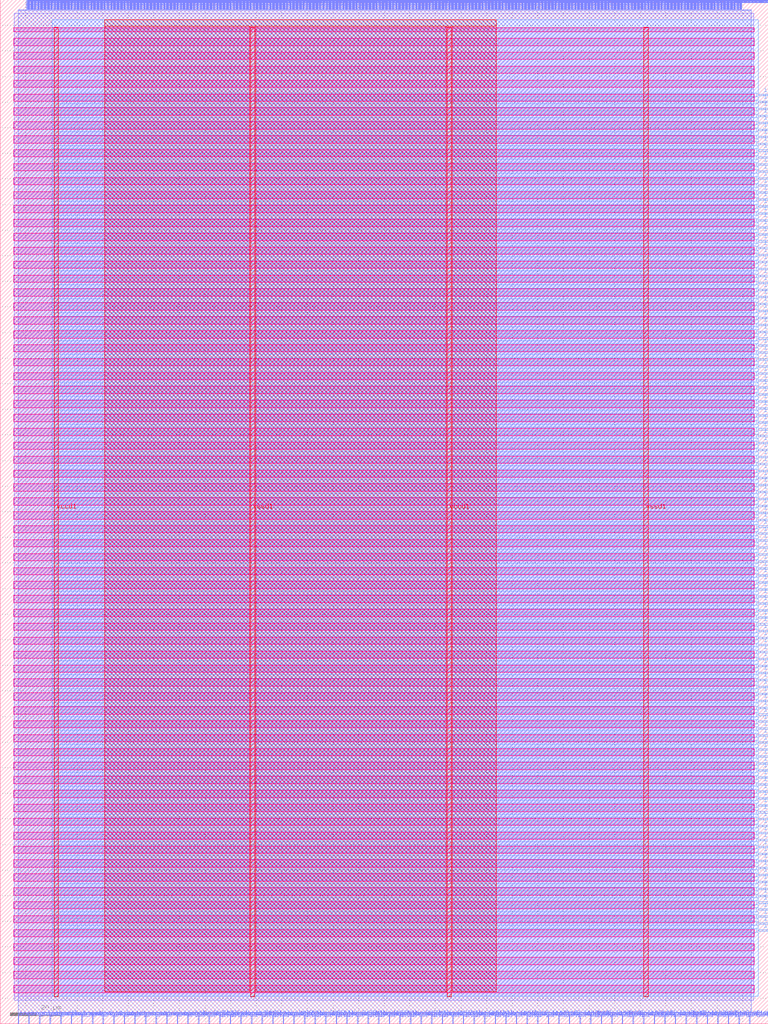
<source format=lef>
VERSION 5.7 ;
  NOWIREEXTENSIONATPIN ON ;
  DIVIDERCHAR "/" ;
  BUSBITCHARS "[]" ;
MACRO interconnect_outer
  CLASS BLOCK ;
  FOREIGN interconnect_outer ;
  ORIGIN 0.000 0.000 ;
  SIZE 300.000 BY 400.000 ;
  PIN inner_clock
    DIRECTION OUTPUT TRISTATE ;
    USE SIGNAL ;
    PORT
      LAYER met2 ;
        RECT 6.990 0.000 7.270 4.000 ;
    END
  END inner_clock
  PIN inner_disable
    DIRECTION OUTPUT TRISTATE ;
    USE SIGNAL ;
    PORT
      LAYER met2 ;
        RECT 11.130 0.000 11.410 4.000 ;
    END
  END inner_disable
  PIN inner_embed_mode
    DIRECTION OUTPUT TRISTATE ;
    USE SIGNAL ;
    PORT
      LAYER met2 ;
        RECT 15.270 0.000 15.550 4.000 ;
    END
  END inner_embed_mode
  PIN inner_ext_irq
    DIRECTION OUTPUT TRISTATE ;
    USE SIGNAL ;
    PORT
      LAYER met2 ;
        RECT 19.410 0.000 19.690 4.000 ;
    END
  END inner_ext_irq
  PIN inner_reset
    DIRECTION OUTPUT TRISTATE ;
    USE SIGNAL ;
    PORT
      LAYER met2 ;
        RECT 23.550 0.000 23.830 4.000 ;
    END
  END inner_reset
  PIN inner_wb_4_burst
    DIRECTION INPUT ;
    USE SIGNAL ;
    PORT
      LAYER met2 ;
        RECT 27.690 0.000 27.970 4.000 ;
    END
  END inner_wb_4_burst
  PIN inner_wb_8_burst
    DIRECTION INPUT ;
    USE SIGNAL ;
    PORT
      LAYER met2 ;
        RECT 31.830 0.000 32.110 4.000 ;
    END
  END inner_wb_8_burst
  PIN inner_wb_ack
    DIRECTION OUTPUT TRISTATE ;
    USE SIGNAL ;
    PORT
      LAYER met2 ;
        RECT 35.970 0.000 36.250 4.000 ;
    END
  END inner_wb_ack
  PIN inner_wb_adr[0]
    DIRECTION INPUT ;
    USE SIGNAL ;
    PORT
      LAYER met2 ;
        RECT 56.670 0.000 56.950 4.000 ;
    END
  END inner_wb_adr[0]
  PIN inner_wb_adr[10]
    DIRECTION INPUT ;
    USE SIGNAL ;
    PORT
      LAYER met2 ;
        RECT 189.150 0.000 189.430 4.000 ;
    END
  END inner_wb_adr[10]
  PIN inner_wb_adr[11]
    DIRECTION INPUT ;
    USE SIGNAL ;
    PORT
      LAYER met2 ;
        RECT 201.570 0.000 201.850 4.000 ;
    END
  END inner_wb_adr[11]
  PIN inner_wb_adr[12]
    DIRECTION INPUT ;
    USE SIGNAL ;
    PORT
      LAYER met2 ;
        RECT 213.990 0.000 214.270 4.000 ;
    END
  END inner_wb_adr[12]
  PIN inner_wb_adr[13]
    DIRECTION INPUT ;
    USE SIGNAL ;
    PORT
      LAYER met2 ;
        RECT 226.410 0.000 226.690 4.000 ;
    END
  END inner_wb_adr[13]
  PIN inner_wb_adr[14]
    DIRECTION INPUT ;
    USE SIGNAL ;
    PORT
      LAYER met2 ;
        RECT 238.830 0.000 239.110 4.000 ;
    END
  END inner_wb_adr[14]
  PIN inner_wb_adr[15]
    DIRECTION INPUT ;
    USE SIGNAL ;
    PORT
      LAYER met2 ;
        RECT 251.250 0.000 251.530 4.000 ;
    END
  END inner_wb_adr[15]
  PIN inner_wb_adr[16]
    DIRECTION INPUT ;
    USE SIGNAL ;
    PORT
      LAYER met2 ;
        RECT 263.670 0.000 263.950 4.000 ;
    END
  END inner_wb_adr[16]
  PIN inner_wb_adr[17]
    DIRECTION INPUT ;
    USE SIGNAL ;
    PORT
      LAYER met2 ;
        RECT 267.810 0.000 268.090 4.000 ;
    END
  END inner_wb_adr[17]
  PIN inner_wb_adr[18]
    DIRECTION INPUT ;
    USE SIGNAL ;
    PORT
      LAYER met2 ;
        RECT 271.950 0.000 272.230 4.000 ;
    END
  END inner_wb_adr[18]
  PIN inner_wb_adr[19]
    DIRECTION INPUT ;
    USE SIGNAL ;
    PORT
      LAYER met2 ;
        RECT 276.090 0.000 276.370 4.000 ;
    END
  END inner_wb_adr[19]
  PIN inner_wb_adr[1]
    DIRECTION INPUT ;
    USE SIGNAL ;
    PORT
      LAYER met2 ;
        RECT 73.230 0.000 73.510 4.000 ;
    END
  END inner_wb_adr[1]
  PIN inner_wb_adr[20]
    DIRECTION INPUT ;
    USE SIGNAL ;
    PORT
      LAYER met2 ;
        RECT 280.230 0.000 280.510 4.000 ;
    END
  END inner_wb_adr[20]
  PIN inner_wb_adr[21]
    DIRECTION INPUT ;
    USE SIGNAL ;
    PORT
      LAYER met2 ;
        RECT 284.370 0.000 284.650 4.000 ;
    END
  END inner_wb_adr[21]
  PIN inner_wb_adr[22]
    DIRECTION INPUT ;
    USE SIGNAL ;
    PORT
      LAYER met2 ;
        RECT 288.510 0.000 288.790 4.000 ;
    END
  END inner_wb_adr[22]
  PIN inner_wb_adr[23]
    DIRECTION INPUT ;
    USE SIGNAL ;
    PORT
      LAYER met2 ;
        RECT 292.650 0.000 292.930 4.000 ;
    END
  END inner_wb_adr[23]
  PIN inner_wb_adr[2]
    DIRECTION INPUT ;
    USE SIGNAL ;
    PORT
      LAYER met2 ;
        RECT 89.790 0.000 90.070 4.000 ;
    END
  END inner_wb_adr[2]
  PIN inner_wb_adr[3]
    DIRECTION INPUT ;
    USE SIGNAL ;
    PORT
      LAYER met2 ;
        RECT 102.210 0.000 102.490 4.000 ;
    END
  END inner_wb_adr[3]
  PIN inner_wb_adr[4]
    DIRECTION INPUT ;
    USE SIGNAL ;
    PORT
      LAYER met2 ;
        RECT 114.630 0.000 114.910 4.000 ;
    END
  END inner_wb_adr[4]
  PIN inner_wb_adr[5]
    DIRECTION INPUT ;
    USE SIGNAL ;
    PORT
      LAYER met2 ;
        RECT 127.050 0.000 127.330 4.000 ;
    END
  END inner_wb_adr[5]
  PIN inner_wb_adr[6]
    DIRECTION INPUT ;
    USE SIGNAL ;
    PORT
      LAYER met2 ;
        RECT 139.470 0.000 139.750 4.000 ;
    END
  END inner_wb_adr[6]
  PIN inner_wb_adr[7]
    DIRECTION INPUT ;
    USE SIGNAL ;
    PORT
      LAYER met2 ;
        RECT 151.890 0.000 152.170 4.000 ;
    END
  END inner_wb_adr[7]
  PIN inner_wb_adr[8]
    DIRECTION INPUT ;
    USE SIGNAL ;
    PORT
      LAYER met2 ;
        RECT 164.310 0.000 164.590 4.000 ;
    END
  END inner_wb_adr[8]
  PIN inner_wb_adr[9]
    DIRECTION INPUT ;
    USE SIGNAL ;
    PORT
      LAYER met2 ;
        RECT 176.730 0.000 177.010 4.000 ;
    END
  END inner_wb_adr[9]
  PIN inner_wb_cyc
    DIRECTION INPUT ;
    USE SIGNAL ;
    PORT
      LAYER met2 ;
        RECT 40.110 0.000 40.390 4.000 ;
    END
  END inner_wb_cyc
  PIN inner_wb_err
    DIRECTION OUTPUT TRISTATE ;
    USE SIGNAL ;
    PORT
      LAYER met2 ;
        RECT 44.250 0.000 44.530 4.000 ;
    END
  END inner_wb_err
  PIN inner_wb_i_dat[0]
    DIRECTION OUTPUT TRISTATE ;
    USE SIGNAL ;
    PORT
      LAYER met2 ;
        RECT 60.810 0.000 61.090 4.000 ;
    END
  END inner_wb_i_dat[0]
  PIN inner_wb_i_dat[10]
    DIRECTION OUTPUT TRISTATE ;
    USE SIGNAL ;
    PORT
      LAYER met2 ;
        RECT 193.290 0.000 193.570 4.000 ;
    END
  END inner_wb_i_dat[10]
  PIN inner_wb_i_dat[11]
    DIRECTION OUTPUT TRISTATE ;
    USE SIGNAL ;
    PORT
      LAYER met2 ;
        RECT 205.710 0.000 205.990 4.000 ;
    END
  END inner_wb_i_dat[11]
  PIN inner_wb_i_dat[12]
    DIRECTION OUTPUT TRISTATE ;
    USE SIGNAL ;
    PORT
      LAYER met2 ;
        RECT 218.130 0.000 218.410 4.000 ;
    END
  END inner_wb_i_dat[12]
  PIN inner_wb_i_dat[13]
    DIRECTION OUTPUT TRISTATE ;
    USE SIGNAL ;
    PORT
      LAYER met2 ;
        RECT 230.550 0.000 230.830 4.000 ;
    END
  END inner_wb_i_dat[13]
  PIN inner_wb_i_dat[14]
    DIRECTION OUTPUT TRISTATE ;
    USE SIGNAL ;
    PORT
      LAYER met2 ;
        RECT 242.970 0.000 243.250 4.000 ;
    END
  END inner_wb_i_dat[14]
  PIN inner_wb_i_dat[15]
    DIRECTION OUTPUT TRISTATE ;
    USE SIGNAL ;
    PORT
      LAYER met2 ;
        RECT 255.390 0.000 255.670 4.000 ;
    END
  END inner_wb_i_dat[15]
  PIN inner_wb_i_dat[1]
    DIRECTION OUTPUT TRISTATE ;
    USE SIGNAL ;
    PORT
      LAYER met2 ;
        RECT 77.370 0.000 77.650 4.000 ;
    END
  END inner_wb_i_dat[1]
  PIN inner_wb_i_dat[2]
    DIRECTION OUTPUT TRISTATE ;
    USE SIGNAL ;
    PORT
      LAYER met2 ;
        RECT 93.930 0.000 94.210 4.000 ;
    END
  END inner_wb_i_dat[2]
  PIN inner_wb_i_dat[3]
    DIRECTION OUTPUT TRISTATE ;
    USE SIGNAL ;
    PORT
      LAYER met2 ;
        RECT 106.350 0.000 106.630 4.000 ;
    END
  END inner_wb_i_dat[3]
  PIN inner_wb_i_dat[4]
    DIRECTION OUTPUT TRISTATE ;
    USE SIGNAL ;
    PORT
      LAYER met2 ;
        RECT 118.770 0.000 119.050 4.000 ;
    END
  END inner_wb_i_dat[4]
  PIN inner_wb_i_dat[5]
    DIRECTION OUTPUT TRISTATE ;
    USE SIGNAL ;
    PORT
      LAYER met2 ;
        RECT 131.190 0.000 131.470 4.000 ;
    END
  END inner_wb_i_dat[5]
  PIN inner_wb_i_dat[6]
    DIRECTION OUTPUT TRISTATE ;
    USE SIGNAL ;
    PORT
      LAYER met2 ;
        RECT 143.610 0.000 143.890 4.000 ;
    END
  END inner_wb_i_dat[6]
  PIN inner_wb_i_dat[7]
    DIRECTION OUTPUT TRISTATE ;
    USE SIGNAL ;
    PORT
      LAYER met2 ;
        RECT 156.030 0.000 156.310 4.000 ;
    END
  END inner_wb_i_dat[7]
  PIN inner_wb_i_dat[8]
    DIRECTION OUTPUT TRISTATE ;
    USE SIGNAL ;
    PORT
      LAYER met2 ;
        RECT 168.450 0.000 168.730 4.000 ;
    END
  END inner_wb_i_dat[8]
  PIN inner_wb_i_dat[9]
    DIRECTION OUTPUT TRISTATE ;
    USE SIGNAL ;
    PORT
      LAYER met2 ;
        RECT 180.870 0.000 181.150 4.000 ;
    END
  END inner_wb_i_dat[9]
  PIN inner_wb_o_dat[0]
    DIRECTION INPUT ;
    USE SIGNAL ;
    PORT
      LAYER met2 ;
        RECT 64.950 0.000 65.230 4.000 ;
    END
  END inner_wb_o_dat[0]
  PIN inner_wb_o_dat[10]
    DIRECTION INPUT ;
    USE SIGNAL ;
    PORT
      LAYER met2 ;
        RECT 197.430 0.000 197.710 4.000 ;
    END
  END inner_wb_o_dat[10]
  PIN inner_wb_o_dat[11]
    DIRECTION INPUT ;
    USE SIGNAL ;
    PORT
      LAYER met2 ;
        RECT 209.850 0.000 210.130 4.000 ;
    END
  END inner_wb_o_dat[11]
  PIN inner_wb_o_dat[12]
    DIRECTION INPUT ;
    USE SIGNAL ;
    PORT
      LAYER met2 ;
        RECT 222.270 0.000 222.550 4.000 ;
    END
  END inner_wb_o_dat[12]
  PIN inner_wb_o_dat[13]
    DIRECTION INPUT ;
    USE SIGNAL ;
    PORT
      LAYER met2 ;
        RECT 234.690 0.000 234.970 4.000 ;
    END
  END inner_wb_o_dat[13]
  PIN inner_wb_o_dat[14]
    DIRECTION INPUT ;
    USE SIGNAL ;
    PORT
      LAYER met2 ;
        RECT 247.110 0.000 247.390 4.000 ;
    END
  END inner_wb_o_dat[14]
  PIN inner_wb_o_dat[15]
    DIRECTION INPUT ;
    USE SIGNAL ;
    PORT
      LAYER met2 ;
        RECT 259.530 0.000 259.810 4.000 ;
    END
  END inner_wb_o_dat[15]
  PIN inner_wb_o_dat[1]
    DIRECTION INPUT ;
    USE SIGNAL ;
    PORT
      LAYER met2 ;
        RECT 81.510 0.000 81.790 4.000 ;
    END
  END inner_wb_o_dat[1]
  PIN inner_wb_o_dat[2]
    DIRECTION INPUT ;
    USE SIGNAL ;
    PORT
      LAYER met2 ;
        RECT 98.070 0.000 98.350 4.000 ;
    END
  END inner_wb_o_dat[2]
  PIN inner_wb_o_dat[3]
    DIRECTION INPUT ;
    USE SIGNAL ;
    PORT
      LAYER met2 ;
        RECT 110.490 0.000 110.770 4.000 ;
    END
  END inner_wb_o_dat[3]
  PIN inner_wb_o_dat[4]
    DIRECTION INPUT ;
    USE SIGNAL ;
    PORT
      LAYER met2 ;
        RECT 122.910 0.000 123.190 4.000 ;
    END
  END inner_wb_o_dat[4]
  PIN inner_wb_o_dat[5]
    DIRECTION INPUT ;
    USE SIGNAL ;
    PORT
      LAYER met2 ;
        RECT 135.330 0.000 135.610 4.000 ;
    END
  END inner_wb_o_dat[5]
  PIN inner_wb_o_dat[6]
    DIRECTION INPUT ;
    USE SIGNAL ;
    PORT
      LAYER met2 ;
        RECT 147.750 0.000 148.030 4.000 ;
    END
  END inner_wb_o_dat[6]
  PIN inner_wb_o_dat[7]
    DIRECTION INPUT ;
    USE SIGNAL ;
    PORT
      LAYER met2 ;
        RECT 160.170 0.000 160.450 4.000 ;
    END
  END inner_wb_o_dat[7]
  PIN inner_wb_o_dat[8]
    DIRECTION INPUT ;
    USE SIGNAL ;
    PORT
      LAYER met2 ;
        RECT 172.590 0.000 172.870 4.000 ;
    END
  END inner_wb_o_dat[8]
  PIN inner_wb_o_dat[9]
    DIRECTION INPUT ;
    USE SIGNAL ;
    PORT
      LAYER met2 ;
        RECT 185.010 0.000 185.290 4.000 ;
    END
  END inner_wb_o_dat[9]
  PIN inner_wb_sel[0]
    DIRECTION INPUT ;
    USE SIGNAL ;
    PORT
      LAYER met2 ;
        RECT 69.090 0.000 69.370 4.000 ;
    END
  END inner_wb_sel[0]
  PIN inner_wb_sel[1]
    DIRECTION INPUT ;
    USE SIGNAL ;
    PORT
      LAYER met2 ;
        RECT 85.650 0.000 85.930 4.000 ;
    END
  END inner_wb_sel[1]
  PIN inner_wb_stb
    DIRECTION INPUT ;
    USE SIGNAL ;
    PORT
      LAYER met2 ;
        RECT 48.390 0.000 48.670 4.000 ;
    END
  END inner_wb_stb
  PIN inner_wb_we
    DIRECTION INPUT ;
    USE SIGNAL ;
    PORT
      LAYER met2 ;
        RECT 52.530 0.000 52.810 4.000 ;
    END
  END inner_wb_we
  PIN iram1_addr[0]
    DIRECTION OUTPUT TRISTATE ;
    USE SIGNAL ;
    PORT
      LAYER met3 ;
        RECT 296.000 49.680 300.000 50.280 ;
    END
  END iram1_addr[0]
  PIN iram1_addr[1]
    DIRECTION OUTPUT TRISTATE ;
    USE SIGNAL ;
    PORT
      LAYER met3 ;
        RECT 296.000 66.000 300.000 66.600 ;
    END
  END iram1_addr[1]
  PIN iram1_addr[2]
    DIRECTION OUTPUT TRISTATE ;
    USE SIGNAL ;
    PORT
      LAYER met3 ;
        RECT 296.000 82.320 300.000 82.920 ;
    END
  END iram1_addr[2]
  PIN iram1_addr[3]
    DIRECTION OUTPUT TRISTATE ;
    USE SIGNAL ;
    PORT
      LAYER met3 ;
        RECT 296.000 98.640 300.000 99.240 ;
    END
  END iram1_addr[3]
  PIN iram1_addr[4]
    DIRECTION OUTPUT TRISTATE ;
    USE SIGNAL ;
    PORT
      LAYER met3 ;
        RECT 296.000 114.960 300.000 115.560 ;
    END
  END iram1_addr[4]
  PIN iram1_addr[5]
    DIRECTION OUTPUT TRISTATE ;
    USE SIGNAL ;
    PORT
      LAYER met3 ;
        RECT 296.000 128.560 300.000 129.160 ;
    END
  END iram1_addr[5]
  PIN iram1_addr[6]
    DIRECTION OUTPUT TRISTATE ;
    USE SIGNAL ;
    PORT
      LAYER met3 ;
        RECT 296.000 142.160 300.000 142.760 ;
    END
  END iram1_addr[6]
  PIN iram1_addr[7]
    DIRECTION OUTPUT TRISTATE ;
    USE SIGNAL ;
    PORT
      LAYER met3 ;
        RECT 296.000 155.760 300.000 156.360 ;
    END
  END iram1_addr[7]
  PIN iram1_clk
    DIRECTION INPUT ;
    USE SIGNAL ;
    PORT
      LAYER met3 ;
        RECT 296.000 36.080 300.000 36.680 ;
    END
  END iram1_clk
  PIN iram1_csb
    DIRECTION INPUT ;
    USE SIGNAL ;
    PORT
      LAYER met3 ;
        RECT 296.000 38.800 300.000 39.400 ;
    END
  END iram1_csb
  PIN iram1_dout[0]
    DIRECTION INPUT ;
    USE SIGNAL ;
    PORT
      LAYER met3 ;
        RECT 296.000 52.400 300.000 53.000 ;
    END
  END iram1_dout[0]
  PIN iram1_dout[10]
    DIRECTION INPUT ;
    USE SIGNAL ;
    PORT
      LAYER met3 ;
        RECT 296.000 185.680 300.000 186.280 ;
    END
  END iram1_dout[10]
  PIN iram1_dout[11]
    DIRECTION INPUT ;
    USE SIGNAL ;
    PORT
      LAYER met3 ;
        RECT 296.000 193.840 300.000 194.440 ;
    END
  END iram1_dout[11]
  PIN iram1_dout[12]
    DIRECTION INPUT ;
    USE SIGNAL ;
    PORT
      LAYER met3 ;
        RECT 296.000 202.000 300.000 202.600 ;
    END
  END iram1_dout[12]
  PIN iram1_dout[13]
    DIRECTION INPUT ;
    USE SIGNAL ;
    PORT
      LAYER met3 ;
        RECT 296.000 210.160 300.000 210.760 ;
    END
  END iram1_dout[13]
  PIN iram1_dout[14]
    DIRECTION INPUT ;
    USE SIGNAL ;
    PORT
      LAYER met3 ;
        RECT 296.000 218.320 300.000 218.920 ;
    END
  END iram1_dout[14]
  PIN iram1_dout[15]
    DIRECTION INPUT ;
    USE SIGNAL ;
    PORT
      LAYER met3 ;
        RECT 296.000 226.480 300.000 227.080 ;
    END
  END iram1_dout[15]
  PIN iram1_dout[16]
    DIRECTION INPUT ;
    USE SIGNAL ;
    PORT
      LAYER met3 ;
        RECT 296.000 234.640 300.000 235.240 ;
    END
  END iram1_dout[16]
  PIN iram1_dout[17]
    DIRECTION INPUT ;
    USE SIGNAL ;
    PORT
      LAYER met3 ;
        RECT 296.000 242.800 300.000 243.400 ;
    END
  END iram1_dout[17]
  PIN iram1_dout[18]
    DIRECTION INPUT ;
    USE SIGNAL ;
    PORT
      LAYER met3 ;
        RECT 296.000 250.960 300.000 251.560 ;
    END
  END iram1_dout[18]
  PIN iram1_dout[19]
    DIRECTION INPUT ;
    USE SIGNAL ;
    PORT
      LAYER met3 ;
        RECT 296.000 259.120 300.000 259.720 ;
    END
  END iram1_dout[19]
  PIN iram1_dout[1]
    DIRECTION INPUT ;
    USE SIGNAL ;
    PORT
      LAYER met3 ;
        RECT 296.000 68.720 300.000 69.320 ;
    END
  END iram1_dout[1]
  PIN iram1_dout[20]
    DIRECTION INPUT ;
    USE SIGNAL ;
    PORT
      LAYER met3 ;
        RECT 296.000 267.280 300.000 267.880 ;
    END
  END iram1_dout[20]
  PIN iram1_dout[21]
    DIRECTION INPUT ;
    USE SIGNAL ;
    PORT
      LAYER met3 ;
        RECT 296.000 275.440 300.000 276.040 ;
    END
  END iram1_dout[21]
  PIN iram1_dout[22]
    DIRECTION INPUT ;
    USE SIGNAL ;
    PORT
      LAYER met3 ;
        RECT 296.000 283.600 300.000 284.200 ;
    END
  END iram1_dout[22]
  PIN iram1_dout[23]
    DIRECTION INPUT ;
    USE SIGNAL ;
    PORT
      LAYER met3 ;
        RECT 296.000 291.760 300.000 292.360 ;
    END
  END iram1_dout[23]
  PIN iram1_dout[24]
    DIRECTION INPUT ;
    USE SIGNAL ;
    PORT
      LAYER met3 ;
        RECT 296.000 299.920 300.000 300.520 ;
    END
  END iram1_dout[24]
  PIN iram1_dout[25]
    DIRECTION INPUT ;
    USE SIGNAL ;
    PORT
      LAYER met3 ;
        RECT 296.000 308.080 300.000 308.680 ;
    END
  END iram1_dout[25]
  PIN iram1_dout[26]
    DIRECTION INPUT ;
    USE SIGNAL ;
    PORT
      LAYER met3 ;
        RECT 296.000 316.240 300.000 316.840 ;
    END
  END iram1_dout[26]
  PIN iram1_dout[27]
    DIRECTION INPUT ;
    USE SIGNAL ;
    PORT
      LAYER met3 ;
        RECT 296.000 324.400 300.000 325.000 ;
    END
  END iram1_dout[27]
  PIN iram1_dout[28]
    DIRECTION INPUT ;
    USE SIGNAL ;
    PORT
      LAYER met3 ;
        RECT 296.000 332.560 300.000 333.160 ;
    END
  END iram1_dout[28]
  PIN iram1_dout[29]
    DIRECTION INPUT ;
    USE SIGNAL ;
    PORT
      LAYER met3 ;
        RECT 296.000 340.720 300.000 341.320 ;
    END
  END iram1_dout[29]
  PIN iram1_dout[2]
    DIRECTION INPUT ;
    USE SIGNAL ;
    PORT
      LAYER met3 ;
        RECT 296.000 85.040 300.000 85.640 ;
    END
  END iram1_dout[2]
  PIN iram1_dout[30]
    DIRECTION INPUT ;
    USE SIGNAL ;
    PORT
      LAYER met3 ;
        RECT 296.000 348.880 300.000 349.480 ;
    END
  END iram1_dout[30]
  PIN iram1_dout[31]
    DIRECTION INPUT ;
    USE SIGNAL ;
    PORT
      LAYER met3 ;
        RECT 296.000 357.040 300.000 357.640 ;
    END
  END iram1_dout[31]
  PIN iram1_dout[3]
    DIRECTION INPUT ;
    USE SIGNAL ;
    PORT
      LAYER met3 ;
        RECT 296.000 101.360 300.000 101.960 ;
    END
  END iram1_dout[3]
  PIN iram1_dout[4]
    DIRECTION INPUT ;
    USE SIGNAL ;
    PORT
      LAYER met3 ;
        RECT 296.000 117.680 300.000 118.280 ;
    END
  END iram1_dout[4]
  PIN iram1_dout[5]
    DIRECTION INPUT ;
    USE SIGNAL ;
    PORT
      LAYER met3 ;
        RECT 296.000 131.280 300.000 131.880 ;
    END
  END iram1_dout[5]
  PIN iram1_dout[6]
    DIRECTION INPUT ;
    USE SIGNAL ;
    PORT
      LAYER met3 ;
        RECT 296.000 144.880 300.000 145.480 ;
    END
  END iram1_dout[6]
  PIN iram1_dout[7]
    DIRECTION INPUT ;
    USE SIGNAL ;
    PORT
      LAYER met3 ;
        RECT 296.000 158.480 300.000 159.080 ;
    END
  END iram1_dout[7]
  PIN iram1_dout[8]
    DIRECTION INPUT ;
    USE SIGNAL ;
    PORT
      LAYER met3 ;
        RECT 296.000 169.360 300.000 169.960 ;
    END
  END iram1_dout[8]
  PIN iram1_dout[9]
    DIRECTION INPUT ;
    USE SIGNAL ;
    PORT
      LAYER met3 ;
        RECT 296.000 177.520 300.000 178.120 ;
    END
  END iram1_dout[9]
  PIN iram_addr[0]
    DIRECTION OUTPUT TRISTATE ;
    USE SIGNAL ;
    PORT
      LAYER met3 ;
        RECT 296.000 55.120 300.000 55.720 ;
    END
  END iram_addr[0]
  PIN iram_addr[1]
    DIRECTION OUTPUT TRISTATE ;
    USE SIGNAL ;
    PORT
      LAYER met3 ;
        RECT 296.000 71.440 300.000 72.040 ;
    END
  END iram_addr[1]
  PIN iram_addr[2]
    DIRECTION OUTPUT TRISTATE ;
    USE SIGNAL ;
    PORT
      LAYER met3 ;
        RECT 296.000 87.760 300.000 88.360 ;
    END
  END iram_addr[2]
  PIN iram_addr[3]
    DIRECTION OUTPUT TRISTATE ;
    USE SIGNAL ;
    PORT
      LAYER met3 ;
        RECT 296.000 104.080 300.000 104.680 ;
    END
  END iram_addr[3]
  PIN iram_addr[4]
    DIRECTION OUTPUT TRISTATE ;
    USE SIGNAL ;
    PORT
      LAYER met3 ;
        RECT 296.000 120.400 300.000 121.000 ;
    END
  END iram_addr[4]
  PIN iram_addr[5]
    DIRECTION OUTPUT TRISTATE ;
    USE SIGNAL ;
    PORT
      LAYER met3 ;
        RECT 296.000 134.000 300.000 134.600 ;
    END
  END iram_addr[5]
  PIN iram_addr[6]
    DIRECTION OUTPUT TRISTATE ;
    USE SIGNAL ;
    PORT
      LAYER met3 ;
        RECT 296.000 147.600 300.000 148.200 ;
    END
  END iram_addr[6]
  PIN iram_addr[7]
    DIRECTION OUTPUT TRISTATE ;
    USE SIGNAL ;
    PORT
      LAYER met3 ;
        RECT 296.000 161.200 300.000 161.800 ;
    END
  END iram_addr[7]
  PIN iram_clk
    DIRECTION OUTPUT TRISTATE ;
    USE SIGNAL ;
    PORT
      LAYER met3 ;
        RECT 296.000 41.520 300.000 42.120 ;
    END
  END iram_clk
  PIN iram_csb
    DIRECTION OUTPUT TRISTATE ;
    USE SIGNAL ;
    PORT
      LAYER met3 ;
        RECT 296.000 44.240 300.000 44.840 ;
    END
  END iram_csb
  PIN iram_i_data[0]
    DIRECTION OUTPUT TRISTATE ;
    USE SIGNAL ;
    PORT
      LAYER met3 ;
        RECT 296.000 57.840 300.000 58.440 ;
    END
  END iram_i_data[0]
  PIN iram_i_data[10]
    DIRECTION OUTPUT TRISTATE ;
    USE SIGNAL ;
    PORT
      LAYER met3 ;
        RECT 296.000 188.400 300.000 189.000 ;
    END
  END iram_i_data[10]
  PIN iram_i_data[11]
    DIRECTION OUTPUT TRISTATE ;
    USE SIGNAL ;
    PORT
      LAYER met3 ;
        RECT 296.000 196.560 300.000 197.160 ;
    END
  END iram_i_data[11]
  PIN iram_i_data[12]
    DIRECTION OUTPUT TRISTATE ;
    USE SIGNAL ;
    PORT
      LAYER met3 ;
        RECT 296.000 204.720 300.000 205.320 ;
    END
  END iram_i_data[12]
  PIN iram_i_data[13]
    DIRECTION OUTPUT TRISTATE ;
    USE SIGNAL ;
    PORT
      LAYER met3 ;
        RECT 296.000 212.880 300.000 213.480 ;
    END
  END iram_i_data[13]
  PIN iram_i_data[14]
    DIRECTION OUTPUT TRISTATE ;
    USE SIGNAL ;
    PORT
      LAYER met3 ;
        RECT 296.000 221.040 300.000 221.640 ;
    END
  END iram_i_data[14]
  PIN iram_i_data[15]
    DIRECTION OUTPUT TRISTATE ;
    USE SIGNAL ;
    PORT
      LAYER met3 ;
        RECT 296.000 229.200 300.000 229.800 ;
    END
  END iram_i_data[15]
  PIN iram_i_data[16]
    DIRECTION OUTPUT TRISTATE ;
    USE SIGNAL ;
    PORT
      LAYER met3 ;
        RECT 296.000 237.360 300.000 237.960 ;
    END
  END iram_i_data[16]
  PIN iram_i_data[17]
    DIRECTION OUTPUT TRISTATE ;
    USE SIGNAL ;
    PORT
      LAYER met3 ;
        RECT 296.000 245.520 300.000 246.120 ;
    END
  END iram_i_data[17]
  PIN iram_i_data[18]
    DIRECTION OUTPUT TRISTATE ;
    USE SIGNAL ;
    PORT
      LAYER met3 ;
        RECT 296.000 253.680 300.000 254.280 ;
    END
  END iram_i_data[18]
  PIN iram_i_data[19]
    DIRECTION OUTPUT TRISTATE ;
    USE SIGNAL ;
    PORT
      LAYER met3 ;
        RECT 296.000 261.840 300.000 262.440 ;
    END
  END iram_i_data[19]
  PIN iram_i_data[1]
    DIRECTION OUTPUT TRISTATE ;
    USE SIGNAL ;
    PORT
      LAYER met3 ;
        RECT 296.000 74.160 300.000 74.760 ;
    END
  END iram_i_data[1]
  PIN iram_i_data[20]
    DIRECTION OUTPUT TRISTATE ;
    USE SIGNAL ;
    PORT
      LAYER met3 ;
        RECT 296.000 270.000 300.000 270.600 ;
    END
  END iram_i_data[20]
  PIN iram_i_data[21]
    DIRECTION OUTPUT TRISTATE ;
    USE SIGNAL ;
    PORT
      LAYER met3 ;
        RECT 296.000 278.160 300.000 278.760 ;
    END
  END iram_i_data[21]
  PIN iram_i_data[22]
    DIRECTION OUTPUT TRISTATE ;
    USE SIGNAL ;
    PORT
      LAYER met3 ;
        RECT 296.000 286.320 300.000 286.920 ;
    END
  END iram_i_data[22]
  PIN iram_i_data[23]
    DIRECTION OUTPUT TRISTATE ;
    USE SIGNAL ;
    PORT
      LAYER met3 ;
        RECT 296.000 294.480 300.000 295.080 ;
    END
  END iram_i_data[23]
  PIN iram_i_data[24]
    DIRECTION OUTPUT TRISTATE ;
    USE SIGNAL ;
    PORT
      LAYER met3 ;
        RECT 296.000 302.640 300.000 303.240 ;
    END
  END iram_i_data[24]
  PIN iram_i_data[25]
    DIRECTION OUTPUT TRISTATE ;
    USE SIGNAL ;
    PORT
      LAYER met3 ;
        RECT 296.000 310.800 300.000 311.400 ;
    END
  END iram_i_data[25]
  PIN iram_i_data[26]
    DIRECTION OUTPUT TRISTATE ;
    USE SIGNAL ;
    PORT
      LAYER met3 ;
        RECT 296.000 318.960 300.000 319.560 ;
    END
  END iram_i_data[26]
  PIN iram_i_data[27]
    DIRECTION OUTPUT TRISTATE ;
    USE SIGNAL ;
    PORT
      LAYER met3 ;
        RECT 296.000 327.120 300.000 327.720 ;
    END
  END iram_i_data[27]
  PIN iram_i_data[28]
    DIRECTION OUTPUT TRISTATE ;
    USE SIGNAL ;
    PORT
      LAYER met3 ;
        RECT 296.000 335.280 300.000 335.880 ;
    END
  END iram_i_data[28]
  PIN iram_i_data[29]
    DIRECTION OUTPUT TRISTATE ;
    USE SIGNAL ;
    PORT
      LAYER met3 ;
        RECT 296.000 343.440 300.000 344.040 ;
    END
  END iram_i_data[29]
  PIN iram_i_data[2]
    DIRECTION OUTPUT TRISTATE ;
    USE SIGNAL ;
    PORT
      LAYER met3 ;
        RECT 296.000 90.480 300.000 91.080 ;
    END
  END iram_i_data[2]
  PIN iram_i_data[30]
    DIRECTION OUTPUT TRISTATE ;
    USE SIGNAL ;
    PORT
      LAYER met3 ;
        RECT 296.000 351.600 300.000 352.200 ;
    END
  END iram_i_data[30]
  PIN iram_i_data[31]
    DIRECTION OUTPUT TRISTATE ;
    USE SIGNAL ;
    PORT
      LAYER met3 ;
        RECT 296.000 359.760 300.000 360.360 ;
    END
  END iram_i_data[31]
  PIN iram_i_data[3]
    DIRECTION OUTPUT TRISTATE ;
    USE SIGNAL ;
    PORT
      LAYER met3 ;
        RECT 296.000 106.800 300.000 107.400 ;
    END
  END iram_i_data[3]
  PIN iram_i_data[4]
    DIRECTION OUTPUT TRISTATE ;
    USE SIGNAL ;
    PORT
      LAYER met3 ;
        RECT 296.000 123.120 300.000 123.720 ;
    END
  END iram_i_data[4]
  PIN iram_i_data[5]
    DIRECTION OUTPUT TRISTATE ;
    USE SIGNAL ;
    PORT
      LAYER met3 ;
        RECT 296.000 136.720 300.000 137.320 ;
    END
  END iram_i_data[5]
  PIN iram_i_data[6]
    DIRECTION OUTPUT TRISTATE ;
    USE SIGNAL ;
    PORT
      LAYER met3 ;
        RECT 296.000 150.320 300.000 150.920 ;
    END
  END iram_i_data[6]
  PIN iram_i_data[7]
    DIRECTION OUTPUT TRISTATE ;
    USE SIGNAL ;
    PORT
      LAYER met3 ;
        RECT 296.000 163.920 300.000 164.520 ;
    END
  END iram_i_data[7]
  PIN iram_i_data[8]
    DIRECTION OUTPUT TRISTATE ;
    USE SIGNAL ;
    PORT
      LAYER met3 ;
        RECT 296.000 172.080 300.000 172.680 ;
    END
  END iram_i_data[8]
  PIN iram_i_data[9]
    DIRECTION OUTPUT TRISTATE ;
    USE SIGNAL ;
    PORT
      LAYER met3 ;
        RECT 296.000 180.240 300.000 180.840 ;
    END
  END iram_i_data[9]
  PIN iram_o_data[0]
    DIRECTION INPUT ;
    USE SIGNAL ;
    PORT
      LAYER met3 ;
        RECT 296.000 60.560 300.000 61.160 ;
    END
  END iram_o_data[0]
  PIN iram_o_data[10]
    DIRECTION INPUT ;
    USE SIGNAL ;
    PORT
      LAYER met3 ;
        RECT 296.000 191.120 300.000 191.720 ;
    END
  END iram_o_data[10]
  PIN iram_o_data[11]
    DIRECTION INPUT ;
    USE SIGNAL ;
    PORT
      LAYER met3 ;
        RECT 296.000 199.280 300.000 199.880 ;
    END
  END iram_o_data[11]
  PIN iram_o_data[12]
    DIRECTION INPUT ;
    USE SIGNAL ;
    PORT
      LAYER met3 ;
        RECT 296.000 207.440 300.000 208.040 ;
    END
  END iram_o_data[12]
  PIN iram_o_data[13]
    DIRECTION INPUT ;
    USE SIGNAL ;
    PORT
      LAYER met3 ;
        RECT 296.000 215.600 300.000 216.200 ;
    END
  END iram_o_data[13]
  PIN iram_o_data[14]
    DIRECTION INPUT ;
    USE SIGNAL ;
    PORT
      LAYER met3 ;
        RECT 296.000 223.760 300.000 224.360 ;
    END
  END iram_o_data[14]
  PIN iram_o_data[15]
    DIRECTION INPUT ;
    USE SIGNAL ;
    PORT
      LAYER met3 ;
        RECT 296.000 231.920 300.000 232.520 ;
    END
  END iram_o_data[15]
  PIN iram_o_data[16]
    DIRECTION INPUT ;
    USE SIGNAL ;
    PORT
      LAYER met3 ;
        RECT 296.000 240.080 300.000 240.680 ;
    END
  END iram_o_data[16]
  PIN iram_o_data[17]
    DIRECTION INPUT ;
    USE SIGNAL ;
    PORT
      LAYER met3 ;
        RECT 296.000 248.240 300.000 248.840 ;
    END
  END iram_o_data[17]
  PIN iram_o_data[18]
    DIRECTION INPUT ;
    USE SIGNAL ;
    PORT
      LAYER met3 ;
        RECT 296.000 256.400 300.000 257.000 ;
    END
  END iram_o_data[18]
  PIN iram_o_data[19]
    DIRECTION INPUT ;
    USE SIGNAL ;
    PORT
      LAYER met3 ;
        RECT 296.000 264.560 300.000 265.160 ;
    END
  END iram_o_data[19]
  PIN iram_o_data[1]
    DIRECTION INPUT ;
    USE SIGNAL ;
    PORT
      LAYER met3 ;
        RECT 296.000 76.880 300.000 77.480 ;
    END
  END iram_o_data[1]
  PIN iram_o_data[20]
    DIRECTION INPUT ;
    USE SIGNAL ;
    PORT
      LAYER met3 ;
        RECT 296.000 272.720 300.000 273.320 ;
    END
  END iram_o_data[20]
  PIN iram_o_data[21]
    DIRECTION INPUT ;
    USE SIGNAL ;
    PORT
      LAYER met3 ;
        RECT 296.000 280.880 300.000 281.480 ;
    END
  END iram_o_data[21]
  PIN iram_o_data[22]
    DIRECTION INPUT ;
    USE SIGNAL ;
    PORT
      LAYER met3 ;
        RECT 296.000 289.040 300.000 289.640 ;
    END
  END iram_o_data[22]
  PIN iram_o_data[23]
    DIRECTION INPUT ;
    USE SIGNAL ;
    PORT
      LAYER met3 ;
        RECT 296.000 297.200 300.000 297.800 ;
    END
  END iram_o_data[23]
  PIN iram_o_data[24]
    DIRECTION INPUT ;
    USE SIGNAL ;
    PORT
      LAYER met3 ;
        RECT 296.000 305.360 300.000 305.960 ;
    END
  END iram_o_data[24]
  PIN iram_o_data[25]
    DIRECTION INPUT ;
    USE SIGNAL ;
    PORT
      LAYER met3 ;
        RECT 296.000 313.520 300.000 314.120 ;
    END
  END iram_o_data[25]
  PIN iram_o_data[26]
    DIRECTION INPUT ;
    USE SIGNAL ;
    PORT
      LAYER met3 ;
        RECT 296.000 321.680 300.000 322.280 ;
    END
  END iram_o_data[26]
  PIN iram_o_data[27]
    DIRECTION INPUT ;
    USE SIGNAL ;
    PORT
      LAYER met3 ;
        RECT 296.000 329.840 300.000 330.440 ;
    END
  END iram_o_data[27]
  PIN iram_o_data[28]
    DIRECTION INPUT ;
    USE SIGNAL ;
    PORT
      LAYER met3 ;
        RECT 296.000 338.000 300.000 338.600 ;
    END
  END iram_o_data[28]
  PIN iram_o_data[29]
    DIRECTION INPUT ;
    USE SIGNAL ;
    PORT
      LAYER met3 ;
        RECT 296.000 346.160 300.000 346.760 ;
    END
  END iram_o_data[29]
  PIN iram_o_data[2]
    DIRECTION INPUT ;
    USE SIGNAL ;
    PORT
      LAYER met3 ;
        RECT 296.000 93.200 300.000 93.800 ;
    END
  END iram_o_data[2]
  PIN iram_o_data[30]
    DIRECTION INPUT ;
    USE SIGNAL ;
    PORT
      LAYER met3 ;
        RECT 296.000 354.320 300.000 354.920 ;
    END
  END iram_o_data[30]
  PIN iram_o_data[31]
    DIRECTION INPUT ;
    USE SIGNAL ;
    PORT
      LAYER met3 ;
        RECT 296.000 362.480 300.000 363.080 ;
    END
  END iram_o_data[31]
  PIN iram_o_data[3]
    DIRECTION INPUT ;
    USE SIGNAL ;
    PORT
      LAYER met3 ;
        RECT 296.000 109.520 300.000 110.120 ;
    END
  END iram_o_data[3]
  PIN iram_o_data[4]
    DIRECTION INPUT ;
    USE SIGNAL ;
    PORT
      LAYER met3 ;
        RECT 296.000 125.840 300.000 126.440 ;
    END
  END iram_o_data[4]
  PIN iram_o_data[5]
    DIRECTION INPUT ;
    USE SIGNAL ;
    PORT
      LAYER met3 ;
        RECT 296.000 139.440 300.000 140.040 ;
    END
  END iram_o_data[5]
  PIN iram_o_data[6]
    DIRECTION INPUT ;
    USE SIGNAL ;
    PORT
      LAYER met3 ;
        RECT 296.000 153.040 300.000 153.640 ;
    END
  END iram_o_data[6]
  PIN iram_o_data[7]
    DIRECTION INPUT ;
    USE SIGNAL ;
    PORT
      LAYER met3 ;
        RECT 296.000 166.640 300.000 167.240 ;
    END
  END iram_o_data[7]
  PIN iram_o_data[8]
    DIRECTION INPUT ;
    USE SIGNAL ;
    PORT
      LAYER met3 ;
        RECT 296.000 174.800 300.000 175.400 ;
    END
  END iram_o_data[8]
  PIN iram_o_data[9]
    DIRECTION INPUT ;
    USE SIGNAL ;
    PORT
      LAYER met3 ;
        RECT 296.000 182.960 300.000 183.560 ;
    END
  END iram_o_data[9]
  PIN iram_w_mask[0]
    DIRECTION OUTPUT TRISTATE ;
    USE SIGNAL ;
    PORT
      LAYER met3 ;
        RECT 296.000 63.280 300.000 63.880 ;
    END
  END iram_w_mask[0]
  PIN iram_w_mask[1]
    DIRECTION OUTPUT TRISTATE ;
    USE SIGNAL ;
    PORT
      LAYER met3 ;
        RECT 296.000 79.600 300.000 80.200 ;
    END
  END iram_w_mask[1]
  PIN iram_w_mask[2]
    DIRECTION OUTPUT TRISTATE ;
    USE SIGNAL ;
    PORT
      LAYER met3 ;
        RECT 296.000 95.920 300.000 96.520 ;
    END
  END iram_w_mask[2]
  PIN iram_w_mask[3]
    DIRECTION OUTPUT TRISTATE ;
    USE SIGNAL ;
    PORT
      LAYER met3 ;
        RECT 296.000 112.240 300.000 112.840 ;
    END
  END iram_w_mask[3]
  PIN iram_we
    DIRECTION OUTPUT TRISTATE ;
    USE SIGNAL ;
    PORT
      LAYER met3 ;
        RECT 296.000 46.960 300.000 47.560 ;
    END
  END iram_we
  PIN irq[0]
    DIRECTION OUTPUT TRISTATE ;
    USE SIGNAL ;
    PORT
      LAYER met2 ;
        RECT 288.050 396.000 288.330 400.000 ;
    END
  END irq[0]
  PIN irq[1]
    DIRECTION OUTPUT TRISTATE ;
    USE SIGNAL ;
    PORT
      LAYER met2 ;
        RECT 288.510 396.000 288.790 400.000 ;
    END
  END irq[1]
  PIN irq[2]
    DIRECTION OUTPUT TRISTATE ;
    USE SIGNAL ;
    PORT
      LAYER met2 ;
        RECT 288.970 396.000 289.250 400.000 ;
    END
  END irq[2]
  PIN la_data_in[0]
    DIRECTION INPUT ;
    USE SIGNAL ;
    PORT
      LAYER met2 ;
        RECT 111.410 396.000 111.690 400.000 ;
    END
  END la_data_in[0]
  PIN la_data_in[100]
    DIRECTION INPUT ;
    USE SIGNAL ;
    PORT
      LAYER met2 ;
        RECT 249.410 396.000 249.690 400.000 ;
    END
  END la_data_in[100]
  PIN la_data_in[101]
    DIRECTION INPUT ;
    USE SIGNAL ;
    PORT
      LAYER met2 ;
        RECT 250.790 396.000 251.070 400.000 ;
    END
  END la_data_in[101]
  PIN la_data_in[102]
    DIRECTION INPUT ;
    USE SIGNAL ;
    PORT
      LAYER met2 ;
        RECT 252.170 396.000 252.450 400.000 ;
    END
  END la_data_in[102]
  PIN la_data_in[103]
    DIRECTION INPUT ;
    USE SIGNAL ;
    PORT
      LAYER met2 ;
        RECT 253.550 396.000 253.830 400.000 ;
    END
  END la_data_in[103]
  PIN la_data_in[104]
    DIRECTION INPUT ;
    USE SIGNAL ;
    PORT
      LAYER met2 ;
        RECT 254.930 396.000 255.210 400.000 ;
    END
  END la_data_in[104]
  PIN la_data_in[105]
    DIRECTION INPUT ;
    USE SIGNAL ;
    PORT
      LAYER met2 ;
        RECT 256.310 396.000 256.590 400.000 ;
    END
  END la_data_in[105]
  PIN la_data_in[106]
    DIRECTION INPUT ;
    USE SIGNAL ;
    PORT
      LAYER met2 ;
        RECT 257.690 396.000 257.970 400.000 ;
    END
  END la_data_in[106]
  PIN la_data_in[107]
    DIRECTION INPUT ;
    USE SIGNAL ;
    PORT
      LAYER met2 ;
        RECT 259.070 396.000 259.350 400.000 ;
    END
  END la_data_in[107]
  PIN la_data_in[108]
    DIRECTION INPUT ;
    USE SIGNAL ;
    PORT
      LAYER met2 ;
        RECT 260.450 396.000 260.730 400.000 ;
    END
  END la_data_in[108]
  PIN la_data_in[109]
    DIRECTION INPUT ;
    USE SIGNAL ;
    PORT
      LAYER met2 ;
        RECT 261.830 396.000 262.110 400.000 ;
    END
  END la_data_in[109]
  PIN la_data_in[10]
    DIRECTION INPUT ;
    USE SIGNAL ;
    PORT
      LAYER met2 ;
        RECT 125.210 396.000 125.490 400.000 ;
    END
  END la_data_in[10]
  PIN la_data_in[110]
    DIRECTION INPUT ;
    USE SIGNAL ;
    PORT
      LAYER met2 ;
        RECT 263.210 396.000 263.490 400.000 ;
    END
  END la_data_in[110]
  PIN la_data_in[111]
    DIRECTION INPUT ;
    USE SIGNAL ;
    PORT
      LAYER met2 ;
        RECT 264.590 396.000 264.870 400.000 ;
    END
  END la_data_in[111]
  PIN la_data_in[112]
    DIRECTION INPUT ;
    USE SIGNAL ;
    PORT
      LAYER met2 ;
        RECT 265.970 396.000 266.250 400.000 ;
    END
  END la_data_in[112]
  PIN la_data_in[113]
    DIRECTION INPUT ;
    USE SIGNAL ;
    PORT
      LAYER met2 ;
        RECT 267.350 396.000 267.630 400.000 ;
    END
  END la_data_in[113]
  PIN la_data_in[114]
    DIRECTION INPUT ;
    USE SIGNAL ;
    PORT
      LAYER met2 ;
        RECT 268.730 396.000 269.010 400.000 ;
    END
  END la_data_in[114]
  PIN la_data_in[115]
    DIRECTION INPUT ;
    USE SIGNAL ;
    PORT
      LAYER met2 ;
        RECT 270.110 396.000 270.390 400.000 ;
    END
  END la_data_in[115]
  PIN la_data_in[116]
    DIRECTION INPUT ;
    USE SIGNAL ;
    PORT
      LAYER met2 ;
        RECT 271.490 396.000 271.770 400.000 ;
    END
  END la_data_in[116]
  PIN la_data_in[117]
    DIRECTION INPUT ;
    USE SIGNAL ;
    PORT
      LAYER met2 ;
        RECT 272.870 396.000 273.150 400.000 ;
    END
  END la_data_in[117]
  PIN la_data_in[118]
    DIRECTION INPUT ;
    USE SIGNAL ;
    PORT
      LAYER met2 ;
        RECT 274.250 396.000 274.530 400.000 ;
    END
  END la_data_in[118]
  PIN la_data_in[119]
    DIRECTION INPUT ;
    USE SIGNAL ;
    PORT
      LAYER met2 ;
        RECT 275.630 396.000 275.910 400.000 ;
    END
  END la_data_in[119]
  PIN la_data_in[11]
    DIRECTION INPUT ;
    USE SIGNAL ;
    PORT
      LAYER met2 ;
        RECT 126.590 396.000 126.870 400.000 ;
    END
  END la_data_in[11]
  PIN la_data_in[120]
    DIRECTION INPUT ;
    USE SIGNAL ;
    PORT
      LAYER met2 ;
        RECT 277.010 396.000 277.290 400.000 ;
    END
  END la_data_in[120]
  PIN la_data_in[121]
    DIRECTION INPUT ;
    USE SIGNAL ;
    PORT
      LAYER met2 ;
        RECT 278.390 396.000 278.670 400.000 ;
    END
  END la_data_in[121]
  PIN la_data_in[122]
    DIRECTION INPUT ;
    USE SIGNAL ;
    PORT
      LAYER met2 ;
        RECT 279.770 396.000 280.050 400.000 ;
    END
  END la_data_in[122]
  PIN la_data_in[123]
    DIRECTION INPUT ;
    USE SIGNAL ;
    PORT
      LAYER met2 ;
        RECT 281.150 396.000 281.430 400.000 ;
    END
  END la_data_in[123]
  PIN la_data_in[124]
    DIRECTION INPUT ;
    USE SIGNAL ;
    PORT
      LAYER met2 ;
        RECT 282.530 396.000 282.810 400.000 ;
    END
  END la_data_in[124]
  PIN la_data_in[125]
    DIRECTION INPUT ;
    USE SIGNAL ;
    PORT
      LAYER met2 ;
        RECT 283.910 396.000 284.190 400.000 ;
    END
  END la_data_in[125]
  PIN la_data_in[126]
    DIRECTION INPUT ;
    USE SIGNAL ;
    PORT
      LAYER met2 ;
        RECT 285.290 396.000 285.570 400.000 ;
    END
  END la_data_in[126]
  PIN la_data_in[127]
    DIRECTION INPUT ;
    USE SIGNAL ;
    PORT
      LAYER met2 ;
        RECT 286.670 396.000 286.950 400.000 ;
    END
  END la_data_in[127]
  PIN la_data_in[12]
    DIRECTION INPUT ;
    USE SIGNAL ;
    PORT
      LAYER met2 ;
        RECT 127.970 396.000 128.250 400.000 ;
    END
  END la_data_in[12]
  PIN la_data_in[13]
    DIRECTION INPUT ;
    USE SIGNAL ;
    PORT
      LAYER met2 ;
        RECT 129.350 396.000 129.630 400.000 ;
    END
  END la_data_in[13]
  PIN la_data_in[14]
    DIRECTION INPUT ;
    USE SIGNAL ;
    PORT
      LAYER met2 ;
        RECT 130.730 396.000 131.010 400.000 ;
    END
  END la_data_in[14]
  PIN la_data_in[15]
    DIRECTION INPUT ;
    USE SIGNAL ;
    PORT
      LAYER met2 ;
        RECT 132.110 396.000 132.390 400.000 ;
    END
  END la_data_in[15]
  PIN la_data_in[16]
    DIRECTION INPUT ;
    USE SIGNAL ;
    PORT
      LAYER met2 ;
        RECT 133.490 396.000 133.770 400.000 ;
    END
  END la_data_in[16]
  PIN la_data_in[17]
    DIRECTION INPUT ;
    USE SIGNAL ;
    PORT
      LAYER met2 ;
        RECT 134.870 396.000 135.150 400.000 ;
    END
  END la_data_in[17]
  PIN la_data_in[18]
    DIRECTION INPUT ;
    USE SIGNAL ;
    PORT
      LAYER met2 ;
        RECT 136.250 396.000 136.530 400.000 ;
    END
  END la_data_in[18]
  PIN la_data_in[19]
    DIRECTION INPUT ;
    USE SIGNAL ;
    PORT
      LAYER met2 ;
        RECT 137.630 396.000 137.910 400.000 ;
    END
  END la_data_in[19]
  PIN la_data_in[1]
    DIRECTION INPUT ;
    USE SIGNAL ;
    PORT
      LAYER met2 ;
        RECT 112.790 396.000 113.070 400.000 ;
    END
  END la_data_in[1]
  PIN la_data_in[20]
    DIRECTION INPUT ;
    USE SIGNAL ;
    PORT
      LAYER met2 ;
        RECT 139.010 396.000 139.290 400.000 ;
    END
  END la_data_in[20]
  PIN la_data_in[21]
    DIRECTION INPUT ;
    USE SIGNAL ;
    PORT
      LAYER met2 ;
        RECT 140.390 396.000 140.670 400.000 ;
    END
  END la_data_in[21]
  PIN la_data_in[22]
    DIRECTION INPUT ;
    USE SIGNAL ;
    PORT
      LAYER met2 ;
        RECT 141.770 396.000 142.050 400.000 ;
    END
  END la_data_in[22]
  PIN la_data_in[23]
    DIRECTION INPUT ;
    USE SIGNAL ;
    PORT
      LAYER met2 ;
        RECT 143.150 396.000 143.430 400.000 ;
    END
  END la_data_in[23]
  PIN la_data_in[24]
    DIRECTION INPUT ;
    USE SIGNAL ;
    PORT
      LAYER met2 ;
        RECT 144.530 396.000 144.810 400.000 ;
    END
  END la_data_in[24]
  PIN la_data_in[25]
    DIRECTION INPUT ;
    USE SIGNAL ;
    PORT
      LAYER met2 ;
        RECT 145.910 396.000 146.190 400.000 ;
    END
  END la_data_in[25]
  PIN la_data_in[26]
    DIRECTION INPUT ;
    USE SIGNAL ;
    PORT
      LAYER met2 ;
        RECT 147.290 396.000 147.570 400.000 ;
    END
  END la_data_in[26]
  PIN la_data_in[27]
    DIRECTION INPUT ;
    USE SIGNAL ;
    PORT
      LAYER met2 ;
        RECT 148.670 396.000 148.950 400.000 ;
    END
  END la_data_in[27]
  PIN la_data_in[28]
    DIRECTION INPUT ;
    USE SIGNAL ;
    PORT
      LAYER met2 ;
        RECT 150.050 396.000 150.330 400.000 ;
    END
  END la_data_in[28]
  PIN la_data_in[29]
    DIRECTION INPUT ;
    USE SIGNAL ;
    PORT
      LAYER met2 ;
        RECT 151.430 396.000 151.710 400.000 ;
    END
  END la_data_in[29]
  PIN la_data_in[2]
    DIRECTION INPUT ;
    USE SIGNAL ;
    PORT
      LAYER met2 ;
        RECT 114.170 396.000 114.450 400.000 ;
    END
  END la_data_in[2]
  PIN la_data_in[30]
    DIRECTION INPUT ;
    USE SIGNAL ;
    PORT
      LAYER met2 ;
        RECT 152.810 396.000 153.090 400.000 ;
    END
  END la_data_in[30]
  PIN la_data_in[31]
    DIRECTION INPUT ;
    USE SIGNAL ;
    PORT
      LAYER met2 ;
        RECT 154.190 396.000 154.470 400.000 ;
    END
  END la_data_in[31]
  PIN la_data_in[32]
    DIRECTION INPUT ;
    USE SIGNAL ;
    PORT
      LAYER met2 ;
        RECT 155.570 396.000 155.850 400.000 ;
    END
  END la_data_in[32]
  PIN la_data_in[33]
    DIRECTION INPUT ;
    USE SIGNAL ;
    PORT
      LAYER met2 ;
        RECT 156.950 396.000 157.230 400.000 ;
    END
  END la_data_in[33]
  PIN la_data_in[34]
    DIRECTION INPUT ;
    USE SIGNAL ;
    PORT
      LAYER met2 ;
        RECT 158.330 396.000 158.610 400.000 ;
    END
  END la_data_in[34]
  PIN la_data_in[35]
    DIRECTION INPUT ;
    USE SIGNAL ;
    PORT
      LAYER met2 ;
        RECT 159.710 396.000 159.990 400.000 ;
    END
  END la_data_in[35]
  PIN la_data_in[36]
    DIRECTION INPUT ;
    USE SIGNAL ;
    PORT
      LAYER met2 ;
        RECT 161.090 396.000 161.370 400.000 ;
    END
  END la_data_in[36]
  PIN la_data_in[37]
    DIRECTION INPUT ;
    USE SIGNAL ;
    PORT
      LAYER met2 ;
        RECT 162.470 396.000 162.750 400.000 ;
    END
  END la_data_in[37]
  PIN la_data_in[38]
    DIRECTION INPUT ;
    USE SIGNAL ;
    PORT
      LAYER met2 ;
        RECT 163.850 396.000 164.130 400.000 ;
    END
  END la_data_in[38]
  PIN la_data_in[39]
    DIRECTION INPUT ;
    USE SIGNAL ;
    PORT
      LAYER met2 ;
        RECT 165.230 396.000 165.510 400.000 ;
    END
  END la_data_in[39]
  PIN la_data_in[3]
    DIRECTION INPUT ;
    USE SIGNAL ;
    PORT
      LAYER met2 ;
        RECT 115.550 396.000 115.830 400.000 ;
    END
  END la_data_in[3]
  PIN la_data_in[40]
    DIRECTION INPUT ;
    USE SIGNAL ;
    PORT
      LAYER met2 ;
        RECT 166.610 396.000 166.890 400.000 ;
    END
  END la_data_in[40]
  PIN la_data_in[41]
    DIRECTION INPUT ;
    USE SIGNAL ;
    PORT
      LAYER met2 ;
        RECT 167.990 396.000 168.270 400.000 ;
    END
  END la_data_in[41]
  PIN la_data_in[42]
    DIRECTION INPUT ;
    USE SIGNAL ;
    PORT
      LAYER met2 ;
        RECT 169.370 396.000 169.650 400.000 ;
    END
  END la_data_in[42]
  PIN la_data_in[43]
    DIRECTION INPUT ;
    USE SIGNAL ;
    PORT
      LAYER met2 ;
        RECT 170.750 396.000 171.030 400.000 ;
    END
  END la_data_in[43]
  PIN la_data_in[44]
    DIRECTION INPUT ;
    USE SIGNAL ;
    PORT
      LAYER met2 ;
        RECT 172.130 396.000 172.410 400.000 ;
    END
  END la_data_in[44]
  PIN la_data_in[45]
    DIRECTION INPUT ;
    USE SIGNAL ;
    PORT
      LAYER met2 ;
        RECT 173.510 396.000 173.790 400.000 ;
    END
  END la_data_in[45]
  PIN la_data_in[46]
    DIRECTION INPUT ;
    USE SIGNAL ;
    PORT
      LAYER met2 ;
        RECT 174.890 396.000 175.170 400.000 ;
    END
  END la_data_in[46]
  PIN la_data_in[47]
    DIRECTION INPUT ;
    USE SIGNAL ;
    PORT
      LAYER met2 ;
        RECT 176.270 396.000 176.550 400.000 ;
    END
  END la_data_in[47]
  PIN la_data_in[48]
    DIRECTION INPUT ;
    USE SIGNAL ;
    PORT
      LAYER met2 ;
        RECT 177.650 396.000 177.930 400.000 ;
    END
  END la_data_in[48]
  PIN la_data_in[49]
    DIRECTION INPUT ;
    USE SIGNAL ;
    PORT
      LAYER met2 ;
        RECT 179.030 396.000 179.310 400.000 ;
    END
  END la_data_in[49]
  PIN la_data_in[4]
    DIRECTION INPUT ;
    USE SIGNAL ;
    PORT
      LAYER met2 ;
        RECT 116.930 396.000 117.210 400.000 ;
    END
  END la_data_in[4]
  PIN la_data_in[50]
    DIRECTION INPUT ;
    USE SIGNAL ;
    PORT
      LAYER met2 ;
        RECT 180.410 396.000 180.690 400.000 ;
    END
  END la_data_in[50]
  PIN la_data_in[51]
    DIRECTION INPUT ;
    USE SIGNAL ;
    PORT
      LAYER met2 ;
        RECT 181.790 396.000 182.070 400.000 ;
    END
  END la_data_in[51]
  PIN la_data_in[52]
    DIRECTION INPUT ;
    USE SIGNAL ;
    PORT
      LAYER met2 ;
        RECT 183.170 396.000 183.450 400.000 ;
    END
  END la_data_in[52]
  PIN la_data_in[53]
    DIRECTION INPUT ;
    USE SIGNAL ;
    PORT
      LAYER met2 ;
        RECT 184.550 396.000 184.830 400.000 ;
    END
  END la_data_in[53]
  PIN la_data_in[54]
    DIRECTION INPUT ;
    USE SIGNAL ;
    PORT
      LAYER met2 ;
        RECT 185.930 396.000 186.210 400.000 ;
    END
  END la_data_in[54]
  PIN la_data_in[55]
    DIRECTION INPUT ;
    USE SIGNAL ;
    PORT
      LAYER met2 ;
        RECT 187.310 396.000 187.590 400.000 ;
    END
  END la_data_in[55]
  PIN la_data_in[56]
    DIRECTION INPUT ;
    USE SIGNAL ;
    PORT
      LAYER met2 ;
        RECT 188.690 396.000 188.970 400.000 ;
    END
  END la_data_in[56]
  PIN la_data_in[57]
    DIRECTION INPUT ;
    USE SIGNAL ;
    PORT
      LAYER met2 ;
        RECT 190.070 396.000 190.350 400.000 ;
    END
  END la_data_in[57]
  PIN la_data_in[58]
    DIRECTION INPUT ;
    USE SIGNAL ;
    PORT
      LAYER met2 ;
        RECT 191.450 396.000 191.730 400.000 ;
    END
  END la_data_in[58]
  PIN la_data_in[59]
    DIRECTION INPUT ;
    USE SIGNAL ;
    PORT
      LAYER met2 ;
        RECT 192.830 396.000 193.110 400.000 ;
    END
  END la_data_in[59]
  PIN la_data_in[5]
    DIRECTION INPUT ;
    USE SIGNAL ;
    PORT
      LAYER met2 ;
        RECT 118.310 396.000 118.590 400.000 ;
    END
  END la_data_in[5]
  PIN la_data_in[60]
    DIRECTION INPUT ;
    USE SIGNAL ;
    PORT
      LAYER met2 ;
        RECT 194.210 396.000 194.490 400.000 ;
    END
  END la_data_in[60]
  PIN la_data_in[61]
    DIRECTION INPUT ;
    USE SIGNAL ;
    PORT
      LAYER met2 ;
        RECT 195.590 396.000 195.870 400.000 ;
    END
  END la_data_in[61]
  PIN la_data_in[62]
    DIRECTION INPUT ;
    USE SIGNAL ;
    PORT
      LAYER met2 ;
        RECT 196.970 396.000 197.250 400.000 ;
    END
  END la_data_in[62]
  PIN la_data_in[63]
    DIRECTION INPUT ;
    USE SIGNAL ;
    PORT
      LAYER met2 ;
        RECT 198.350 396.000 198.630 400.000 ;
    END
  END la_data_in[63]
  PIN la_data_in[64]
    DIRECTION INPUT ;
    USE SIGNAL ;
    PORT
      LAYER met2 ;
        RECT 199.730 396.000 200.010 400.000 ;
    END
  END la_data_in[64]
  PIN la_data_in[65]
    DIRECTION INPUT ;
    USE SIGNAL ;
    PORT
      LAYER met2 ;
        RECT 201.110 396.000 201.390 400.000 ;
    END
  END la_data_in[65]
  PIN la_data_in[66]
    DIRECTION INPUT ;
    USE SIGNAL ;
    PORT
      LAYER met2 ;
        RECT 202.490 396.000 202.770 400.000 ;
    END
  END la_data_in[66]
  PIN la_data_in[67]
    DIRECTION INPUT ;
    USE SIGNAL ;
    PORT
      LAYER met2 ;
        RECT 203.870 396.000 204.150 400.000 ;
    END
  END la_data_in[67]
  PIN la_data_in[68]
    DIRECTION INPUT ;
    USE SIGNAL ;
    PORT
      LAYER met2 ;
        RECT 205.250 396.000 205.530 400.000 ;
    END
  END la_data_in[68]
  PIN la_data_in[69]
    DIRECTION INPUT ;
    USE SIGNAL ;
    PORT
      LAYER met2 ;
        RECT 206.630 396.000 206.910 400.000 ;
    END
  END la_data_in[69]
  PIN la_data_in[6]
    DIRECTION INPUT ;
    USE SIGNAL ;
    PORT
      LAYER met2 ;
        RECT 119.690 396.000 119.970 400.000 ;
    END
  END la_data_in[6]
  PIN la_data_in[70]
    DIRECTION INPUT ;
    USE SIGNAL ;
    PORT
      LAYER met2 ;
        RECT 208.010 396.000 208.290 400.000 ;
    END
  END la_data_in[70]
  PIN la_data_in[71]
    DIRECTION INPUT ;
    USE SIGNAL ;
    PORT
      LAYER met2 ;
        RECT 209.390 396.000 209.670 400.000 ;
    END
  END la_data_in[71]
  PIN la_data_in[72]
    DIRECTION INPUT ;
    USE SIGNAL ;
    PORT
      LAYER met2 ;
        RECT 210.770 396.000 211.050 400.000 ;
    END
  END la_data_in[72]
  PIN la_data_in[73]
    DIRECTION INPUT ;
    USE SIGNAL ;
    PORT
      LAYER met2 ;
        RECT 212.150 396.000 212.430 400.000 ;
    END
  END la_data_in[73]
  PIN la_data_in[74]
    DIRECTION INPUT ;
    USE SIGNAL ;
    PORT
      LAYER met2 ;
        RECT 213.530 396.000 213.810 400.000 ;
    END
  END la_data_in[74]
  PIN la_data_in[75]
    DIRECTION INPUT ;
    USE SIGNAL ;
    PORT
      LAYER met2 ;
        RECT 214.910 396.000 215.190 400.000 ;
    END
  END la_data_in[75]
  PIN la_data_in[76]
    DIRECTION INPUT ;
    USE SIGNAL ;
    PORT
      LAYER met2 ;
        RECT 216.290 396.000 216.570 400.000 ;
    END
  END la_data_in[76]
  PIN la_data_in[77]
    DIRECTION INPUT ;
    USE SIGNAL ;
    PORT
      LAYER met2 ;
        RECT 217.670 396.000 217.950 400.000 ;
    END
  END la_data_in[77]
  PIN la_data_in[78]
    DIRECTION INPUT ;
    USE SIGNAL ;
    PORT
      LAYER met2 ;
        RECT 219.050 396.000 219.330 400.000 ;
    END
  END la_data_in[78]
  PIN la_data_in[79]
    DIRECTION INPUT ;
    USE SIGNAL ;
    PORT
      LAYER met2 ;
        RECT 220.430 396.000 220.710 400.000 ;
    END
  END la_data_in[79]
  PIN la_data_in[7]
    DIRECTION INPUT ;
    USE SIGNAL ;
    PORT
      LAYER met2 ;
        RECT 121.070 396.000 121.350 400.000 ;
    END
  END la_data_in[7]
  PIN la_data_in[80]
    DIRECTION INPUT ;
    USE SIGNAL ;
    PORT
      LAYER met2 ;
        RECT 221.810 396.000 222.090 400.000 ;
    END
  END la_data_in[80]
  PIN la_data_in[81]
    DIRECTION INPUT ;
    USE SIGNAL ;
    PORT
      LAYER met2 ;
        RECT 223.190 396.000 223.470 400.000 ;
    END
  END la_data_in[81]
  PIN la_data_in[82]
    DIRECTION INPUT ;
    USE SIGNAL ;
    PORT
      LAYER met2 ;
        RECT 224.570 396.000 224.850 400.000 ;
    END
  END la_data_in[82]
  PIN la_data_in[83]
    DIRECTION INPUT ;
    USE SIGNAL ;
    PORT
      LAYER met2 ;
        RECT 225.950 396.000 226.230 400.000 ;
    END
  END la_data_in[83]
  PIN la_data_in[84]
    DIRECTION INPUT ;
    USE SIGNAL ;
    PORT
      LAYER met2 ;
        RECT 227.330 396.000 227.610 400.000 ;
    END
  END la_data_in[84]
  PIN la_data_in[85]
    DIRECTION INPUT ;
    USE SIGNAL ;
    PORT
      LAYER met2 ;
        RECT 228.710 396.000 228.990 400.000 ;
    END
  END la_data_in[85]
  PIN la_data_in[86]
    DIRECTION INPUT ;
    USE SIGNAL ;
    PORT
      LAYER met2 ;
        RECT 230.090 396.000 230.370 400.000 ;
    END
  END la_data_in[86]
  PIN la_data_in[87]
    DIRECTION INPUT ;
    USE SIGNAL ;
    PORT
      LAYER met2 ;
        RECT 231.470 396.000 231.750 400.000 ;
    END
  END la_data_in[87]
  PIN la_data_in[88]
    DIRECTION INPUT ;
    USE SIGNAL ;
    PORT
      LAYER met2 ;
        RECT 232.850 396.000 233.130 400.000 ;
    END
  END la_data_in[88]
  PIN la_data_in[89]
    DIRECTION INPUT ;
    USE SIGNAL ;
    PORT
      LAYER met2 ;
        RECT 234.230 396.000 234.510 400.000 ;
    END
  END la_data_in[89]
  PIN la_data_in[8]
    DIRECTION INPUT ;
    USE SIGNAL ;
    PORT
      LAYER met2 ;
        RECT 122.450 396.000 122.730 400.000 ;
    END
  END la_data_in[8]
  PIN la_data_in[90]
    DIRECTION INPUT ;
    USE SIGNAL ;
    PORT
      LAYER met2 ;
        RECT 235.610 396.000 235.890 400.000 ;
    END
  END la_data_in[90]
  PIN la_data_in[91]
    DIRECTION INPUT ;
    USE SIGNAL ;
    PORT
      LAYER met2 ;
        RECT 236.990 396.000 237.270 400.000 ;
    END
  END la_data_in[91]
  PIN la_data_in[92]
    DIRECTION INPUT ;
    USE SIGNAL ;
    PORT
      LAYER met2 ;
        RECT 238.370 396.000 238.650 400.000 ;
    END
  END la_data_in[92]
  PIN la_data_in[93]
    DIRECTION INPUT ;
    USE SIGNAL ;
    PORT
      LAYER met2 ;
        RECT 239.750 396.000 240.030 400.000 ;
    END
  END la_data_in[93]
  PIN la_data_in[94]
    DIRECTION INPUT ;
    USE SIGNAL ;
    PORT
      LAYER met2 ;
        RECT 241.130 396.000 241.410 400.000 ;
    END
  END la_data_in[94]
  PIN la_data_in[95]
    DIRECTION INPUT ;
    USE SIGNAL ;
    PORT
      LAYER met2 ;
        RECT 242.510 396.000 242.790 400.000 ;
    END
  END la_data_in[95]
  PIN la_data_in[96]
    DIRECTION INPUT ;
    USE SIGNAL ;
    PORT
      LAYER met2 ;
        RECT 243.890 396.000 244.170 400.000 ;
    END
  END la_data_in[96]
  PIN la_data_in[97]
    DIRECTION INPUT ;
    USE SIGNAL ;
    PORT
      LAYER met2 ;
        RECT 245.270 396.000 245.550 400.000 ;
    END
  END la_data_in[97]
  PIN la_data_in[98]
    DIRECTION INPUT ;
    USE SIGNAL ;
    PORT
      LAYER met2 ;
        RECT 246.650 396.000 246.930 400.000 ;
    END
  END la_data_in[98]
  PIN la_data_in[99]
    DIRECTION INPUT ;
    USE SIGNAL ;
    PORT
      LAYER met2 ;
        RECT 248.030 396.000 248.310 400.000 ;
    END
  END la_data_in[99]
  PIN la_data_in[9]
    DIRECTION INPUT ;
    USE SIGNAL ;
    PORT
      LAYER met2 ;
        RECT 123.830 396.000 124.110 400.000 ;
    END
  END la_data_in[9]
  PIN la_data_out[0]
    DIRECTION OUTPUT TRISTATE ;
    USE SIGNAL ;
    PORT
      LAYER met2 ;
        RECT 111.870 396.000 112.150 400.000 ;
    END
  END la_data_out[0]
  PIN la_data_out[100]
    DIRECTION OUTPUT TRISTATE ;
    USE SIGNAL ;
    PORT
      LAYER met2 ;
        RECT 249.870 396.000 250.150 400.000 ;
    END
  END la_data_out[100]
  PIN la_data_out[101]
    DIRECTION OUTPUT TRISTATE ;
    USE SIGNAL ;
    PORT
      LAYER met2 ;
        RECT 251.250 396.000 251.530 400.000 ;
    END
  END la_data_out[101]
  PIN la_data_out[102]
    DIRECTION OUTPUT TRISTATE ;
    USE SIGNAL ;
    PORT
      LAYER met2 ;
        RECT 252.630 396.000 252.910 400.000 ;
    END
  END la_data_out[102]
  PIN la_data_out[103]
    DIRECTION OUTPUT TRISTATE ;
    USE SIGNAL ;
    PORT
      LAYER met2 ;
        RECT 254.010 396.000 254.290 400.000 ;
    END
  END la_data_out[103]
  PIN la_data_out[104]
    DIRECTION OUTPUT TRISTATE ;
    USE SIGNAL ;
    PORT
      LAYER met2 ;
        RECT 255.390 396.000 255.670 400.000 ;
    END
  END la_data_out[104]
  PIN la_data_out[105]
    DIRECTION OUTPUT TRISTATE ;
    USE SIGNAL ;
    PORT
      LAYER met2 ;
        RECT 256.770 396.000 257.050 400.000 ;
    END
  END la_data_out[105]
  PIN la_data_out[106]
    DIRECTION OUTPUT TRISTATE ;
    USE SIGNAL ;
    PORT
      LAYER met2 ;
        RECT 258.150 396.000 258.430 400.000 ;
    END
  END la_data_out[106]
  PIN la_data_out[107]
    DIRECTION OUTPUT TRISTATE ;
    USE SIGNAL ;
    PORT
      LAYER met2 ;
        RECT 259.530 396.000 259.810 400.000 ;
    END
  END la_data_out[107]
  PIN la_data_out[108]
    DIRECTION OUTPUT TRISTATE ;
    USE SIGNAL ;
    PORT
      LAYER met2 ;
        RECT 260.910 396.000 261.190 400.000 ;
    END
  END la_data_out[108]
  PIN la_data_out[109]
    DIRECTION OUTPUT TRISTATE ;
    USE SIGNAL ;
    PORT
      LAYER met2 ;
        RECT 262.290 396.000 262.570 400.000 ;
    END
  END la_data_out[109]
  PIN la_data_out[10]
    DIRECTION OUTPUT TRISTATE ;
    USE SIGNAL ;
    PORT
      LAYER met2 ;
        RECT 125.670 396.000 125.950 400.000 ;
    END
  END la_data_out[10]
  PIN la_data_out[110]
    DIRECTION OUTPUT TRISTATE ;
    USE SIGNAL ;
    PORT
      LAYER met2 ;
        RECT 263.670 396.000 263.950 400.000 ;
    END
  END la_data_out[110]
  PIN la_data_out[111]
    DIRECTION OUTPUT TRISTATE ;
    USE SIGNAL ;
    PORT
      LAYER met2 ;
        RECT 265.050 396.000 265.330 400.000 ;
    END
  END la_data_out[111]
  PIN la_data_out[112]
    DIRECTION OUTPUT TRISTATE ;
    USE SIGNAL ;
    PORT
      LAYER met2 ;
        RECT 266.430 396.000 266.710 400.000 ;
    END
  END la_data_out[112]
  PIN la_data_out[113]
    DIRECTION OUTPUT TRISTATE ;
    USE SIGNAL ;
    PORT
      LAYER met2 ;
        RECT 267.810 396.000 268.090 400.000 ;
    END
  END la_data_out[113]
  PIN la_data_out[114]
    DIRECTION OUTPUT TRISTATE ;
    USE SIGNAL ;
    PORT
      LAYER met2 ;
        RECT 269.190 396.000 269.470 400.000 ;
    END
  END la_data_out[114]
  PIN la_data_out[115]
    DIRECTION OUTPUT TRISTATE ;
    USE SIGNAL ;
    PORT
      LAYER met2 ;
        RECT 270.570 396.000 270.850 400.000 ;
    END
  END la_data_out[115]
  PIN la_data_out[116]
    DIRECTION OUTPUT TRISTATE ;
    USE SIGNAL ;
    PORT
      LAYER met2 ;
        RECT 271.950 396.000 272.230 400.000 ;
    END
  END la_data_out[116]
  PIN la_data_out[117]
    DIRECTION OUTPUT TRISTATE ;
    USE SIGNAL ;
    PORT
      LAYER met2 ;
        RECT 273.330 396.000 273.610 400.000 ;
    END
  END la_data_out[117]
  PIN la_data_out[118]
    DIRECTION OUTPUT TRISTATE ;
    USE SIGNAL ;
    PORT
      LAYER met2 ;
        RECT 274.710 396.000 274.990 400.000 ;
    END
  END la_data_out[118]
  PIN la_data_out[119]
    DIRECTION OUTPUT TRISTATE ;
    USE SIGNAL ;
    PORT
      LAYER met2 ;
        RECT 276.090 396.000 276.370 400.000 ;
    END
  END la_data_out[119]
  PIN la_data_out[11]
    DIRECTION OUTPUT TRISTATE ;
    USE SIGNAL ;
    PORT
      LAYER met2 ;
        RECT 127.050 396.000 127.330 400.000 ;
    END
  END la_data_out[11]
  PIN la_data_out[120]
    DIRECTION OUTPUT TRISTATE ;
    USE SIGNAL ;
    PORT
      LAYER met2 ;
        RECT 277.470 396.000 277.750 400.000 ;
    END
  END la_data_out[120]
  PIN la_data_out[121]
    DIRECTION OUTPUT TRISTATE ;
    USE SIGNAL ;
    PORT
      LAYER met2 ;
        RECT 278.850 396.000 279.130 400.000 ;
    END
  END la_data_out[121]
  PIN la_data_out[122]
    DIRECTION OUTPUT TRISTATE ;
    USE SIGNAL ;
    PORT
      LAYER met2 ;
        RECT 280.230 396.000 280.510 400.000 ;
    END
  END la_data_out[122]
  PIN la_data_out[123]
    DIRECTION OUTPUT TRISTATE ;
    USE SIGNAL ;
    PORT
      LAYER met2 ;
        RECT 281.610 396.000 281.890 400.000 ;
    END
  END la_data_out[123]
  PIN la_data_out[124]
    DIRECTION OUTPUT TRISTATE ;
    USE SIGNAL ;
    PORT
      LAYER met2 ;
        RECT 282.990 396.000 283.270 400.000 ;
    END
  END la_data_out[124]
  PIN la_data_out[125]
    DIRECTION OUTPUT TRISTATE ;
    USE SIGNAL ;
    PORT
      LAYER met2 ;
        RECT 284.370 396.000 284.650 400.000 ;
    END
  END la_data_out[125]
  PIN la_data_out[126]
    DIRECTION OUTPUT TRISTATE ;
    USE SIGNAL ;
    PORT
      LAYER met2 ;
        RECT 285.750 396.000 286.030 400.000 ;
    END
  END la_data_out[126]
  PIN la_data_out[127]
    DIRECTION OUTPUT TRISTATE ;
    USE SIGNAL ;
    PORT
      LAYER met2 ;
        RECT 287.130 396.000 287.410 400.000 ;
    END
  END la_data_out[127]
  PIN la_data_out[12]
    DIRECTION OUTPUT TRISTATE ;
    USE SIGNAL ;
    PORT
      LAYER met2 ;
        RECT 128.430 396.000 128.710 400.000 ;
    END
  END la_data_out[12]
  PIN la_data_out[13]
    DIRECTION OUTPUT TRISTATE ;
    USE SIGNAL ;
    PORT
      LAYER met2 ;
        RECT 129.810 396.000 130.090 400.000 ;
    END
  END la_data_out[13]
  PIN la_data_out[14]
    DIRECTION OUTPUT TRISTATE ;
    USE SIGNAL ;
    PORT
      LAYER met2 ;
        RECT 131.190 396.000 131.470 400.000 ;
    END
  END la_data_out[14]
  PIN la_data_out[15]
    DIRECTION OUTPUT TRISTATE ;
    USE SIGNAL ;
    PORT
      LAYER met2 ;
        RECT 132.570 396.000 132.850 400.000 ;
    END
  END la_data_out[15]
  PIN la_data_out[16]
    DIRECTION OUTPUT TRISTATE ;
    USE SIGNAL ;
    PORT
      LAYER met2 ;
        RECT 133.950 396.000 134.230 400.000 ;
    END
  END la_data_out[16]
  PIN la_data_out[17]
    DIRECTION OUTPUT TRISTATE ;
    USE SIGNAL ;
    PORT
      LAYER met2 ;
        RECT 135.330 396.000 135.610 400.000 ;
    END
  END la_data_out[17]
  PIN la_data_out[18]
    DIRECTION OUTPUT TRISTATE ;
    USE SIGNAL ;
    PORT
      LAYER met2 ;
        RECT 136.710 396.000 136.990 400.000 ;
    END
  END la_data_out[18]
  PIN la_data_out[19]
    DIRECTION OUTPUT TRISTATE ;
    USE SIGNAL ;
    PORT
      LAYER met2 ;
        RECT 138.090 396.000 138.370 400.000 ;
    END
  END la_data_out[19]
  PIN la_data_out[1]
    DIRECTION OUTPUT TRISTATE ;
    USE SIGNAL ;
    PORT
      LAYER met2 ;
        RECT 113.250 396.000 113.530 400.000 ;
    END
  END la_data_out[1]
  PIN la_data_out[20]
    DIRECTION OUTPUT TRISTATE ;
    USE SIGNAL ;
    PORT
      LAYER met2 ;
        RECT 139.470 396.000 139.750 400.000 ;
    END
  END la_data_out[20]
  PIN la_data_out[21]
    DIRECTION OUTPUT TRISTATE ;
    USE SIGNAL ;
    PORT
      LAYER met2 ;
        RECT 140.850 396.000 141.130 400.000 ;
    END
  END la_data_out[21]
  PIN la_data_out[22]
    DIRECTION OUTPUT TRISTATE ;
    USE SIGNAL ;
    PORT
      LAYER met2 ;
        RECT 142.230 396.000 142.510 400.000 ;
    END
  END la_data_out[22]
  PIN la_data_out[23]
    DIRECTION OUTPUT TRISTATE ;
    USE SIGNAL ;
    PORT
      LAYER met2 ;
        RECT 143.610 396.000 143.890 400.000 ;
    END
  END la_data_out[23]
  PIN la_data_out[24]
    DIRECTION OUTPUT TRISTATE ;
    USE SIGNAL ;
    PORT
      LAYER met2 ;
        RECT 144.990 396.000 145.270 400.000 ;
    END
  END la_data_out[24]
  PIN la_data_out[25]
    DIRECTION OUTPUT TRISTATE ;
    USE SIGNAL ;
    PORT
      LAYER met2 ;
        RECT 146.370 396.000 146.650 400.000 ;
    END
  END la_data_out[25]
  PIN la_data_out[26]
    DIRECTION OUTPUT TRISTATE ;
    USE SIGNAL ;
    PORT
      LAYER met2 ;
        RECT 147.750 396.000 148.030 400.000 ;
    END
  END la_data_out[26]
  PIN la_data_out[27]
    DIRECTION OUTPUT TRISTATE ;
    USE SIGNAL ;
    PORT
      LAYER met2 ;
        RECT 149.130 396.000 149.410 400.000 ;
    END
  END la_data_out[27]
  PIN la_data_out[28]
    DIRECTION OUTPUT TRISTATE ;
    USE SIGNAL ;
    PORT
      LAYER met2 ;
        RECT 150.510 396.000 150.790 400.000 ;
    END
  END la_data_out[28]
  PIN la_data_out[29]
    DIRECTION OUTPUT TRISTATE ;
    USE SIGNAL ;
    PORT
      LAYER met2 ;
        RECT 151.890 396.000 152.170 400.000 ;
    END
  END la_data_out[29]
  PIN la_data_out[2]
    DIRECTION OUTPUT TRISTATE ;
    USE SIGNAL ;
    PORT
      LAYER met2 ;
        RECT 114.630 396.000 114.910 400.000 ;
    END
  END la_data_out[2]
  PIN la_data_out[30]
    DIRECTION OUTPUT TRISTATE ;
    USE SIGNAL ;
    PORT
      LAYER met2 ;
        RECT 153.270 396.000 153.550 400.000 ;
    END
  END la_data_out[30]
  PIN la_data_out[31]
    DIRECTION OUTPUT TRISTATE ;
    USE SIGNAL ;
    PORT
      LAYER met2 ;
        RECT 154.650 396.000 154.930 400.000 ;
    END
  END la_data_out[31]
  PIN la_data_out[32]
    DIRECTION OUTPUT TRISTATE ;
    USE SIGNAL ;
    PORT
      LAYER met2 ;
        RECT 156.030 396.000 156.310 400.000 ;
    END
  END la_data_out[32]
  PIN la_data_out[33]
    DIRECTION OUTPUT TRISTATE ;
    USE SIGNAL ;
    PORT
      LAYER met2 ;
        RECT 157.410 396.000 157.690 400.000 ;
    END
  END la_data_out[33]
  PIN la_data_out[34]
    DIRECTION OUTPUT TRISTATE ;
    USE SIGNAL ;
    PORT
      LAYER met2 ;
        RECT 158.790 396.000 159.070 400.000 ;
    END
  END la_data_out[34]
  PIN la_data_out[35]
    DIRECTION OUTPUT TRISTATE ;
    USE SIGNAL ;
    PORT
      LAYER met2 ;
        RECT 160.170 396.000 160.450 400.000 ;
    END
  END la_data_out[35]
  PIN la_data_out[36]
    DIRECTION OUTPUT TRISTATE ;
    USE SIGNAL ;
    PORT
      LAYER met2 ;
        RECT 161.550 396.000 161.830 400.000 ;
    END
  END la_data_out[36]
  PIN la_data_out[37]
    DIRECTION OUTPUT TRISTATE ;
    USE SIGNAL ;
    PORT
      LAYER met2 ;
        RECT 162.930 396.000 163.210 400.000 ;
    END
  END la_data_out[37]
  PIN la_data_out[38]
    DIRECTION OUTPUT TRISTATE ;
    USE SIGNAL ;
    PORT
      LAYER met2 ;
        RECT 164.310 396.000 164.590 400.000 ;
    END
  END la_data_out[38]
  PIN la_data_out[39]
    DIRECTION OUTPUT TRISTATE ;
    USE SIGNAL ;
    PORT
      LAYER met2 ;
        RECT 165.690 396.000 165.970 400.000 ;
    END
  END la_data_out[39]
  PIN la_data_out[3]
    DIRECTION OUTPUT TRISTATE ;
    USE SIGNAL ;
    PORT
      LAYER met2 ;
        RECT 116.010 396.000 116.290 400.000 ;
    END
  END la_data_out[3]
  PIN la_data_out[40]
    DIRECTION OUTPUT TRISTATE ;
    USE SIGNAL ;
    PORT
      LAYER met2 ;
        RECT 167.070 396.000 167.350 400.000 ;
    END
  END la_data_out[40]
  PIN la_data_out[41]
    DIRECTION OUTPUT TRISTATE ;
    USE SIGNAL ;
    PORT
      LAYER met2 ;
        RECT 168.450 396.000 168.730 400.000 ;
    END
  END la_data_out[41]
  PIN la_data_out[42]
    DIRECTION OUTPUT TRISTATE ;
    USE SIGNAL ;
    PORT
      LAYER met2 ;
        RECT 169.830 396.000 170.110 400.000 ;
    END
  END la_data_out[42]
  PIN la_data_out[43]
    DIRECTION OUTPUT TRISTATE ;
    USE SIGNAL ;
    PORT
      LAYER met2 ;
        RECT 171.210 396.000 171.490 400.000 ;
    END
  END la_data_out[43]
  PIN la_data_out[44]
    DIRECTION OUTPUT TRISTATE ;
    USE SIGNAL ;
    PORT
      LAYER met2 ;
        RECT 172.590 396.000 172.870 400.000 ;
    END
  END la_data_out[44]
  PIN la_data_out[45]
    DIRECTION OUTPUT TRISTATE ;
    USE SIGNAL ;
    PORT
      LAYER met2 ;
        RECT 173.970 396.000 174.250 400.000 ;
    END
  END la_data_out[45]
  PIN la_data_out[46]
    DIRECTION OUTPUT TRISTATE ;
    USE SIGNAL ;
    PORT
      LAYER met2 ;
        RECT 175.350 396.000 175.630 400.000 ;
    END
  END la_data_out[46]
  PIN la_data_out[47]
    DIRECTION OUTPUT TRISTATE ;
    USE SIGNAL ;
    PORT
      LAYER met2 ;
        RECT 176.730 396.000 177.010 400.000 ;
    END
  END la_data_out[47]
  PIN la_data_out[48]
    DIRECTION OUTPUT TRISTATE ;
    USE SIGNAL ;
    PORT
      LAYER met2 ;
        RECT 178.110 396.000 178.390 400.000 ;
    END
  END la_data_out[48]
  PIN la_data_out[49]
    DIRECTION OUTPUT TRISTATE ;
    USE SIGNAL ;
    PORT
      LAYER met2 ;
        RECT 179.490 396.000 179.770 400.000 ;
    END
  END la_data_out[49]
  PIN la_data_out[4]
    DIRECTION OUTPUT TRISTATE ;
    USE SIGNAL ;
    PORT
      LAYER met2 ;
        RECT 117.390 396.000 117.670 400.000 ;
    END
  END la_data_out[4]
  PIN la_data_out[50]
    DIRECTION OUTPUT TRISTATE ;
    USE SIGNAL ;
    PORT
      LAYER met2 ;
        RECT 180.870 396.000 181.150 400.000 ;
    END
  END la_data_out[50]
  PIN la_data_out[51]
    DIRECTION OUTPUT TRISTATE ;
    USE SIGNAL ;
    PORT
      LAYER met2 ;
        RECT 182.250 396.000 182.530 400.000 ;
    END
  END la_data_out[51]
  PIN la_data_out[52]
    DIRECTION OUTPUT TRISTATE ;
    USE SIGNAL ;
    PORT
      LAYER met2 ;
        RECT 183.630 396.000 183.910 400.000 ;
    END
  END la_data_out[52]
  PIN la_data_out[53]
    DIRECTION OUTPUT TRISTATE ;
    USE SIGNAL ;
    PORT
      LAYER met2 ;
        RECT 185.010 396.000 185.290 400.000 ;
    END
  END la_data_out[53]
  PIN la_data_out[54]
    DIRECTION OUTPUT TRISTATE ;
    USE SIGNAL ;
    PORT
      LAYER met2 ;
        RECT 186.390 396.000 186.670 400.000 ;
    END
  END la_data_out[54]
  PIN la_data_out[55]
    DIRECTION OUTPUT TRISTATE ;
    USE SIGNAL ;
    PORT
      LAYER met2 ;
        RECT 187.770 396.000 188.050 400.000 ;
    END
  END la_data_out[55]
  PIN la_data_out[56]
    DIRECTION OUTPUT TRISTATE ;
    USE SIGNAL ;
    PORT
      LAYER met2 ;
        RECT 189.150 396.000 189.430 400.000 ;
    END
  END la_data_out[56]
  PIN la_data_out[57]
    DIRECTION OUTPUT TRISTATE ;
    USE SIGNAL ;
    PORT
      LAYER met2 ;
        RECT 190.530 396.000 190.810 400.000 ;
    END
  END la_data_out[57]
  PIN la_data_out[58]
    DIRECTION OUTPUT TRISTATE ;
    USE SIGNAL ;
    PORT
      LAYER met2 ;
        RECT 191.910 396.000 192.190 400.000 ;
    END
  END la_data_out[58]
  PIN la_data_out[59]
    DIRECTION OUTPUT TRISTATE ;
    USE SIGNAL ;
    PORT
      LAYER met2 ;
        RECT 193.290 396.000 193.570 400.000 ;
    END
  END la_data_out[59]
  PIN la_data_out[5]
    DIRECTION OUTPUT TRISTATE ;
    USE SIGNAL ;
    PORT
      LAYER met2 ;
        RECT 118.770 396.000 119.050 400.000 ;
    END
  END la_data_out[5]
  PIN la_data_out[60]
    DIRECTION OUTPUT TRISTATE ;
    USE SIGNAL ;
    PORT
      LAYER met2 ;
        RECT 194.670 396.000 194.950 400.000 ;
    END
  END la_data_out[60]
  PIN la_data_out[61]
    DIRECTION OUTPUT TRISTATE ;
    USE SIGNAL ;
    PORT
      LAYER met2 ;
        RECT 196.050 396.000 196.330 400.000 ;
    END
  END la_data_out[61]
  PIN la_data_out[62]
    DIRECTION OUTPUT TRISTATE ;
    USE SIGNAL ;
    PORT
      LAYER met2 ;
        RECT 197.430 396.000 197.710 400.000 ;
    END
  END la_data_out[62]
  PIN la_data_out[63]
    DIRECTION OUTPUT TRISTATE ;
    USE SIGNAL ;
    PORT
      LAYER met2 ;
        RECT 198.810 396.000 199.090 400.000 ;
    END
  END la_data_out[63]
  PIN la_data_out[64]
    DIRECTION OUTPUT TRISTATE ;
    USE SIGNAL ;
    PORT
      LAYER met2 ;
        RECT 200.190 396.000 200.470 400.000 ;
    END
  END la_data_out[64]
  PIN la_data_out[65]
    DIRECTION OUTPUT TRISTATE ;
    USE SIGNAL ;
    PORT
      LAYER met2 ;
        RECT 201.570 396.000 201.850 400.000 ;
    END
  END la_data_out[65]
  PIN la_data_out[66]
    DIRECTION OUTPUT TRISTATE ;
    USE SIGNAL ;
    PORT
      LAYER met2 ;
        RECT 202.950 396.000 203.230 400.000 ;
    END
  END la_data_out[66]
  PIN la_data_out[67]
    DIRECTION OUTPUT TRISTATE ;
    USE SIGNAL ;
    PORT
      LAYER met2 ;
        RECT 204.330 396.000 204.610 400.000 ;
    END
  END la_data_out[67]
  PIN la_data_out[68]
    DIRECTION OUTPUT TRISTATE ;
    USE SIGNAL ;
    PORT
      LAYER met2 ;
        RECT 205.710 396.000 205.990 400.000 ;
    END
  END la_data_out[68]
  PIN la_data_out[69]
    DIRECTION OUTPUT TRISTATE ;
    USE SIGNAL ;
    PORT
      LAYER met2 ;
        RECT 207.090 396.000 207.370 400.000 ;
    END
  END la_data_out[69]
  PIN la_data_out[6]
    DIRECTION OUTPUT TRISTATE ;
    USE SIGNAL ;
    PORT
      LAYER met2 ;
        RECT 120.150 396.000 120.430 400.000 ;
    END
  END la_data_out[6]
  PIN la_data_out[70]
    DIRECTION OUTPUT TRISTATE ;
    USE SIGNAL ;
    PORT
      LAYER met2 ;
        RECT 208.470 396.000 208.750 400.000 ;
    END
  END la_data_out[70]
  PIN la_data_out[71]
    DIRECTION OUTPUT TRISTATE ;
    USE SIGNAL ;
    PORT
      LAYER met2 ;
        RECT 209.850 396.000 210.130 400.000 ;
    END
  END la_data_out[71]
  PIN la_data_out[72]
    DIRECTION OUTPUT TRISTATE ;
    USE SIGNAL ;
    PORT
      LAYER met2 ;
        RECT 211.230 396.000 211.510 400.000 ;
    END
  END la_data_out[72]
  PIN la_data_out[73]
    DIRECTION OUTPUT TRISTATE ;
    USE SIGNAL ;
    PORT
      LAYER met2 ;
        RECT 212.610 396.000 212.890 400.000 ;
    END
  END la_data_out[73]
  PIN la_data_out[74]
    DIRECTION OUTPUT TRISTATE ;
    USE SIGNAL ;
    PORT
      LAYER met2 ;
        RECT 213.990 396.000 214.270 400.000 ;
    END
  END la_data_out[74]
  PIN la_data_out[75]
    DIRECTION OUTPUT TRISTATE ;
    USE SIGNAL ;
    PORT
      LAYER met2 ;
        RECT 215.370 396.000 215.650 400.000 ;
    END
  END la_data_out[75]
  PIN la_data_out[76]
    DIRECTION OUTPUT TRISTATE ;
    USE SIGNAL ;
    PORT
      LAYER met2 ;
        RECT 216.750 396.000 217.030 400.000 ;
    END
  END la_data_out[76]
  PIN la_data_out[77]
    DIRECTION OUTPUT TRISTATE ;
    USE SIGNAL ;
    PORT
      LAYER met2 ;
        RECT 218.130 396.000 218.410 400.000 ;
    END
  END la_data_out[77]
  PIN la_data_out[78]
    DIRECTION OUTPUT TRISTATE ;
    USE SIGNAL ;
    PORT
      LAYER met2 ;
        RECT 219.510 396.000 219.790 400.000 ;
    END
  END la_data_out[78]
  PIN la_data_out[79]
    DIRECTION OUTPUT TRISTATE ;
    USE SIGNAL ;
    PORT
      LAYER met2 ;
        RECT 220.890 396.000 221.170 400.000 ;
    END
  END la_data_out[79]
  PIN la_data_out[7]
    DIRECTION OUTPUT TRISTATE ;
    USE SIGNAL ;
    PORT
      LAYER met2 ;
        RECT 121.530 396.000 121.810 400.000 ;
    END
  END la_data_out[7]
  PIN la_data_out[80]
    DIRECTION OUTPUT TRISTATE ;
    USE SIGNAL ;
    PORT
      LAYER met2 ;
        RECT 222.270 396.000 222.550 400.000 ;
    END
  END la_data_out[80]
  PIN la_data_out[81]
    DIRECTION OUTPUT TRISTATE ;
    USE SIGNAL ;
    PORT
      LAYER met2 ;
        RECT 223.650 396.000 223.930 400.000 ;
    END
  END la_data_out[81]
  PIN la_data_out[82]
    DIRECTION OUTPUT TRISTATE ;
    USE SIGNAL ;
    PORT
      LAYER met2 ;
        RECT 225.030 396.000 225.310 400.000 ;
    END
  END la_data_out[82]
  PIN la_data_out[83]
    DIRECTION OUTPUT TRISTATE ;
    USE SIGNAL ;
    PORT
      LAYER met2 ;
        RECT 226.410 396.000 226.690 400.000 ;
    END
  END la_data_out[83]
  PIN la_data_out[84]
    DIRECTION OUTPUT TRISTATE ;
    USE SIGNAL ;
    PORT
      LAYER met2 ;
        RECT 227.790 396.000 228.070 400.000 ;
    END
  END la_data_out[84]
  PIN la_data_out[85]
    DIRECTION OUTPUT TRISTATE ;
    USE SIGNAL ;
    PORT
      LAYER met2 ;
        RECT 229.170 396.000 229.450 400.000 ;
    END
  END la_data_out[85]
  PIN la_data_out[86]
    DIRECTION OUTPUT TRISTATE ;
    USE SIGNAL ;
    PORT
      LAYER met2 ;
        RECT 230.550 396.000 230.830 400.000 ;
    END
  END la_data_out[86]
  PIN la_data_out[87]
    DIRECTION OUTPUT TRISTATE ;
    USE SIGNAL ;
    PORT
      LAYER met2 ;
        RECT 231.930 396.000 232.210 400.000 ;
    END
  END la_data_out[87]
  PIN la_data_out[88]
    DIRECTION OUTPUT TRISTATE ;
    USE SIGNAL ;
    PORT
      LAYER met2 ;
        RECT 233.310 396.000 233.590 400.000 ;
    END
  END la_data_out[88]
  PIN la_data_out[89]
    DIRECTION OUTPUT TRISTATE ;
    USE SIGNAL ;
    PORT
      LAYER met2 ;
        RECT 234.690 396.000 234.970 400.000 ;
    END
  END la_data_out[89]
  PIN la_data_out[8]
    DIRECTION OUTPUT TRISTATE ;
    USE SIGNAL ;
    PORT
      LAYER met2 ;
        RECT 122.910 396.000 123.190 400.000 ;
    END
  END la_data_out[8]
  PIN la_data_out[90]
    DIRECTION OUTPUT TRISTATE ;
    USE SIGNAL ;
    PORT
      LAYER met2 ;
        RECT 236.070 396.000 236.350 400.000 ;
    END
  END la_data_out[90]
  PIN la_data_out[91]
    DIRECTION OUTPUT TRISTATE ;
    USE SIGNAL ;
    PORT
      LAYER met2 ;
        RECT 237.450 396.000 237.730 400.000 ;
    END
  END la_data_out[91]
  PIN la_data_out[92]
    DIRECTION OUTPUT TRISTATE ;
    USE SIGNAL ;
    PORT
      LAYER met2 ;
        RECT 238.830 396.000 239.110 400.000 ;
    END
  END la_data_out[92]
  PIN la_data_out[93]
    DIRECTION OUTPUT TRISTATE ;
    USE SIGNAL ;
    PORT
      LAYER met2 ;
        RECT 240.210 396.000 240.490 400.000 ;
    END
  END la_data_out[93]
  PIN la_data_out[94]
    DIRECTION OUTPUT TRISTATE ;
    USE SIGNAL ;
    PORT
      LAYER met2 ;
        RECT 241.590 396.000 241.870 400.000 ;
    END
  END la_data_out[94]
  PIN la_data_out[95]
    DIRECTION OUTPUT TRISTATE ;
    USE SIGNAL ;
    PORT
      LAYER met2 ;
        RECT 242.970 396.000 243.250 400.000 ;
    END
  END la_data_out[95]
  PIN la_data_out[96]
    DIRECTION OUTPUT TRISTATE ;
    USE SIGNAL ;
    PORT
      LAYER met2 ;
        RECT 244.350 396.000 244.630 400.000 ;
    END
  END la_data_out[96]
  PIN la_data_out[97]
    DIRECTION OUTPUT TRISTATE ;
    USE SIGNAL ;
    PORT
      LAYER met2 ;
        RECT 245.730 396.000 246.010 400.000 ;
    END
  END la_data_out[97]
  PIN la_data_out[98]
    DIRECTION OUTPUT TRISTATE ;
    USE SIGNAL ;
    PORT
      LAYER met2 ;
        RECT 247.110 396.000 247.390 400.000 ;
    END
  END la_data_out[98]
  PIN la_data_out[99]
    DIRECTION OUTPUT TRISTATE ;
    USE SIGNAL ;
    PORT
      LAYER met2 ;
        RECT 248.490 396.000 248.770 400.000 ;
    END
  END la_data_out[99]
  PIN la_data_out[9]
    DIRECTION OUTPUT TRISTATE ;
    USE SIGNAL ;
    PORT
      LAYER met2 ;
        RECT 124.290 396.000 124.570 400.000 ;
    END
  END la_data_out[9]
  PIN la_oenb[0]
    DIRECTION INPUT ;
    USE SIGNAL ;
    PORT
      LAYER met2 ;
        RECT 112.330 396.000 112.610 400.000 ;
    END
  END la_oenb[0]
  PIN la_oenb[100]
    DIRECTION INPUT ;
    USE SIGNAL ;
    PORT
      LAYER met2 ;
        RECT 250.330 396.000 250.610 400.000 ;
    END
  END la_oenb[100]
  PIN la_oenb[101]
    DIRECTION INPUT ;
    USE SIGNAL ;
    PORT
      LAYER met2 ;
        RECT 251.710 396.000 251.990 400.000 ;
    END
  END la_oenb[101]
  PIN la_oenb[102]
    DIRECTION INPUT ;
    USE SIGNAL ;
    PORT
      LAYER met2 ;
        RECT 253.090 396.000 253.370 400.000 ;
    END
  END la_oenb[102]
  PIN la_oenb[103]
    DIRECTION INPUT ;
    USE SIGNAL ;
    PORT
      LAYER met2 ;
        RECT 254.470 396.000 254.750 400.000 ;
    END
  END la_oenb[103]
  PIN la_oenb[104]
    DIRECTION INPUT ;
    USE SIGNAL ;
    PORT
      LAYER met2 ;
        RECT 255.850 396.000 256.130 400.000 ;
    END
  END la_oenb[104]
  PIN la_oenb[105]
    DIRECTION INPUT ;
    USE SIGNAL ;
    PORT
      LAYER met2 ;
        RECT 257.230 396.000 257.510 400.000 ;
    END
  END la_oenb[105]
  PIN la_oenb[106]
    DIRECTION INPUT ;
    USE SIGNAL ;
    PORT
      LAYER met2 ;
        RECT 258.610 396.000 258.890 400.000 ;
    END
  END la_oenb[106]
  PIN la_oenb[107]
    DIRECTION INPUT ;
    USE SIGNAL ;
    PORT
      LAYER met2 ;
        RECT 259.990 396.000 260.270 400.000 ;
    END
  END la_oenb[107]
  PIN la_oenb[108]
    DIRECTION INPUT ;
    USE SIGNAL ;
    PORT
      LAYER met2 ;
        RECT 261.370 396.000 261.650 400.000 ;
    END
  END la_oenb[108]
  PIN la_oenb[109]
    DIRECTION INPUT ;
    USE SIGNAL ;
    PORT
      LAYER met2 ;
        RECT 262.750 396.000 263.030 400.000 ;
    END
  END la_oenb[109]
  PIN la_oenb[10]
    DIRECTION INPUT ;
    USE SIGNAL ;
    PORT
      LAYER met2 ;
        RECT 126.130 396.000 126.410 400.000 ;
    END
  END la_oenb[10]
  PIN la_oenb[110]
    DIRECTION INPUT ;
    USE SIGNAL ;
    PORT
      LAYER met2 ;
        RECT 264.130 396.000 264.410 400.000 ;
    END
  END la_oenb[110]
  PIN la_oenb[111]
    DIRECTION INPUT ;
    USE SIGNAL ;
    PORT
      LAYER met2 ;
        RECT 265.510 396.000 265.790 400.000 ;
    END
  END la_oenb[111]
  PIN la_oenb[112]
    DIRECTION INPUT ;
    USE SIGNAL ;
    PORT
      LAYER met2 ;
        RECT 266.890 396.000 267.170 400.000 ;
    END
  END la_oenb[112]
  PIN la_oenb[113]
    DIRECTION INPUT ;
    USE SIGNAL ;
    PORT
      LAYER met2 ;
        RECT 268.270 396.000 268.550 400.000 ;
    END
  END la_oenb[113]
  PIN la_oenb[114]
    DIRECTION INPUT ;
    USE SIGNAL ;
    PORT
      LAYER met2 ;
        RECT 269.650 396.000 269.930 400.000 ;
    END
  END la_oenb[114]
  PIN la_oenb[115]
    DIRECTION INPUT ;
    USE SIGNAL ;
    PORT
      LAYER met2 ;
        RECT 271.030 396.000 271.310 400.000 ;
    END
  END la_oenb[115]
  PIN la_oenb[116]
    DIRECTION INPUT ;
    USE SIGNAL ;
    PORT
      LAYER met2 ;
        RECT 272.410 396.000 272.690 400.000 ;
    END
  END la_oenb[116]
  PIN la_oenb[117]
    DIRECTION INPUT ;
    USE SIGNAL ;
    PORT
      LAYER met2 ;
        RECT 273.790 396.000 274.070 400.000 ;
    END
  END la_oenb[117]
  PIN la_oenb[118]
    DIRECTION INPUT ;
    USE SIGNAL ;
    PORT
      LAYER met2 ;
        RECT 275.170 396.000 275.450 400.000 ;
    END
  END la_oenb[118]
  PIN la_oenb[119]
    DIRECTION INPUT ;
    USE SIGNAL ;
    PORT
      LAYER met2 ;
        RECT 276.550 396.000 276.830 400.000 ;
    END
  END la_oenb[119]
  PIN la_oenb[11]
    DIRECTION INPUT ;
    USE SIGNAL ;
    PORT
      LAYER met2 ;
        RECT 127.510 396.000 127.790 400.000 ;
    END
  END la_oenb[11]
  PIN la_oenb[120]
    DIRECTION INPUT ;
    USE SIGNAL ;
    PORT
      LAYER met2 ;
        RECT 277.930 396.000 278.210 400.000 ;
    END
  END la_oenb[120]
  PIN la_oenb[121]
    DIRECTION INPUT ;
    USE SIGNAL ;
    PORT
      LAYER met2 ;
        RECT 279.310 396.000 279.590 400.000 ;
    END
  END la_oenb[121]
  PIN la_oenb[122]
    DIRECTION INPUT ;
    USE SIGNAL ;
    PORT
      LAYER met2 ;
        RECT 280.690 396.000 280.970 400.000 ;
    END
  END la_oenb[122]
  PIN la_oenb[123]
    DIRECTION INPUT ;
    USE SIGNAL ;
    PORT
      LAYER met2 ;
        RECT 282.070 396.000 282.350 400.000 ;
    END
  END la_oenb[123]
  PIN la_oenb[124]
    DIRECTION INPUT ;
    USE SIGNAL ;
    PORT
      LAYER met2 ;
        RECT 283.450 396.000 283.730 400.000 ;
    END
  END la_oenb[124]
  PIN la_oenb[125]
    DIRECTION INPUT ;
    USE SIGNAL ;
    PORT
      LAYER met2 ;
        RECT 284.830 396.000 285.110 400.000 ;
    END
  END la_oenb[125]
  PIN la_oenb[126]
    DIRECTION INPUT ;
    USE SIGNAL ;
    PORT
      LAYER met2 ;
        RECT 286.210 396.000 286.490 400.000 ;
    END
  END la_oenb[126]
  PIN la_oenb[127]
    DIRECTION INPUT ;
    USE SIGNAL ;
    PORT
      LAYER met2 ;
        RECT 287.590 396.000 287.870 400.000 ;
    END
  END la_oenb[127]
  PIN la_oenb[12]
    DIRECTION INPUT ;
    USE SIGNAL ;
    PORT
      LAYER met2 ;
        RECT 128.890 396.000 129.170 400.000 ;
    END
  END la_oenb[12]
  PIN la_oenb[13]
    DIRECTION INPUT ;
    USE SIGNAL ;
    PORT
      LAYER met2 ;
        RECT 130.270 396.000 130.550 400.000 ;
    END
  END la_oenb[13]
  PIN la_oenb[14]
    DIRECTION INPUT ;
    USE SIGNAL ;
    PORT
      LAYER met2 ;
        RECT 131.650 396.000 131.930 400.000 ;
    END
  END la_oenb[14]
  PIN la_oenb[15]
    DIRECTION INPUT ;
    USE SIGNAL ;
    PORT
      LAYER met2 ;
        RECT 133.030 396.000 133.310 400.000 ;
    END
  END la_oenb[15]
  PIN la_oenb[16]
    DIRECTION INPUT ;
    USE SIGNAL ;
    PORT
      LAYER met2 ;
        RECT 134.410 396.000 134.690 400.000 ;
    END
  END la_oenb[16]
  PIN la_oenb[17]
    DIRECTION INPUT ;
    USE SIGNAL ;
    PORT
      LAYER met2 ;
        RECT 135.790 396.000 136.070 400.000 ;
    END
  END la_oenb[17]
  PIN la_oenb[18]
    DIRECTION INPUT ;
    USE SIGNAL ;
    PORT
      LAYER met2 ;
        RECT 137.170 396.000 137.450 400.000 ;
    END
  END la_oenb[18]
  PIN la_oenb[19]
    DIRECTION INPUT ;
    USE SIGNAL ;
    PORT
      LAYER met2 ;
        RECT 138.550 396.000 138.830 400.000 ;
    END
  END la_oenb[19]
  PIN la_oenb[1]
    DIRECTION INPUT ;
    USE SIGNAL ;
    PORT
      LAYER met2 ;
        RECT 113.710 396.000 113.990 400.000 ;
    END
  END la_oenb[1]
  PIN la_oenb[20]
    DIRECTION INPUT ;
    USE SIGNAL ;
    PORT
      LAYER met2 ;
        RECT 139.930 396.000 140.210 400.000 ;
    END
  END la_oenb[20]
  PIN la_oenb[21]
    DIRECTION INPUT ;
    USE SIGNAL ;
    PORT
      LAYER met2 ;
        RECT 141.310 396.000 141.590 400.000 ;
    END
  END la_oenb[21]
  PIN la_oenb[22]
    DIRECTION INPUT ;
    USE SIGNAL ;
    PORT
      LAYER met2 ;
        RECT 142.690 396.000 142.970 400.000 ;
    END
  END la_oenb[22]
  PIN la_oenb[23]
    DIRECTION INPUT ;
    USE SIGNAL ;
    PORT
      LAYER met2 ;
        RECT 144.070 396.000 144.350 400.000 ;
    END
  END la_oenb[23]
  PIN la_oenb[24]
    DIRECTION INPUT ;
    USE SIGNAL ;
    PORT
      LAYER met2 ;
        RECT 145.450 396.000 145.730 400.000 ;
    END
  END la_oenb[24]
  PIN la_oenb[25]
    DIRECTION INPUT ;
    USE SIGNAL ;
    PORT
      LAYER met2 ;
        RECT 146.830 396.000 147.110 400.000 ;
    END
  END la_oenb[25]
  PIN la_oenb[26]
    DIRECTION INPUT ;
    USE SIGNAL ;
    PORT
      LAYER met2 ;
        RECT 148.210 396.000 148.490 400.000 ;
    END
  END la_oenb[26]
  PIN la_oenb[27]
    DIRECTION INPUT ;
    USE SIGNAL ;
    PORT
      LAYER met2 ;
        RECT 149.590 396.000 149.870 400.000 ;
    END
  END la_oenb[27]
  PIN la_oenb[28]
    DIRECTION INPUT ;
    USE SIGNAL ;
    PORT
      LAYER met2 ;
        RECT 150.970 396.000 151.250 400.000 ;
    END
  END la_oenb[28]
  PIN la_oenb[29]
    DIRECTION INPUT ;
    USE SIGNAL ;
    PORT
      LAYER met2 ;
        RECT 152.350 396.000 152.630 400.000 ;
    END
  END la_oenb[29]
  PIN la_oenb[2]
    DIRECTION INPUT ;
    USE SIGNAL ;
    PORT
      LAYER met2 ;
        RECT 115.090 396.000 115.370 400.000 ;
    END
  END la_oenb[2]
  PIN la_oenb[30]
    DIRECTION INPUT ;
    USE SIGNAL ;
    PORT
      LAYER met2 ;
        RECT 153.730 396.000 154.010 400.000 ;
    END
  END la_oenb[30]
  PIN la_oenb[31]
    DIRECTION INPUT ;
    USE SIGNAL ;
    PORT
      LAYER met2 ;
        RECT 155.110 396.000 155.390 400.000 ;
    END
  END la_oenb[31]
  PIN la_oenb[32]
    DIRECTION INPUT ;
    USE SIGNAL ;
    PORT
      LAYER met2 ;
        RECT 156.490 396.000 156.770 400.000 ;
    END
  END la_oenb[32]
  PIN la_oenb[33]
    DIRECTION INPUT ;
    USE SIGNAL ;
    PORT
      LAYER met2 ;
        RECT 157.870 396.000 158.150 400.000 ;
    END
  END la_oenb[33]
  PIN la_oenb[34]
    DIRECTION INPUT ;
    USE SIGNAL ;
    PORT
      LAYER met2 ;
        RECT 159.250 396.000 159.530 400.000 ;
    END
  END la_oenb[34]
  PIN la_oenb[35]
    DIRECTION INPUT ;
    USE SIGNAL ;
    PORT
      LAYER met2 ;
        RECT 160.630 396.000 160.910 400.000 ;
    END
  END la_oenb[35]
  PIN la_oenb[36]
    DIRECTION INPUT ;
    USE SIGNAL ;
    PORT
      LAYER met2 ;
        RECT 162.010 396.000 162.290 400.000 ;
    END
  END la_oenb[36]
  PIN la_oenb[37]
    DIRECTION INPUT ;
    USE SIGNAL ;
    PORT
      LAYER met2 ;
        RECT 163.390 396.000 163.670 400.000 ;
    END
  END la_oenb[37]
  PIN la_oenb[38]
    DIRECTION INPUT ;
    USE SIGNAL ;
    PORT
      LAYER met2 ;
        RECT 164.770 396.000 165.050 400.000 ;
    END
  END la_oenb[38]
  PIN la_oenb[39]
    DIRECTION INPUT ;
    USE SIGNAL ;
    PORT
      LAYER met2 ;
        RECT 166.150 396.000 166.430 400.000 ;
    END
  END la_oenb[39]
  PIN la_oenb[3]
    DIRECTION INPUT ;
    USE SIGNAL ;
    PORT
      LAYER met2 ;
        RECT 116.470 396.000 116.750 400.000 ;
    END
  END la_oenb[3]
  PIN la_oenb[40]
    DIRECTION INPUT ;
    USE SIGNAL ;
    PORT
      LAYER met2 ;
        RECT 167.530 396.000 167.810 400.000 ;
    END
  END la_oenb[40]
  PIN la_oenb[41]
    DIRECTION INPUT ;
    USE SIGNAL ;
    PORT
      LAYER met2 ;
        RECT 168.910 396.000 169.190 400.000 ;
    END
  END la_oenb[41]
  PIN la_oenb[42]
    DIRECTION INPUT ;
    USE SIGNAL ;
    PORT
      LAYER met2 ;
        RECT 170.290 396.000 170.570 400.000 ;
    END
  END la_oenb[42]
  PIN la_oenb[43]
    DIRECTION INPUT ;
    USE SIGNAL ;
    PORT
      LAYER met2 ;
        RECT 171.670 396.000 171.950 400.000 ;
    END
  END la_oenb[43]
  PIN la_oenb[44]
    DIRECTION INPUT ;
    USE SIGNAL ;
    PORT
      LAYER met2 ;
        RECT 173.050 396.000 173.330 400.000 ;
    END
  END la_oenb[44]
  PIN la_oenb[45]
    DIRECTION INPUT ;
    USE SIGNAL ;
    PORT
      LAYER met2 ;
        RECT 174.430 396.000 174.710 400.000 ;
    END
  END la_oenb[45]
  PIN la_oenb[46]
    DIRECTION INPUT ;
    USE SIGNAL ;
    PORT
      LAYER met2 ;
        RECT 175.810 396.000 176.090 400.000 ;
    END
  END la_oenb[46]
  PIN la_oenb[47]
    DIRECTION INPUT ;
    USE SIGNAL ;
    PORT
      LAYER met2 ;
        RECT 177.190 396.000 177.470 400.000 ;
    END
  END la_oenb[47]
  PIN la_oenb[48]
    DIRECTION INPUT ;
    USE SIGNAL ;
    PORT
      LAYER met2 ;
        RECT 178.570 396.000 178.850 400.000 ;
    END
  END la_oenb[48]
  PIN la_oenb[49]
    DIRECTION INPUT ;
    USE SIGNAL ;
    PORT
      LAYER met2 ;
        RECT 179.950 396.000 180.230 400.000 ;
    END
  END la_oenb[49]
  PIN la_oenb[4]
    DIRECTION INPUT ;
    USE SIGNAL ;
    PORT
      LAYER met2 ;
        RECT 117.850 396.000 118.130 400.000 ;
    END
  END la_oenb[4]
  PIN la_oenb[50]
    DIRECTION INPUT ;
    USE SIGNAL ;
    PORT
      LAYER met2 ;
        RECT 181.330 396.000 181.610 400.000 ;
    END
  END la_oenb[50]
  PIN la_oenb[51]
    DIRECTION INPUT ;
    USE SIGNAL ;
    PORT
      LAYER met2 ;
        RECT 182.710 396.000 182.990 400.000 ;
    END
  END la_oenb[51]
  PIN la_oenb[52]
    DIRECTION INPUT ;
    USE SIGNAL ;
    PORT
      LAYER met2 ;
        RECT 184.090 396.000 184.370 400.000 ;
    END
  END la_oenb[52]
  PIN la_oenb[53]
    DIRECTION INPUT ;
    USE SIGNAL ;
    PORT
      LAYER met2 ;
        RECT 185.470 396.000 185.750 400.000 ;
    END
  END la_oenb[53]
  PIN la_oenb[54]
    DIRECTION INPUT ;
    USE SIGNAL ;
    PORT
      LAYER met2 ;
        RECT 186.850 396.000 187.130 400.000 ;
    END
  END la_oenb[54]
  PIN la_oenb[55]
    DIRECTION INPUT ;
    USE SIGNAL ;
    PORT
      LAYER met2 ;
        RECT 188.230 396.000 188.510 400.000 ;
    END
  END la_oenb[55]
  PIN la_oenb[56]
    DIRECTION INPUT ;
    USE SIGNAL ;
    PORT
      LAYER met2 ;
        RECT 189.610 396.000 189.890 400.000 ;
    END
  END la_oenb[56]
  PIN la_oenb[57]
    DIRECTION INPUT ;
    USE SIGNAL ;
    PORT
      LAYER met2 ;
        RECT 190.990 396.000 191.270 400.000 ;
    END
  END la_oenb[57]
  PIN la_oenb[58]
    DIRECTION INPUT ;
    USE SIGNAL ;
    PORT
      LAYER met2 ;
        RECT 192.370 396.000 192.650 400.000 ;
    END
  END la_oenb[58]
  PIN la_oenb[59]
    DIRECTION INPUT ;
    USE SIGNAL ;
    PORT
      LAYER met2 ;
        RECT 193.750 396.000 194.030 400.000 ;
    END
  END la_oenb[59]
  PIN la_oenb[5]
    DIRECTION INPUT ;
    USE SIGNAL ;
    PORT
      LAYER met2 ;
        RECT 119.230 396.000 119.510 400.000 ;
    END
  END la_oenb[5]
  PIN la_oenb[60]
    DIRECTION INPUT ;
    USE SIGNAL ;
    PORT
      LAYER met2 ;
        RECT 195.130 396.000 195.410 400.000 ;
    END
  END la_oenb[60]
  PIN la_oenb[61]
    DIRECTION INPUT ;
    USE SIGNAL ;
    PORT
      LAYER met2 ;
        RECT 196.510 396.000 196.790 400.000 ;
    END
  END la_oenb[61]
  PIN la_oenb[62]
    DIRECTION INPUT ;
    USE SIGNAL ;
    PORT
      LAYER met2 ;
        RECT 197.890 396.000 198.170 400.000 ;
    END
  END la_oenb[62]
  PIN la_oenb[63]
    DIRECTION INPUT ;
    USE SIGNAL ;
    PORT
      LAYER met2 ;
        RECT 199.270 396.000 199.550 400.000 ;
    END
  END la_oenb[63]
  PIN la_oenb[64]
    DIRECTION INPUT ;
    USE SIGNAL ;
    PORT
      LAYER met2 ;
        RECT 200.650 396.000 200.930 400.000 ;
    END
  END la_oenb[64]
  PIN la_oenb[65]
    DIRECTION INPUT ;
    USE SIGNAL ;
    PORT
      LAYER met2 ;
        RECT 202.030 396.000 202.310 400.000 ;
    END
  END la_oenb[65]
  PIN la_oenb[66]
    DIRECTION INPUT ;
    USE SIGNAL ;
    PORT
      LAYER met2 ;
        RECT 203.410 396.000 203.690 400.000 ;
    END
  END la_oenb[66]
  PIN la_oenb[67]
    DIRECTION INPUT ;
    USE SIGNAL ;
    PORT
      LAYER met2 ;
        RECT 204.790 396.000 205.070 400.000 ;
    END
  END la_oenb[67]
  PIN la_oenb[68]
    DIRECTION INPUT ;
    USE SIGNAL ;
    PORT
      LAYER met2 ;
        RECT 206.170 396.000 206.450 400.000 ;
    END
  END la_oenb[68]
  PIN la_oenb[69]
    DIRECTION INPUT ;
    USE SIGNAL ;
    PORT
      LAYER met2 ;
        RECT 207.550 396.000 207.830 400.000 ;
    END
  END la_oenb[69]
  PIN la_oenb[6]
    DIRECTION INPUT ;
    USE SIGNAL ;
    PORT
      LAYER met2 ;
        RECT 120.610 396.000 120.890 400.000 ;
    END
  END la_oenb[6]
  PIN la_oenb[70]
    DIRECTION INPUT ;
    USE SIGNAL ;
    PORT
      LAYER met2 ;
        RECT 208.930 396.000 209.210 400.000 ;
    END
  END la_oenb[70]
  PIN la_oenb[71]
    DIRECTION INPUT ;
    USE SIGNAL ;
    PORT
      LAYER met2 ;
        RECT 210.310 396.000 210.590 400.000 ;
    END
  END la_oenb[71]
  PIN la_oenb[72]
    DIRECTION INPUT ;
    USE SIGNAL ;
    PORT
      LAYER met2 ;
        RECT 211.690 396.000 211.970 400.000 ;
    END
  END la_oenb[72]
  PIN la_oenb[73]
    DIRECTION INPUT ;
    USE SIGNAL ;
    PORT
      LAYER met2 ;
        RECT 213.070 396.000 213.350 400.000 ;
    END
  END la_oenb[73]
  PIN la_oenb[74]
    DIRECTION INPUT ;
    USE SIGNAL ;
    PORT
      LAYER met2 ;
        RECT 214.450 396.000 214.730 400.000 ;
    END
  END la_oenb[74]
  PIN la_oenb[75]
    DIRECTION INPUT ;
    USE SIGNAL ;
    PORT
      LAYER met2 ;
        RECT 215.830 396.000 216.110 400.000 ;
    END
  END la_oenb[75]
  PIN la_oenb[76]
    DIRECTION INPUT ;
    USE SIGNAL ;
    PORT
      LAYER met2 ;
        RECT 217.210 396.000 217.490 400.000 ;
    END
  END la_oenb[76]
  PIN la_oenb[77]
    DIRECTION INPUT ;
    USE SIGNAL ;
    PORT
      LAYER met2 ;
        RECT 218.590 396.000 218.870 400.000 ;
    END
  END la_oenb[77]
  PIN la_oenb[78]
    DIRECTION INPUT ;
    USE SIGNAL ;
    PORT
      LAYER met2 ;
        RECT 219.970 396.000 220.250 400.000 ;
    END
  END la_oenb[78]
  PIN la_oenb[79]
    DIRECTION INPUT ;
    USE SIGNAL ;
    PORT
      LAYER met2 ;
        RECT 221.350 396.000 221.630 400.000 ;
    END
  END la_oenb[79]
  PIN la_oenb[7]
    DIRECTION INPUT ;
    USE SIGNAL ;
    PORT
      LAYER met2 ;
        RECT 121.990 396.000 122.270 400.000 ;
    END
  END la_oenb[7]
  PIN la_oenb[80]
    DIRECTION INPUT ;
    USE SIGNAL ;
    PORT
      LAYER met2 ;
        RECT 222.730 396.000 223.010 400.000 ;
    END
  END la_oenb[80]
  PIN la_oenb[81]
    DIRECTION INPUT ;
    USE SIGNAL ;
    PORT
      LAYER met2 ;
        RECT 224.110 396.000 224.390 400.000 ;
    END
  END la_oenb[81]
  PIN la_oenb[82]
    DIRECTION INPUT ;
    USE SIGNAL ;
    PORT
      LAYER met2 ;
        RECT 225.490 396.000 225.770 400.000 ;
    END
  END la_oenb[82]
  PIN la_oenb[83]
    DIRECTION INPUT ;
    USE SIGNAL ;
    PORT
      LAYER met2 ;
        RECT 226.870 396.000 227.150 400.000 ;
    END
  END la_oenb[83]
  PIN la_oenb[84]
    DIRECTION INPUT ;
    USE SIGNAL ;
    PORT
      LAYER met2 ;
        RECT 228.250 396.000 228.530 400.000 ;
    END
  END la_oenb[84]
  PIN la_oenb[85]
    DIRECTION INPUT ;
    USE SIGNAL ;
    PORT
      LAYER met2 ;
        RECT 229.630 396.000 229.910 400.000 ;
    END
  END la_oenb[85]
  PIN la_oenb[86]
    DIRECTION INPUT ;
    USE SIGNAL ;
    PORT
      LAYER met2 ;
        RECT 231.010 396.000 231.290 400.000 ;
    END
  END la_oenb[86]
  PIN la_oenb[87]
    DIRECTION INPUT ;
    USE SIGNAL ;
    PORT
      LAYER met2 ;
        RECT 232.390 396.000 232.670 400.000 ;
    END
  END la_oenb[87]
  PIN la_oenb[88]
    DIRECTION INPUT ;
    USE SIGNAL ;
    PORT
      LAYER met2 ;
        RECT 233.770 396.000 234.050 400.000 ;
    END
  END la_oenb[88]
  PIN la_oenb[89]
    DIRECTION INPUT ;
    USE SIGNAL ;
    PORT
      LAYER met2 ;
        RECT 235.150 396.000 235.430 400.000 ;
    END
  END la_oenb[89]
  PIN la_oenb[8]
    DIRECTION INPUT ;
    USE SIGNAL ;
    PORT
      LAYER met2 ;
        RECT 123.370 396.000 123.650 400.000 ;
    END
  END la_oenb[8]
  PIN la_oenb[90]
    DIRECTION INPUT ;
    USE SIGNAL ;
    PORT
      LAYER met2 ;
        RECT 236.530 396.000 236.810 400.000 ;
    END
  END la_oenb[90]
  PIN la_oenb[91]
    DIRECTION INPUT ;
    USE SIGNAL ;
    PORT
      LAYER met2 ;
        RECT 237.910 396.000 238.190 400.000 ;
    END
  END la_oenb[91]
  PIN la_oenb[92]
    DIRECTION INPUT ;
    USE SIGNAL ;
    PORT
      LAYER met2 ;
        RECT 239.290 396.000 239.570 400.000 ;
    END
  END la_oenb[92]
  PIN la_oenb[93]
    DIRECTION INPUT ;
    USE SIGNAL ;
    PORT
      LAYER met2 ;
        RECT 240.670 396.000 240.950 400.000 ;
    END
  END la_oenb[93]
  PIN la_oenb[94]
    DIRECTION INPUT ;
    USE SIGNAL ;
    PORT
      LAYER met2 ;
        RECT 242.050 396.000 242.330 400.000 ;
    END
  END la_oenb[94]
  PIN la_oenb[95]
    DIRECTION INPUT ;
    USE SIGNAL ;
    PORT
      LAYER met2 ;
        RECT 243.430 396.000 243.710 400.000 ;
    END
  END la_oenb[95]
  PIN la_oenb[96]
    DIRECTION INPUT ;
    USE SIGNAL ;
    PORT
      LAYER met2 ;
        RECT 244.810 396.000 245.090 400.000 ;
    END
  END la_oenb[96]
  PIN la_oenb[97]
    DIRECTION INPUT ;
    USE SIGNAL ;
    PORT
      LAYER met2 ;
        RECT 246.190 396.000 246.470 400.000 ;
    END
  END la_oenb[97]
  PIN la_oenb[98]
    DIRECTION INPUT ;
    USE SIGNAL ;
    PORT
      LAYER met2 ;
        RECT 247.570 396.000 247.850 400.000 ;
    END
  END la_oenb[98]
  PIN la_oenb[99]
    DIRECTION INPUT ;
    USE SIGNAL ;
    PORT
      LAYER met2 ;
        RECT 248.950 396.000 249.230 400.000 ;
    END
  END la_oenb[99]
  PIN la_oenb[9]
    DIRECTION INPUT ;
    USE SIGNAL ;
    PORT
      LAYER met2 ;
        RECT 124.750 396.000 125.030 400.000 ;
    END
  END la_oenb[9]
  PIN m_io_in[0]
    DIRECTION INPUT ;
    USE SIGNAL ;
    PORT
      LAYER met2 ;
        RECT 58.970 396.000 59.250 400.000 ;
    END
  END m_io_in[0]
  PIN m_io_in[10]
    DIRECTION INPUT ;
    USE SIGNAL ;
    PORT
      LAYER met2 ;
        RECT 72.770 396.000 73.050 400.000 ;
    END
  END m_io_in[10]
  PIN m_io_in[11]
    DIRECTION INPUT ;
    USE SIGNAL ;
    PORT
      LAYER met2 ;
        RECT 74.150 396.000 74.430 400.000 ;
    END
  END m_io_in[11]
  PIN m_io_in[12]
    DIRECTION INPUT ;
    USE SIGNAL ;
    PORT
      LAYER met2 ;
        RECT 75.530 396.000 75.810 400.000 ;
    END
  END m_io_in[12]
  PIN m_io_in[13]
    DIRECTION INPUT ;
    USE SIGNAL ;
    PORT
      LAYER met2 ;
        RECT 76.910 396.000 77.190 400.000 ;
    END
  END m_io_in[13]
  PIN m_io_in[14]
    DIRECTION INPUT ;
    USE SIGNAL ;
    PORT
      LAYER met2 ;
        RECT 78.290 396.000 78.570 400.000 ;
    END
  END m_io_in[14]
  PIN m_io_in[15]
    DIRECTION INPUT ;
    USE SIGNAL ;
    PORT
      LAYER met2 ;
        RECT 79.670 396.000 79.950 400.000 ;
    END
  END m_io_in[15]
  PIN m_io_in[16]
    DIRECTION INPUT ;
    USE SIGNAL ;
    PORT
      LAYER met2 ;
        RECT 81.050 396.000 81.330 400.000 ;
    END
  END m_io_in[16]
  PIN m_io_in[17]
    DIRECTION INPUT ;
    USE SIGNAL ;
    PORT
      LAYER met2 ;
        RECT 82.430 396.000 82.710 400.000 ;
    END
  END m_io_in[17]
  PIN m_io_in[18]
    DIRECTION INPUT ;
    USE SIGNAL ;
    PORT
      LAYER met2 ;
        RECT 83.810 396.000 84.090 400.000 ;
    END
  END m_io_in[18]
  PIN m_io_in[19]
    DIRECTION INPUT ;
    USE SIGNAL ;
    PORT
      LAYER met2 ;
        RECT 85.190 396.000 85.470 400.000 ;
    END
  END m_io_in[19]
  PIN m_io_in[1]
    DIRECTION INPUT ;
    USE SIGNAL ;
    PORT
      LAYER met2 ;
        RECT 60.350 396.000 60.630 400.000 ;
    END
  END m_io_in[1]
  PIN m_io_in[20]
    DIRECTION INPUT ;
    USE SIGNAL ;
    PORT
      LAYER met2 ;
        RECT 86.570 396.000 86.850 400.000 ;
    END
  END m_io_in[20]
  PIN m_io_in[21]
    DIRECTION INPUT ;
    USE SIGNAL ;
    PORT
      LAYER met2 ;
        RECT 87.950 396.000 88.230 400.000 ;
    END
  END m_io_in[21]
  PIN m_io_in[22]
    DIRECTION INPUT ;
    USE SIGNAL ;
    PORT
      LAYER met2 ;
        RECT 89.330 396.000 89.610 400.000 ;
    END
  END m_io_in[22]
  PIN m_io_in[23]
    DIRECTION INPUT ;
    USE SIGNAL ;
    PORT
      LAYER met2 ;
        RECT 90.710 396.000 90.990 400.000 ;
    END
  END m_io_in[23]
  PIN m_io_in[24]
    DIRECTION INPUT ;
    USE SIGNAL ;
    PORT
      LAYER met2 ;
        RECT 92.090 396.000 92.370 400.000 ;
    END
  END m_io_in[24]
  PIN m_io_in[25]
    DIRECTION INPUT ;
    USE SIGNAL ;
    PORT
      LAYER met2 ;
        RECT 93.470 396.000 93.750 400.000 ;
    END
  END m_io_in[25]
  PIN m_io_in[26]
    DIRECTION INPUT ;
    USE SIGNAL ;
    PORT
      LAYER met2 ;
        RECT 94.850 396.000 95.130 400.000 ;
    END
  END m_io_in[26]
  PIN m_io_in[27]
    DIRECTION INPUT ;
    USE SIGNAL ;
    PORT
      LAYER met2 ;
        RECT 96.230 396.000 96.510 400.000 ;
    END
  END m_io_in[27]
  PIN m_io_in[28]
    DIRECTION INPUT ;
    USE SIGNAL ;
    PORT
      LAYER met2 ;
        RECT 97.610 396.000 97.890 400.000 ;
    END
  END m_io_in[28]
  PIN m_io_in[29]
    DIRECTION INPUT ;
    USE SIGNAL ;
    PORT
      LAYER met2 ;
        RECT 98.990 396.000 99.270 400.000 ;
    END
  END m_io_in[29]
  PIN m_io_in[2]
    DIRECTION INPUT ;
    USE SIGNAL ;
    PORT
      LAYER met2 ;
        RECT 61.730 396.000 62.010 400.000 ;
    END
  END m_io_in[2]
  PIN m_io_in[30]
    DIRECTION INPUT ;
    USE SIGNAL ;
    PORT
      LAYER met2 ;
        RECT 100.370 396.000 100.650 400.000 ;
    END
  END m_io_in[30]
  PIN m_io_in[31]
    DIRECTION INPUT ;
    USE SIGNAL ;
    PORT
      LAYER met2 ;
        RECT 101.750 396.000 102.030 400.000 ;
    END
  END m_io_in[31]
  PIN m_io_in[32]
    DIRECTION INPUT ;
    USE SIGNAL ;
    PORT
      LAYER met2 ;
        RECT 103.130 396.000 103.410 400.000 ;
    END
  END m_io_in[32]
  PIN m_io_in[33]
    DIRECTION INPUT ;
    USE SIGNAL ;
    PORT
      LAYER met2 ;
        RECT 104.510 396.000 104.790 400.000 ;
    END
  END m_io_in[33]
  PIN m_io_in[34]
    DIRECTION INPUT ;
    USE SIGNAL ;
    PORT
      LAYER met2 ;
        RECT 105.890 396.000 106.170 400.000 ;
    END
  END m_io_in[34]
  PIN m_io_in[35]
    DIRECTION INPUT ;
    USE SIGNAL ;
    PORT
      LAYER met2 ;
        RECT 107.270 396.000 107.550 400.000 ;
    END
  END m_io_in[35]
  PIN m_io_in[36]
    DIRECTION INPUT ;
    USE SIGNAL ;
    PORT
      LAYER met2 ;
        RECT 108.650 396.000 108.930 400.000 ;
    END
  END m_io_in[36]
  PIN m_io_in[37]
    DIRECTION INPUT ;
    USE SIGNAL ;
    PORT
      LAYER met2 ;
        RECT 110.030 396.000 110.310 400.000 ;
    END
  END m_io_in[37]
  PIN m_io_in[3]
    DIRECTION INPUT ;
    USE SIGNAL ;
    PORT
      LAYER met2 ;
        RECT 63.110 396.000 63.390 400.000 ;
    END
  END m_io_in[3]
  PIN m_io_in[4]
    DIRECTION INPUT ;
    USE SIGNAL ;
    PORT
      LAYER met2 ;
        RECT 64.490 396.000 64.770 400.000 ;
    END
  END m_io_in[4]
  PIN m_io_in[5]
    DIRECTION INPUT ;
    USE SIGNAL ;
    PORT
      LAYER met2 ;
        RECT 65.870 396.000 66.150 400.000 ;
    END
  END m_io_in[5]
  PIN m_io_in[6]
    DIRECTION INPUT ;
    USE SIGNAL ;
    PORT
      LAYER met2 ;
        RECT 67.250 396.000 67.530 400.000 ;
    END
  END m_io_in[6]
  PIN m_io_in[7]
    DIRECTION INPUT ;
    USE SIGNAL ;
    PORT
      LAYER met2 ;
        RECT 68.630 396.000 68.910 400.000 ;
    END
  END m_io_in[7]
  PIN m_io_in[8]
    DIRECTION INPUT ;
    USE SIGNAL ;
    PORT
      LAYER met2 ;
        RECT 70.010 396.000 70.290 400.000 ;
    END
  END m_io_in[8]
  PIN m_io_in[9]
    DIRECTION INPUT ;
    USE SIGNAL ;
    PORT
      LAYER met2 ;
        RECT 71.390 396.000 71.670 400.000 ;
    END
  END m_io_in[9]
  PIN m_io_oeb[0]
    DIRECTION OUTPUT TRISTATE ;
    USE SIGNAL ;
    PORT
      LAYER met2 ;
        RECT 59.430 396.000 59.710 400.000 ;
    END
  END m_io_oeb[0]
  PIN m_io_oeb[10]
    DIRECTION OUTPUT TRISTATE ;
    USE SIGNAL ;
    PORT
      LAYER met2 ;
        RECT 73.230 396.000 73.510 400.000 ;
    END
  END m_io_oeb[10]
  PIN m_io_oeb[11]
    DIRECTION OUTPUT TRISTATE ;
    USE SIGNAL ;
    PORT
      LAYER met2 ;
        RECT 74.610 396.000 74.890 400.000 ;
    END
  END m_io_oeb[11]
  PIN m_io_oeb[12]
    DIRECTION OUTPUT TRISTATE ;
    USE SIGNAL ;
    PORT
      LAYER met2 ;
        RECT 75.990 396.000 76.270 400.000 ;
    END
  END m_io_oeb[12]
  PIN m_io_oeb[13]
    DIRECTION OUTPUT TRISTATE ;
    USE SIGNAL ;
    PORT
      LAYER met2 ;
        RECT 77.370 396.000 77.650 400.000 ;
    END
  END m_io_oeb[13]
  PIN m_io_oeb[14]
    DIRECTION OUTPUT TRISTATE ;
    USE SIGNAL ;
    PORT
      LAYER met2 ;
        RECT 78.750 396.000 79.030 400.000 ;
    END
  END m_io_oeb[14]
  PIN m_io_oeb[15]
    DIRECTION OUTPUT TRISTATE ;
    USE SIGNAL ;
    PORT
      LAYER met2 ;
        RECT 80.130 396.000 80.410 400.000 ;
    END
  END m_io_oeb[15]
  PIN m_io_oeb[16]
    DIRECTION OUTPUT TRISTATE ;
    USE SIGNAL ;
    PORT
      LAYER met2 ;
        RECT 81.510 396.000 81.790 400.000 ;
    END
  END m_io_oeb[16]
  PIN m_io_oeb[17]
    DIRECTION OUTPUT TRISTATE ;
    USE SIGNAL ;
    PORT
      LAYER met2 ;
        RECT 82.890 396.000 83.170 400.000 ;
    END
  END m_io_oeb[17]
  PIN m_io_oeb[18]
    DIRECTION OUTPUT TRISTATE ;
    USE SIGNAL ;
    PORT
      LAYER met2 ;
        RECT 84.270 396.000 84.550 400.000 ;
    END
  END m_io_oeb[18]
  PIN m_io_oeb[19]
    DIRECTION OUTPUT TRISTATE ;
    USE SIGNAL ;
    PORT
      LAYER met2 ;
        RECT 85.650 396.000 85.930 400.000 ;
    END
  END m_io_oeb[19]
  PIN m_io_oeb[1]
    DIRECTION OUTPUT TRISTATE ;
    USE SIGNAL ;
    PORT
      LAYER met2 ;
        RECT 60.810 396.000 61.090 400.000 ;
    END
  END m_io_oeb[1]
  PIN m_io_oeb[20]
    DIRECTION OUTPUT TRISTATE ;
    USE SIGNAL ;
    PORT
      LAYER met2 ;
        RECT 87.030 396.000 87.310 400.000 ;
    END
  END m_io_oeb[20]
  PIN m_io_oeb[21]
    DIRECTION OUTPUT TRISTATE ;
    USE SIGNAL ;
    PORT
      LAYER met2 ;
        RECT 88.410 396.000 88.690 400.000 ;
    END
  END m_io_oeb[21]
  PIN m_io_oeb[22]
    DIRECTION OUTPUT TRISTATE ;
    USE SIGNAL ;
    PORT
      LAYER met2 ;
        RECT 89.790 396.000 90.070 400.000 ;
    END
  END m_io_oeb[22]
  PIN m_io_oeb[23]
    DIRECTION OUTPUT TRISTATE ;
    USE SIGNAL ;
    PORT
      LAYER met2 ;
        RECT 91.170 396.000 91.450 400.000 ;
    END
  END m_io_oeb[23]
  PIN m_io_oeb[24]
    DIRECTION OUTPUT TRISTATE ;
    USE SIGNAL ;
    PORT
      LAYER met2 ;
        RECT 92.550 396.000 92.830 400.000 ;
    END
  END m_io_oeb[24]
  PIN m_io_oeb[25]
    DIRECTION OUTPUT TRISTATE ;
    USE SIGNAL ;
    PORT
      LAYER met2 ;
        RECT 93.930 396.000 94.210 400.000 ;
    END
  END m_io_oeb[25]
  PIN m_io_oeb[26]
    DIRECTION OUTPUT TRISTATE ;
    USE SIGNAL ;
    PORT
      LAYER met2 ;
        RECT 95.310 396.000 95.590 400.000 ;
    END
  END m_io_oeb[26]
  PIN m_io_oeb[27]
    DIRECTION OUTPUT TRISTATE ;
    USE SIGNAL ;
    PORT
      LAYER met2 ;
        RECT 96.690 396.000 96.970 400.000 ;
    END
  END m_io_oeb[27]
  PIN m_io_oeb[28]
    DIRECTION OUTPUT TRISTATE ;
    USE SIGNAL ;
    PORT
      LAYER met2 ;
        RECT 98.070 396.000 98.350 400.000 ;
    END
  END m_io_oeb[28]
  PIN m_io_oeb[29]
    DIRECTION OUTPUT TRISTATE ;
    USE SIGNAL ;
    PORT
      LAYER met2 ;
        RECT 99.450 396.000 99.730 400.000 ;
    END
  END m_io_oeb[29]
  PIN m_io_oeb[2]
    DIRECTION OUTPUT TRISTATE ;
    USE SIGNAL ;
    PORT
      LAYER met2 ;
        RECT 62.190 396.000 62.470 400.000 ;
    END
  END m_io_oeb[2]
  PIN m_io_oeb[30]
    DIRECTION OUTPUT TRISTATE ;
    USE SIGNAL ;
    PORT
      LAYER met2 ;
        RECT 100.830 396.000 101.110 400.000 ;
    END
  END m_io_oeb[30]
  PIN m_io_oeb[31]
    DIRECTION OUTPUT TRISTATE ;
    USE SIGNAL ;
    PORT
      LAYER met2 ;
        RECT 102.210 396.000 102.490 400.000 ;
    END
  END m_io_oeb[31]
  PIN m_io_oeb[32]
    DIRECTION OUTPUT TRISTATE ;
    USE SIGNAL ;
    PORT
      LAYER met2 ;
        RECT 103.590 396.000 103.870 400.000 ;
    END
  END m_io_oeb[32]
  PIN m_io_oeb[33]
    DIRECTION OUTPUT TRISTATE ;
    USE SIGNAL ;
    PORT
      LAYER met2 ;
        RECT 104.970 396.000 105.250 400.000 ;
    END
  END m_io_oeb[33]
  PIN m_io_oeb[34]
    DIRECTION OUTPUT TRISTATE ;
    USE SIGNAL ;
    PORT
      LAYER met2 ;
        RECT 106.350 396.000 106.630 400.000 ;
    END
  END m_io_oeb[34]
  PIN m_io_oeb[35]
    DIRECTION OUTPUT TRISTATE ;
    USE SIGNAL ;
    PORT
      LAYER met2 ;
        RECT 107.730 396.000 108.010 400.000 ;
    END
  END m_io_oeb[35]
  PIN m_io_oeb[36]
    DIRECTION OUTPUT TRISTATE ;
    USE SIGNAL ;
    PORT
      LAYER met2 ;
        RECT 109.110 396.000 109.390 400.000 ;
    END
  END m_io_oeb[36]
  PIN m_io_oeb[37]
    DIRECTION OUTPUT TRISTATE ;
    USE SIGNAL ;
    PORT
      LAYER met2 ;
        RECT 110.490 396.000 110.770 400.000 ;
    END
  END m_io_oeb[37]
  PIN m_io_oeb[3]
    DIRECTION OUTPUT TRISTATE ;
    USE SIGNAL ;
    PORT
      LAYER met2 ;
        RECT 63.570 396.000 63.850 400.000 ;
    END
  END m_io_oeb[3]
  PIN m_io_oeb[4]
    DIRECTION OUTPUT TRISTATE ;
    USE SIGNAL ;
    PORT
      LAYER met2 ;
        RECT 64.950 396.000 65.230 400.000 ;
    END
  END m_io_oeb[4]
  PIN m_io_oeb[5]
    DIRECTION OUTPUT TRISTATE ;
    USE SIGNAL ;
    PORT
      LAYER met2 ;
        RECT 66.330 396.000 66.610 400.000 ;
    END
  END m_io_oeb[5]
  PIN m_io_oeb[6]
    DIRECTION OUTPUT TRISTATE ;
    USE SIGNAL ;
    PORT
      LAYER met2 ;
        RECT 67.710 396.000 67.990 400.000 ;
    END
  END m_io_oeb[6]
  PIN m_io_oeb[7]
    DIRECTION OUTPUT TRISTATE ;
    USE SIGNAL ;
    PORT
      LAYER met2 ;
        RECT 69.090 396.000 69.370 400.000 ;
    END
  END m_io_oeb[7]
  PIN m_io_oeb[8]
    DIRECTION OUTPUT TRISTATE ;
    USE SIGNAL ;
    PORT
      LAYER met2 ;
        RECT 70.470 396.000 70.750 400.000 ;
    END
  END m_io_oeb[8]
  PIN m_io_oeb[9]
    DIRECTION OUTPUT TRISTATE ;
    USE SIGNAL ;
    PORT
      LAYER met2 ;
        RECT 71.850 396.000 72.130 400.000 ;
    END
  END m_io_oeb[9]
  PIN m_io_out[0]
    DIRECTION OUTPUT TRISTATE ;
    USE SIGNAL ;
    PORT
      LAYER met2 ;
        RECT 59.890 396.000 60.170 400.000 ;
    END
  END m_io_out[0]
  PIN m_io_out[10]
    DIRECTION OUTPUT TRISTATE ;
    USE SIGNAL ;
    PORT
      LAYER met2 ;
        RECT 73.690 396.000 73.970 400.000 ;
    END
  END m_io_out[10]
  PIN m_io_out[11]
    DIRECTION OUTPUT TRISTATE ;
    USE SIGNAL ;
    PORT
      LAYER met2 ;
        RECT 75.070 396.000 75.350 400.000 ;
    END
  END m_io_out[11]
  PIN m_io_out[12]
    DIRECTION OUTPUT TRISTATE ;
    USE SIGNAL ;
    PORT
      LAYER met2 ;
        RECT 76.450 396.000 76.730 400.000 ;
    END
  END m_io_out[12]
  PIN m_io_out[13]
    DIRECTION OUTPUT TRISTATE ;
    USE SIGNAL ;
    PORT
      LAYER met2 ;
        RECT 77.830 396.000 78.110 400.000 ;
    END
  END m_io_out[13]
  PIN m_io_out[14]
    DIRECTION OUTPUT TRISTATE ;
    USE SIGNAL ;
    PORT
      LAYER met2 ;
        RECT 79.210 396.000 79.490 400.000 ;
    END
  END m_io_out[14]
  PIN m_io_out[15]
    DIRECTION OUTPUT TRISTATE ;
    USE SIGNAL ;
    PORT
      LAYER met2 ;
        RECT 80.590 396.000 80.870 400.000 ;
    END
  END m_io_out[15]
  PIN m_io_out[16]
    DIRECTION OUTPUT TRISTATE ;
    USE SIGNAL ;
    PORT
      LAYER met2 ;
        RECT 81.970 396.000 82.250 400.000 ;
    END
  END m_io_out[16]
  PIN m_io_out[17]
    DIRECTION OUTPUT TRISTATE ;
    USE SIGNAL ;
    PORT
      LAYER met2 ;
        RECT 83.350 396.000 83.630 400.000 ;
    END
  END m_io_out[17]
  PIN m_io_out[18]
    DIRECTION OUTPUT TRISTATE ;
    USE SIGNAL ;
    PORT
      LAYER met2 ;
        RECT 84.730 396.000 85.010 400.000 ;
    END
  END m_io_out[18]
  PIN m_io_out[19]
    DIRECTION OUTPUT TRISTATE ;
    USE SIGNAL ;
    PORT
      LAYER met2 ;
        RECT 86.110 396.000 86.390 400.000 ;
    END
  END m_io_out[19]
  PIN m_io_out[1]
    DIRECTION OUTPUT TRISTATE ;
    USE SIGNAL ;
    PORT
      LAYER met2 ;
        RECT 61.270 396.000 61.550 400.000 ;
    END
  END m_io_out[1]
  PIN m_io_out[20]
    DIRECTION OUTPUT TRISTATE ;
    USE SIGNAL ;
    PORT
      LAYER met2 ;
        RECT 87.490 396.000 87.770 400.000 ;
    END
  END m_io_out[20]
  PIN m_io_out[21]
    DIRECTION OUTPUT TRISTATE ;
    USE SIGNAL ;
    PORT
      LAYER met2 ;
        RECT 88.870 396.000 89.150 400.000 ;
    END
  END m_io_out[21]
  PIN m_io_out[22]
    DIRECTION OUTPUT TRISTATE ;
    USE SIGNAL ;
    PORT
      LAYER met2 ;
        RECT 90.250 396.000 90.530 400.000 ;
    END
  END m_io_out[22]
  PIN m_io_out[23]
    DIRECTION OUTPUT TRISTATE ;
    USE SIGNAL ;
    PORT
      LAYER met2 ;
        RECT 91.630 396.000 91.910 400.000 ;
    END
  END m_io_out[23]
  PIN m_io_out[24]
    DIRECTION OUTPUT TRISTATE ;
    USE SIGNAL ;
    PORT
      LAYER met2 ;
        RECT 93.010 396.000 93.290 400.000 ;
    END
  END m_io_out[24]
  PIN m_io_out[25]
    DIRECTION OUTPUT TRISTATE ;
    USE SIGNAL ;
    PORT
      LAYER met2 ;
        RECT 94.390 396.000 94.670 400.000 ;
    END
  END m_io_out[25]
  PIN m_io_out[26]
    DIRECTION OUTPUT TRISTATE ;
    USE SIGNAL ;
    PORT
      LAYER met2 ;
        RECT 95.770 396.000 96.050 400.000 ;
    END
  END m_io_out[26]
  PIN m_io_out[27]
    DIRECTION OUTPUT TRISTATE ;
    USE SIGNAL ;
    PORT
      LAYER met2 ;
        RECT 97.150 396.000 97.430 400.000 ;
    END
  END m_io_out[27]
  PIN m_io_out[28]
    DIRECTION OUTPUT TRISTATE ;
    USE SIGNAL ;
    PORT
      LAYER met2 ;
        RECT 98.530 396.000 98.810 400.000 ;
    END
  END m_io_out[28]
  PIN m_io_out[29]
    DIRECTION OUTPUT TRISTATE ;
    USE SIGNAL ;
    PORT
      LAYER met2 ;
        RECT 99.910 396.000 100.190 400.000 ;
    END
  END m_io_out[29]
  PIN m_io_out[2]
    DIRECTION OUTPUT TRISTATE ;
    USE SIGNAL ;
    PORT
      LAYER met2 ;
        RECT 62.650 396.000 62.930 400.000 ;
    END
  END m_io_out[2]
  PIN m_io_out[30]
    DIRECTION OUTPUT TRISTATE ;
    USE SIGNAL ;
    PORT
      LAYER met2 ;
        RECT 101.290 396.000 101.570 400.000 ;
    END
  END m_io_out[30]
  PIN m_io_out[31]
    DIRECTION OUTPUT TRISTATE ;
    USE SIGNAL ;
    PORT
      LAYER met2 ;
        RECT 102.670 396.000 102.950 400.000 ;
    END
  END m_io_out[31]
  PIN m_io_out[32]
    DIRECTION OUTPUT TRISTATE ;
    USE SIGNAL ;
    PORT
      LAYER met2 ;
        RECT 104.050 396.000 104.330 400.000 ;
    END
  END m_io_out[32]
  PIN m_io_out[33]
    DIRECTION OUTPUT TRISTATE ;
    USE SIGNAL ;
    PORT
      LAYER met2 ;
        RECT 105.430 396.000 105.710 400.000 ;
    END
  END m_io_out[33]
  PIN m_io_out[34]
    DIRECTION OUTPUT TRISTATE ;
    USE SIGNAL ;
    PORT
      LAYER met2 ;
        RECT 106.810 396.000 107.090 400.000 ;
    END
  END m_io_out[34]
  PIN m_io_out[35]
    DIRECTION OUTPUT TRISTATE ;
    USE SIGNAL ;
    PORT
      LAYER met2 ;
        RECT 108.190 396.000 108.470 400.000 ;
    END
  END m_io_out[35]
  PIN m_io_out[36]
    DIRECTION OUTPUT TRISTATE ;
    USE SIGNAL ;
    PORT
      LAYER met2 ;
        RECT 109.570 396.000 109.850 400.000 ;
    END
  END m_io_out[36]
  PIN m_io_out[37]
    DIRECTION OUTPUT TRISTATE ;
    USE SIGNAL ;
    PORT
      LAYER met2 ;
        RECT 110.950 396.000 111.230 400.000 ;
    END
  END m_io_out[37]
  PIN m_io_out[3]
    DIRECTION OUTPUT TRISTATE ;
    USE SIGNAL ;
    PORT
      LAYER met2 ;
        RECT 64.030 396.000 64.310 400.000 ;
    END
  END m_io_out[3]
  PIN m_io_out[4]
    DIRECTION OUTPUT TRISTATE ;
    USE SIGNAL ;
    PORT
      LAYER met2 ;
        RECT 65.410 396.000 65.690 400.000 ;
    END
  END m_io_out[4]
  PIN m_io_out[5]
    DIRECTION OUTPUT TRISTATE ;
    USE SIGNAL ;
    PORT
      LAYER met2 ;
        RECT 66.790 396.000 67.070 400.000 ;
    END
  END m_io_out[5]
  PIN m_io_out[6]
    DIRECTION OUTPUT TRISTATE ;
    USE SIGNAL ;
    PORT
      LAYER met2 ;
        RECT 68.170 396.000 68.450 400.000 ;
    END
  END m_io_out[6]
  PIN m_io_out[7]
    DIRECTION OUTPUT TRISTATE ;
    USE SIGNAL ;
    PORT
      LAYER met2 ;
        RECT 69.550 396.000 69.830 400.000 ;
    END
  END m_io_out[7]
  PIN m_io_out[8]
    DIRECTION OUTPUT TRISTATE ;
    USE SIGNAL ;
    PORT
      LAYER met2 ;
        RECT 70.930 396.000 71.210 400.000 ;
    END
  END m_io_out[8]
  PIN m_io_out[9]
    DIRECTION OUTPUT TRISTATE ;
    USE SIGNAL ;
    PORT
      LAYER met2 ;
        RECT 72.310 396.000 72.590 400.000 ;
    END
  END m_io_out[9]
  PIN mgt_wb_ack_o
    DIRECTION OUTPUT TRISTATE ;
    USE SIGNAL ;
    PORT
      LAYER met2 ;
        RECT 10.210 396.000 10.490 400.000 ;
    END
  END mgt_wb_ack_o
  PIN mgt_wb_adr_i[0]
    DIRECTION INPUT ;
    USE SIGNAL ;
    PORT
      LAYER met2 ;
        RECT 12.970 396.000 13.250 400.000 ;
    END
  END mgt_wb_adr_i[0]
  PIN mgt_wb_adr_i[10]
    DIRECTION INPUT ;
    USE SIGNAL ;
    PORT
      LAYER met2 ;
        RECT 28.610 396.000 28.890 400.000 ;
    END
  END mgt_wb_adr_i[10]
  PIN mgt_wb_adr_i[11]
    DIRECTION INPUT ;
    USE SIGNAL ;
    PORT
      LAYER met2 ;
        RECT 29.990 396.000 30.270 400.000 ;
    END
  END mgt_wb_adr_i[11]
  PIN mgt_wb_adr_i[12]
    DIRECTION INPUT ;
    USE SIGNAL ;
    PORT
      LAYER met2 ;
        RECT 31.370 396.000 31.650 400.000 ;
    END
  END mgt_wb_adr_i[12]
  PIN mgt_wb_adr_i[13]
    DIRECTION INPUT ;
    USE SIGNAL ;
    PORT
      LAYER met2 ;
        RECT 32.750 396.000 33.030 400.000 ;
    END
  END mgt_wb_adr_i[13]
  PIN mgt_wb_adr_i[14]
    DIRECTION INPUT ;
    USE SIGNAL ;
    PORT
      LAYER met2 ;
        RECT 34.130 396.000 34.410 400.000 ;
    END
  END mgt_wb_adr_i[14]
  PIN mgt_wb_adr_i[15]
    DIRECTION INPUT ;
    USE SIGNAL ;
    PORT
      LAYER met2 ;
        RECT 35.510 396.000 35.790 400.000 ;
    END
  END mgt_wb_adr_i[15]
  PIN mgt_wb_adr_i[16]
    DIRECTION INPUT ;
    USE SIGNAL ;
    PORT
      LAYER met2 ;
        RECT 36.890 396.000 37.170 400.000 ;
    END
  END mgt_wb_adr_i[16]
  PIN mgt_wb_adr_i[17]
    DIRECTION INPUT ;
    USE SIGNAL ;
    PORT
      LAYER met2 ;
        RECT 38.270 396.000 38.550 400.000 ;
    END
  END mgt_wb_adr_i[17]
  PIN mgt_wb_adr_i[18]
    DIRECTION INPUT ;
    USE SIGNAL ;
    PORT
      LAYER met2 ;
        RECT 39.650 396.000 39.930 400.000 ;
    END
  END mgt_wb_adr_i[18]
  PIN mgt_wb_adr_i[19]
    DIRECTION INPUT ;
    USE SIGNAL ;
    PORT
      LAYER met2 ;
        RECT 41.030 396.000 41.310 400.000 ;
    END
  END mgt_wb_adr_i[19]
  PIN mgt_wb_adr_i[1]
    DIRECTION INPUT ;
    USE SIGNAL ;
    PORT
      LAYER met2 ;
        RECT 14.810 396.000 15.090 400.000 ;
    END
  END mgt_wb_adr_i[1]
  PIN mgt_wb_adr_i[20]
    DIRECTION INPUT ;
    USE SIGNAL ;
    PORT
      LAYER met2 ;
        RECT 42.410 396.000 42.690 400.000 ;
    END
  END mgt_wb_adr_i[20]
  PIN mgt_wb_adr_i[21]
    DIRECTION INPUT ;
    USE SIGNAL ;
    PORT
      LAYER met2 ;
        RECT 43.790 396.000 44.070 400.000 ;
    END
  END mgt_wb_adr_i[21]
  PIN mgt_wb_adr_i[22]
    DIRECTION INPUT ;
    USE SIGNAL ;
    PORT
      LAYER met2 ;
        RECT 45.170 396.000 45.450 400.000 ;
    END
  END mgt_wb_adr_i[22]
  PIN mgt_wb_adr_i[23]
    DIRECTION INPUT ;
    USE SIGNAL ;
    PORT
      LAYER met2 ;
        RECT 46.550 396.000 46.830 400.000 ;
    END
  END mgt_wb_adr_i[23]
  PIN mgt_wb_adr_i[24]
    DIRECTION INPUT ;
    USE SIGNAL ;
    PORT
      LAYER met2 ;
        RECT 47.930 396.000 48.210 400.000 ;
    END
  END mgt_wb_adr_i[24]
  PIN mgt_wb_adr_i[25]
    DIRECTION INPUT ;
    USE SIGNAL ;
    PORT
      LAYER met2 ;
        RECT 49.310 396.000 49.590 400.000 ;
    END
  END mgt_wb_adr_i[25]
  PIN mgt_wb_adr_i[26]
    DIRECTION INPUT ;
    USE SIGNAL ;
    PORT
      LAYER met2 ;
        RECT 50.690 396.000 50.970 400.000 ;
    END
  END mgt_wb_adr_i[26]
  PIN mgt_wb_adr_i[27]
    DIRECTION INPUT ;
    USE SIGNAL ;
    PORT
      LAYER met2 ;
        RECT 52.070 396.000 52.350 400.000 ;
    END
  END mgt_wb_adr_i[27]
  PIN mgt_wb_adr_i[28]
    DIRECTION INPUT ;
    USE SIGNAL ;
    PORT
      LAYER met2 ;
        RECT 53.450 396.000 53.730 400.000 ;
    END
  END mgt_wb_adr_i[28]
  PIN mgt_wb_adr_i[29]
    DIRECTION INPUT ;
    USE SIGNAL ;
    PORT
      LAYER met2 ;
        RECT 54.830 396.000 55.110 400.000 ;
    END
  END mgt_wb_adr_i[29]
  PIN mgt_wb_adr_i[2]
    DIRECTION INPUT ;
    USE SIGNAL ;
    PORT
      LAYER met2 ;
        RECT 16.650 396.000 16.930 400.000 ;
    END
  END mgt_wb_adr_i[2]
  PIN mgt_wb_adr_i[30]
    DIRECTION INPUT ;
    USE SIGNAL ;
    PORT
      LAYER met2 ;
        RECT 56.210 396.000 56.490 400.000 ;
    END
  END mgt_wb_adr_i[30]
  PIN mgt_wb_adr_i[31]
    DIRECTION INPUT ;
    USE SIGNAL ;
    PORT
      LAYER met2 ;
        RECT 57.590 396.000 57.870 400.000 ;
    END
  END mgt_wb_adr_i[31]
  PIN mgt_wb_adr_i[3]
    DIRECTION INPUT ;
    USE SIGNAL ;
    PORT
      LAYER met2 ;
        RECT 18.490 396.000 18.770 400.000 ;
    END
  END mgt_wb_adr_i[3]
  PIN mgt_wb_adr_i[4]
    DIRECTION INPUT ;
    USE SIGNAL ;
    PORT
      LAYER met2 ;
        RECT 20.330 396.000 20.610 400.000 ;
    END
  END mgt_wb_adr_i[4]
  PIN mgt_wb_adr_i[5]
    DIRECTION INPUT ;
    USE SIGNAL ;
    PORT
      LAYER met2 ;
        RECT 21.710 396.000 21.990 400.000 ;
    END
  END mgt_wb_adr_i[5]
  PIN mgt_wb_adr_i[6]
    DIRECTION INPUT ;
    USE SIGNAL ;
    PORT
      LAYER met2 ;
        RECT 23.090 396.000 23.370 400.000 ;
    END
  END mgt_wb_adr_i[6]
  PIN mgt_wb_adr_i[7]
    DIRECTION INPUT ;
    USE SIGNAL ;
    PORT
      LAYER met2 ;
        RECT 24.470 396.000 24.750 400.000 ;
    END
  END mgt_wb_adr_i[7]
  PIN mgt_wb_adr_i[8]
    DIRECTION INPUT ;
    USE SIGNAL ;
    PORT
      LAYER met2 ;
        RECT 25.850 396.000 26.130 400.000 ;
    END
  END mgt_wb_adr_i[8]
  PIN mgt_wb_adr_i[9]
    DIRECTION INPUT ;
    USE SIGNAL ;
    PORT
      LAYER met2 ;
        RECT 27.230 396.000 27.510 400.000 ;
    END
  END mgt_wb_adr_i[9]
  PIN mgt_wb_clk_i
    DIRECTION INPUT ;
    USE SIGNAL ;
    PORT
      LAYER met2 ;
        RECT 10.670 396.000 10.950 400.000 ;
    END
  END mgt_wb_clk_i
  PIN mgt_wb_cyc_i
    DIRECTION INPUT ;
    USE SIGNAL ;
    PORT
      LAYER met2 ;
        RECT 11.130 396.000 11.410 400.000 ;
    END
  END mgt_wb_cyc_i
  PIN mgt_wb_dat_i[0]
    DIRECTION INPUT ;
    USE SIGNAL ;
    PORT
      LAYER met2 ;
        RECT 13.430 396.000 13.710 400.000 ;
    END
  END mgt_wb_dat_i[0]
  PIN mgt_wb_dat_i[10]
    DIRECTION INPUT ;
    USE SIGNAL ;
    PORT
      LAYER met2 ;
        RECT 29.070 396.000 29.350 400.000 ;
    END
  END mgt_wb_dat_i[10]
  PIN mgt_wb_dat_i[11]
    DIRECTION INPUT ;
    USE SIGNAL ;
    PORT
      LAYER met2 ;
        RECT 30.450 396.000 30.730 400.000 ;
    END
  END mgt_wb_dat_i[11]
  PIN mgt_wb_dat_i[12]
    DIRECTION INPUT ;
    USE SIGNAL ;
    PORT
      LAYER met2 ;
        RECT 31.830 396.000 32.110 400.000 ;
    END
  END mgt_wb_dat_i[12]
  PIN mgt_wb_dat_i[13]
    DIRECTION INPUT ;
    USE SIGNAL ;
    PORT
      LAYER met2 ;
        RECT 33.210 396.000 33.490 400.000 ;
    END
  END mgt_wb_dat_i[13]
  PIN mgt_wb_dat_i[14]
    DIRECTION INPUT ;
    USE SIGNAL ;
    PORT
      LAYER met2 ;
        RECT 34.590 396.000 34.870 400.000 ;
    END
  END mgt_wb_dat_i[14]
  PIN mgt_wb_dat_i[15]
    DIRECTION INPUT ;
    USE SIGNAL ;
    PORT
      LAYER met2 ;
        RECT 35.970 396.000 36.250 400.000 ;
    END
  END mgt_wb_dat_i[15]
  PIN mgt_wb_dat_i[16]
    DIRECTION INPUT ;
    USE SIGNAL ;
    PORT
      LAYER met2 ;
        RECT 37.350 396.000 37.630 400.000 ;
    END
  END mgt_wb_dat_i[16]
  PIN mgt_wb_dat_i[17]
    DIRECTION INPUT ;
    USE SIGNAL ;
    PORT
      LAYER met2 ;
        RECT 38.730 396.000 39.010 400.000 ;
    END
  END mgt_wb_dat_i[17]
  PIN mgt_wb_dat_i[18]
    DIRECTION INPUT ;
    USE SIGNAL ;
    PORT
      LAYER met2 ;
        RECT 40.110 396.000 40.390 400.000 ;
    END
  END mgt_wb_dat_i[18]
  PIN mgt_wb_dat_i[19]
    DIRECTION INPUT ;
    USE SIGNAL ;
    PORT
      LAYER met2 ;
        RECT 41.490 396.000 41.770 400.000 ;
    END
  END mgt_wb_dat_i[19]
  PIN mgt_wb_dat_i[1]
    DIRECTION INPUT ;
    USE SIGNAL ;
    PORT
      LAYER met2 ;
        RECT 15.270 396.000 15.550 400.000 ;
    END
  END mgt_wb_dat_i[1]
  PIN mgt_wb_dat_i[20]
    DIRECTION INPUT ;
    USE SIGNAL ;
    PORT
      LAYER met2 ;
        RECT 42.870 396.000 43.150 400.000 ;
    END
  END mgt_wb_dat_i[20]
  PIN mgt_wb_dat_i[21]
    DIRECTION INPUT ;
    USE SIGNAL ;
    PORT
      LAYER met2 ;
        RECT 44.250 396.000 44.530 400.000 ;
    END
  END mgt_wb_dat_i[21]
  PIN mgt_wb_dat_i[22]
    DIRECTION INPUT ;
    USE SIGNAL ;
    PORT
      LAYER met2 ;
        RECT 45.630 396.000 45.910 400.000 ;
    END
  END mgt_wb_dat_i[22]
  PIN mgt_wb_dat_i[23]
    DIRECTION INPUT ;
    USE SIGNAL ;
    PORT
      LAYER met2 ;
        RECT 47.010 396.000 47.290 400.000 ;
    END
  END mgt_wb_dat_i[23]
  PIN mgt_wb_dat_i[24]
    DIRECTION INPUT ;
    USE SIGNAL ;
    PORT
      LAYER met2 ;
        RECT 48.390 396.000 48.670 400.000 ;
    END
  END mgt_wb_dat_i[24]
  PIN mgt_wb_dat_i[25]
    DIRECTION INPUT ;
    USE SIGNAL ;
    PORT
      LAYER met2 ;
        RECT 49.770 396.000 50.050 400.000 ;
    END
  END mgt_wb_dat_i[25]
  PIN mgt_wb_dat_i[26]
    DIRECTION INPUT ;
    USE SIGNAL ;
    PORT
      LAYER met2 ;
        RECT 51.150 396.000 51.430 400.000 ;
    END
  END mgt_wb_dat_i[26]
  PIN mgt_wb_dat_i[27]
    DIRECTION INPUT ;
    USE SIGNAL ;
    PORT
      LAYER met2 ;
        RECT 52.530 396.000 52.810 400.000 ;
    END
  END mgt_wb_dat_i[27]
  PIN mgt_wb_dat_i[28]
    DIRECTION INPUT ;
    USE SIGNAL ;
    PORT
      LAYER met2 ;
        RECT 53.910 396.000 54.190 400.000 ;
    END
  END mgt_wb_dat_i[28]
  PIN mgt_wb_dat_i[29]
    DIRECTION INPUT ;
    USE SIGNAL ;
    PORT
      LAYER met2 ;
        RECT 55.290 396.000 55.570 400.000 ;
    END
  END mgt_wb_dat_i[29]
  PIN mgt_wb_dat_i[2]
    DIRECTION INPUT ;
    USE SIGNAL ;
    PORT
      LAYER met2 ;
        RECT 17.110 396.000 17.390 400.000 ;
    END
  END mgt_wb_dat_i[2]
  PIN mgt_wb_dat_i[30]
    DIRECTION INPUT ;
    USE SIGNAL ;
    PORT
      LAYER met2 ;
        RECT 56.670 396.000 56.950 400.000 ;
    END
  END mgt_wb_dat_i[30]
  PIN mgt_wb_dat_i[31]
    DIRECTION INPUT ;
    USE SIGNAL ;
    PORT
      LAYER met2 ;
        RECT 58.050 396.000 58.330 400.000 ;
    END
  END mgt_wb_dat_i[31]
  PIN mgt_wb_dat_i[3]
    DIRECTION INPUT ;
    USE SIGNAL ;
    PORT
      LAYER met2 ;
        RECT 18.950 396.000 19.230 400.000 ;
    END
  END mgt_wb_dat_i[3]
  PIN mgt_wb_dat_i[4]
    DIRECTION INPUT ;
    USE SIGNAL ;
    PORT
      LAYER met2 ;
        RECT 20.790 396.000 21.070 400.000 ;
    END
  END mgt_wb_dat_i[4]
  PIN mgt_wb_dat_i[5]
    DIRECTION INPUT ;
    USE SIGNAL ;
    PORT
      LAYER met2 ;
        RECT 22.170 396.000 22.450 400.000 ;
    END
  END mgt_wb_dat_i[5]
  PIN mgt_wb_dat_i[6]
    DIRECTION INPUT ;
    USE SIGNAL ;
    PORT
      LAYER met2 ;
        RECT 23.550 396.000 23.830 400.000 ;
    END
  END mgt_wb_dat_i[6]
  PIN mgt_wb_dat_i[7]
    DIRECTION INPUT ;
    USE SIGNAL ;
    PORT
      LAYER met2 ;
        RECT 24.930 396.000 25.210 400.000 ;
    END
  END mgt_wb_dat_i[7]
  PIN mgt_wb_dat_i[8]
    DIRECTION INPUT ;
    USE SIGNAL ;
    PORT
      LAYER met2 ;
        RECT 26.310 396.000 26.590 400.000 ;
    END
  END mgt_wb_dat_i[8]
  PIN mgt_wb_dat_i[9]
    DIRECTION INPUT ;
    USE SIGNAL ;
    PORT
      LAYER met2 ;
        RECT 27.690 396.000 27.970 400.000 ;
    END
  END mgt_wb_dat_i[9]
  PIN mgt_wb_dat_o[0]
    DIRECTION OUTPUT TRISTATE ;
    USE SIGNAL ;
    PORT
      LAYER met2 ;
        RECT 13.890 396.000 14.170 400.000 ;
    END
  END mgt_wb_dat_o[0]
  PIN mgt_wb_dat_o[10]
    DIRECTION OUTPUT TRISTATE ;
    USE SIGNAL ;
    PORT
      LAYER met2 ;
        RECT 29.530 396.000 29.810 400.000 ;
    END
  END mgt_wb_dat_o[10]
  PIN mgt_wb_dat_o[11]
    DIRECTION OUTPUT TRISTATE ;
    USE SIGNAL ;
    PORT
      LAYER met2 ;
        RECT 30.910 396.000 31.190 400.000 ;
    END
  END mgt_wb_dat_o[11]
  PIN mgt_wb_dat_o[12]
    DIRECTION OUTPUT TRISTATE ;
    USE SIGNAL ;
    PORT
      LAYER met2 ;
        RECT 32.290 396.000 32.570 400.000 ;
    END
  END mgt_wb_dat_o[12]
  PIN mgt_wb_dat_o[13]
    DIRECTION OUTPUT TRISTATE ;
    USE SIGNAL ;
    PORT
      LAYER met2 ;
        RECT 33.670 396.000 33.950 400.000 ;
    END
  END mgt_wb_dat_o[13]
  PIN mgt_wb_dat_o[14]
    DIRECTION OUTPUT TRISTATE ;
    USE SIGNAL ;
    PORT
      LAYER met2 ;
        RECT 35.050 396.000 35.330 400.000 ;
    END
  END mgt_wb_dat_o[14]
  PIN mgt_wb_dat_o[15]
    DIRECTION OUTPUT TRISTATE ;
    USE SIGNAL ;
    PORT
      LAYER met2 ;
        RECT 36.430 396.000 36.710 400.000 ;
    END
  END mgt_wb_dat_o[15]
  PIN mgt_wb_dat_o[16]
    DIRECTION OUTPUT TRISTATE ;
    USE SIGNAL ;
    PORT
      LAYER met2 ;
        RECT 37.810 396.000 38.090 400.000 ;
    END
  END mgt_wb_dat_o[16]
  PIN mgt_wb_dat_o[17]
    DIRECTION OUTPUT TRISTATE ;
    USE SIGNAL ;
    PORT
      LAYER met2 ;
        RECT 39.190 396.000 39.470 400.000 ;
    END
  END mgt_wb_dat_o[17]
  PIN mgt_wb_dat_o[18]
    DIRECTION OUTPUT TRISTATE ;
    USE SIGNAL ;
    PORT
      LAYER met2 ;
        RECT 40.570 396.000 40.850 400.000 ;
    END
  END mgt_wb_dat_o[18]
  PIN mgt_wb_dat_o[19]
    DIRECTION OUTPUT TRISTATE ;
    USE SIGNAL ;
    PORT
      LAYER met2 ;
        RECT 41.950 396.000 42.230 400.000 ;
    END
  END mgt_wb_dat_o[19]
  PIN mgt_wb_dat_o[1]
    DIRECTION OUTPUT TRISTATE ;
    USE SIGNAL ;
    PORT
      LAYER met2 ;
        RECT 15.730 396.000 16.010 400.000 ;
    END
  END mgt_wb_dat_o[1]
  PIN mgt_wb_dat_o[20]
    DIRECTION OUTPUT TRISTATE ;
    USE SIGNAL ;
    PORT
      LAYER met2 ;
        RECT 43.330 396.000 43.610 400.000 ;
    END
  END mgt_wb_dat_o[20]
  PIN mgt_wb_dat_o[21]
    DIRECTION OUTPUT TRISTATE ;
    USE SIGNAL ;
    PORT
      LAYER met2 ;
        RECT 44.710 396.000 44.990 400.000 ;
    END
  END mgt_wb_dat_o[21]
  PIN mgt_wb_dat_o[22]
    DIRECTION OUTPUT TRISTATE ;
    USE SIGNAL ;
    PORT
      LAYER met2 ;
        RECT 46.090 396.000 46.370 400.000 ;
    END
  END mgt_wb_dat_o[22]
  PIN mgt_wb_dat_o[23]
    DIRECTION OUTPUT TRISTATE ;
    USE SIGNAL ;
    PORT
      LAYER met2 ;
        RECT 47.470 396.000 47.750 400.000 ;
    END
  END mgt_wb_dat_o[23]
  PIN mgt_wb_dat_o[24]
    DIRECTION OUTPUT TRISTATE ;
    USE SIGNAL ;
    PORT
      LAYER met2 ;
        RECT 48.850 396.000 49.130 400.000 ;
    END
  END mgt_wb_dat_o[24]
  PIN mgt_wb_dat_o[25]
    DIRECTION OUTPUT TRISTATE ;
    USE SIGNAL ;
    PORT
      LAYER met2 ;
        RECT 50.230 396.000 50.510 400.000 ;
    END
  END mgt_wb_dat_o[25]
  PIN mgt_wb_dat_o[26]
    DIRECTION OUTPUT TRISTATE ;
    USE SIGNAL ;
    PORT
      LAYER met2 ;
        RECT 51.610 396.000 51.890 400.000 ;
    END
  END mgt_wb_dat_o[26]
  PIN mgt_wb_dat_o[27]
    DIRECTION OUTPUT TRISTATE ;
    USE SIGNAL ;
    PORT
      LAYER met2 ;
        RECT 52.990 396.000 53.270 400.000 ;
    END
  END mgt_wb_dat_o[27]
  PIN mgt_wb_dat_o[28]
    DIRECTION OUTPUT TRISTATE ;
    USE SIGNAL ;
    PORT
      LAYER met2 ;
        RECT 54.370 396.000 54.650 400.000 ;
    END
  END mgt_wb_dat_o[28]
  PIN mgt_wb_dat_o[29]
    DIRECTION OUTPUT TRISTATE ;
    USE SIGNAL ;
    PORT
      LAYER met2 ;
        RECT 55.750 396.000 56.030 400.000 ;
    END
  END mgt_wb_dat_o[29]
  PIN mgt_wb_dat_o[2]
    DIRECTION OUTPUT TRISTATE ;
    USE SIGNAL ;
    PORT
      LAYER met2 ;
        RECT 17.570 396.000 17.850 400.000 ;
    END
  END mgt_wb_dat_o[2]
  PIN mgt_wb_dat_o[30]
    DIRECTION OUTPUT TRISTATE ;
    USE SIGNAL ;
    PORT
      LAYER met2 ;
        RECT 57.130 396.000 57.410 400.000 ;
    END
  END mgt_wb_dat_o[30]
  PIN mgt_wb_dat_o[31]
    DIRECTION OUTPUT TRISTATE ;
    USE SIGNAL ;
    PORT
      LAYER met2 ;
        RECT 58.510 396.000 58.790 400.000 ;
    END
  END mgt_wb_dat_o[31]
  PIN mgt_wb_dat_o[3]
    DIRECTION OUTPUT TRISTATE ;
    USE SIGNAL ;
    PORT
      LAYER met2 ;
        RECT 19.410 396.000 19.690 400.000 ;
    END
  END mgt_wb_dat_o[3]
  PIN mgt_wb_dat_o[4]
    DIRECTION OUTPUT TRISTATE ;
    USE SIGNAL ;
    PORT
      LAYER met2 ;
        RECT 21.250 396.000 21.530 400.000 ;
    END
  END mgt_wb_dat_o[4]
  PIN mgt_wb_dat_o[5]
    DIRECTION OUTPUT TRISTATE ;
    USE SIGNAL ;
    PORT
      LAYER met2 ;
        RECT 22.630 396.000 22.910 400.000 ;
    END
  END mgt_wb_dat_o[5]
  PIN mgt_wb_dat_o[6]
    DIRECTION OUTPUT TRISTATE ;
    USE SIGNAL ;
    PORT
      LAYER met2 ;
        RECT 24.010 396.000 24.290 400.000 ;
    END
  END mgt_wb_dat_o[6]
  PIN mgt_wb_dat_o[7]
    DIRECTION OUTPUT TRISTATE ;
    USE SIGNAL ;
    PORT
      LAYER met2 ;
        RECT 25.390 396.000 25.670 400.000 ;
    END
  END mgt_wb_dat_o[7]
  PIN mgt_wb_dat_o[8]
    DIRECTION OUTPUT TRISTATE ;
    USE SIGNAL ;
    PORT
      LAYER met2 ;
        RECT 26.770 396.000 27.050 400.000 ;
    END
  END mgt_wb_dat_o[8]
  PIN mgt_wb_dat_o[9]
    DIRECTION OUTPUT TRISTATE ;
    USE SIGNAL ;
    PORT
      LAYER met2 ;
        RECT 28.150 396.000 28.430 400.000 ;
    END
  END mgt_wb_dat_o[9]
  PIN mgt_wb_rst_i
    DIRECTION INPUT ;
    USE SIGNAL ;
    PORT
      LAYER met2 ;
        RECT 11.590 396.000 11.870 400.000 ;
    END
  END mgt_wb_rst_i
  PIN mgt_wb_sel_i[0]
    DIRECTION INPUT ;
    USE SIGNAL ;
    PORT
      LAYER met2 ;
        RECT 14.350 396.000 14.630 400.000 ;
    END
  END mgt_wb_sel_i[0]
  PIN mgt_wb_sel_i[1]
    DIRECTION INPUT ;
    USE SIGNAL ;
    PORT
      LAYER met2 ;
        RECT 16.190 396.000 16.470 400.000 ;
    END
  END mgt_wb_sel_i[1]
  PIN mgt_wb_sel_i[2]
    DIRECTION INPUT ;
    USE SIGNAL ;
    PORT
      LAYER met2 ;
        RECT 18.030 396.000 18.310 400.000 ;
    END
  END mgt_wb_sel_i[2]
  PIN mgt_wb_sel_i[3]
    DIRECTION INPUT ;
    USE SIGNAL ;
    PORT
      LAYER met2 ;
        RECT 19.870 396.000 20.150 400.000 ;
    END
  END mgt_wb_sel_i[3]
  PIN mgt_wb_stb_i
    DIRECTION INPUT ;
    USE SIGNAL ;
    PORT
      LAYER met2 ;
        RECT 12.050 396.000 12.330 400.000 ;
    END
  END mgt_wb_stb_i
  PIN mgt_wb_we_i
    DIRECTION INPUT ;
    USE SIGNAL ;
    PORT
      LAYER met2 ;
        RECT 12.510 396.000 12.790 400.000 ;
    END
  END mgt_wb_we_i
  PIN user_clock2
    DIRECTION INPUT ;
    USE SIGNAL ;
    PORT
      LAYER met2 ;
        RECT 289.430 396.000 289.710 400.000 ;
    END
  END user_clock2
  PIN vccd1
    DIRECTION INOUT ;
    USE POWER ;
    PORT
      LAYER met4 ;
        RECT 21.040 10.640 22.640 389.200 ;
    END
    PORT
      LAYER met4 ;
        RECT 174.640 10.640 176.240 389.200 ;
    END
  END vccd1
  PIN vssd1
    DIRECTION INOUT ;
    USE GROUND ;
    PORT
      LAYER met4 ;
        RECT 97.840 10.640 99.440 389.200 ;
    END
    PORT
      LAYER met4 ;
        RECT 251.440 10.640 253.040 389.200 ;
    END
  END vssd1
  OBS
      LAYER nwell ;
        RECT 5.330 387.545 294.590 389.150 ;
        RECT 5.330 382.105 294.590 384.935 ;
        RECT 5.330 376.665 294.590 379.495 ;
        RECT 5.330 371.225 294.590 374.055 ;
        RECT 5.330 365.785 294.590 368.615 ;
        RECT 5.330 360.345 294.590 363.175 ;
        RECT 5.330 354.905 294.590 357.735 ;
        RECT 5.330 349.465 294.590 352.295 ;
        RECT 5.330 344.025 294.590 346.855 ;
        RECT 5.330 338.585 294.590 341.415 ;
        RECT 5.330 333.145 294.590 335.975 ;
        RECT 5.330 327.705 294.590 330.535 ;
        RECT 5.330 322.265 294.590 325.095 ;
        RECT 5.330 316.825 294.590 319.655 ;
        RECT 5.330 311.385 294.590 314.215 ;
        RECT 5.330 305.945 294.590 308.775 ;
        RECT 5.330 300.505 294.590 303.335 ;
        RECT 5.330 295.065 294.590 297.895 ;
        RECT 5.330 289.625 294.590 292.455 ;
        RECT 5.330 284.185 294.590 287.015 ;
        RECT 5.330 278.745 294.590 281.575 ;
        RECT 5.330 273.305 294.590 276.135 ;
        RECT 5.330 267.865 294.590 270.695 ;
        RECT 5.330 262.425 294.590 265.255 ;
        RECT 5.330 256.985 294.590 259.815 ;
        RECT 5.330 251.545 294.590 254.375 ;
        RECT 5.330 246.105 294.590 248.935 ;
        RECT 5.330 240.665 294.590 243.495 ;
        RECT 5.330 235.225 294.590 238.055 ;
        RECT 5.330 229.785 294.590 232.615 ;
        RECT 5.330 224.345 294.590 227.175 ;
        RECT 5.330 218.905 294.590 221.735 ;
        RECT 5.330 213.465 294.590 216.295 ;
        RECT 5.330 208.025 294.590 210.855 ;
        RECT 5.330 202.585 294.590 205.415 ;
        RECT 5.330 197.145 294.590 199.975 ;
        RECT 5.330 191.705 294.590 194.535 ;
        RECT 5.330 186.265 294.590 189.095 ;
        RECT 5.330 180.825 294.590 183.655 ;
        RECT 5.330 175.385 294.590 178.215 ;
        RECT 5.330 169.945 294.590 172.775 ;
        RECT 5.330 164.505 294.590 167.335 ;
        RECT 5.330 159.065 294.590 161.895 ;
        RECT 5.330 153.625 294.590 156.455 ;
        RECT 5.330 148.185 294.590 151.015 ;
        RECT 5.330 142.745 294.590 145.575 ;
        RECT 5.330 137.305 294.590 140.135 ;
        RECT 5.330 131.865 294.590 134.695 ;
        RECT 5.330 126.425 294.590 129.255 ;
        RECT 5.330 120.985 294.590 123.815 ;
        RECT 5.330 115.545 294.590 118.375 ;
        RECT 5.330 110.105 294.590 112.935 ;
        RECT 5.330 104.665 294.590 107.495 ;
        RECT 5.330 99.225 294.590 102.055 ;
        RECT 5.330 93.785 294.590 96.615 ;
        RECT 5.330 88.345 294.590 91.175 ;
        RECT 5.330 82.905 294.590 85.735 ;
        RECT 5.330 77.465 294.590 80.295 ;
        RECT 5.330 72.025 294.590 74.855 ;
        RECT 5.330 66.585 294.590 69.415 ;
        RECT 5.330 61.145 294.590 63.975 ;
        RECT 5.330 55.705 294.590 58.535 ;
        RECT 5.330 50.265 294.590 53.095 ;
        RECT 5.330 44.825 294.590 47.655 ;
        RECT 5.330 39.385 294.590 42.215 ;
        RECT 5.330 33.945 294.590 36.775 ;
        RECT 5.330 28.505 294.590 31.335 ;
        RECT 5.330 23.065 294.590 25.895 ;
        RECT 5.330 17.625 294.590 20.455 ;
        RECT 5.330 12.185 294.590 15.015 ;
      LAYER li1 ;
        RECT 5.520 10.795 294.400 389.045 ;
      LAYER met1 ;
        RECT 5.520 9.220 294.400 394.700 ;
      LAYER met2 ;
        RECT 7.000 395.720 9.930 396.000 ;
        RECT 289.990 395.720 293.380 396.000 ;
        RECT 7.000 4.280 293.380 395.720 ;
        RECT 7.550 3.670 10.850 4.280 ;
        RECT 11.690 3.670 14.990 4.280 ;
        RECT 15.830 3.670 19.130 4.280 ;
        RECT 19.970 3.670 23.270 4.280 ;
        RECT 24.110 3.670 27.410 4.280 ;
        RECT 28.250 3.670 31.550 4.280 ;
        RECT 32.390 3.670 35.690 4.280 ;
        RECT 36.530 3.670 39.830 4.280 ;
        RECT 40.670 3.670 43.970 4.280 ;
        RECT 44.810 3.670 48.110 4.280 ;
        RECT 48.950 3.670 52.250 4.280 ;
        RECT 53.090 3.670 56.390 4.280 ;
        RECT 57.230 3.670 60.530 4.280 ;
        RECT 61.370 3.670 64.670 4.280 ;
        RECT 65.510 3.670 68.810 4.280 ;
        RECT 69.650 3.670 72.950 4.280 ;
        RECT 73.790 3.670 77.090 4.280 ;
        RECT 77.930 3.670 81.230 4.280 ;
        RECT 82.070 3.670 85.370 4.280 ;
        RECT 86.210 3.670 89.510 4.280 ;
        RECT 90.350 3.670 93.650 4.280 ;
        RECT 94.490 3.670 97.790 4.280 ;
        RECT 98.630 3.670 101.930 4.280 ;
        RECT 102.770 3.670 106.070 4.280 ;
        RECT 106.910 3.670 110.210 4.280 ;
        RECT 111.050 3.670 114.350 4.280 ;
        RECT 115.190 3.670 118.490 4.280 ;
        RECT 119.330 3.670 122.630 4.280 ;
        RECT 123.470 3.670 126.770 4.280 ;
        RECT 127.610 3.670 130.910 4.280 ;
        RECT 131.750 3.670 135.050 4.280 ;
        RECT 135.890 3.670 139.190 4.280 ;
        RECT 140.030 3.670 143.330 4.280 ;
        RECT 144.170 3.670 147.470 4.280 ;
        RECT 148.310 3.670 151.610 4.280 ;
        RECT 152.450 3.670 155.750 4.280 ;
        RECT 156.590 3.670 159.890 4.280 ;
        RECT 160.730 3.670 164.030 4.280 ;
        RECT 164.870 3.670 168.170 4.280 ;
        RECT 169.010 3.670 172.310 4.280 ;
        RECT 173.150 3.670 176.450 4.280 ;
        RECT 177.290 3.670 180.590 4.280 ;
        RECT 181.430 3.670 184.730 4.280 ;
        RECT 185.570 3.670 188.870 4.280 ;
        RECT 189.710 3.670 193.010 4.280 ;
        RECT 193.850 3.670 197.150 4.280 ;
        RECT 197.990 3.670 201.290 4.280 ;
        RECT 202.130 3.670 205.430 4.280 ;
        RECT 206.270 3.670 209.570 4.280 ;
        RECT 210.410 3.670 213.710 4.280 ;
        RECT 214.550 3.670 217.850 4.280 ;
        RECT 218.690 3.670 221.990 4.280 ;
        RECT 222.830 3.670 226.130 4.280 ;
        RECT 226.970 3.670 230.270 4.280 ;
        RECT 231.110 3.670 234.410 4.280 ;
        RECT 235.250 3.670 238.550 4.280 ;
        RECT 239.390 3.670 242.690 4.280 ;
        RECT 243.530 3.670 246.830 4.280 ;
        RECT 247.670 3.670 250.970 4.280 ;
        RECT 251.810 3.670 255.110 4.280 ;
        RECT 255.950 3.670 259.250 4.280 ;
        RECT 260.090 3.670 263.390 4.280 ;
        RECT 264.230 3.670 267.530 4.280 ;
        RECT 268.370 3.670 271.670 4.280 ;
        RECT 272.510 3.670 275.810 4.280 ;
        RECT 276.650 3.670 279.950 4.280 ;
        RECT 280.790 3.670 284.090 4.280 ;
        RECT 284.930 3.670 288.230 4.280 ;
        RECT 289.070 3.670 292.370 4.280 ;
        RECT 293.210 3.670 293.380 4.280 ;
      LAYER met3 ;
        RECT 20.305 363.480 296.000 392.185 ;
        RECT 20.305 362.080 295.600 363.480 ;
        RECT 20.305 360.760 296.000 362.080 ;
        RECT 20.305 359.360 295.600 360.760 ;
        RECT 20.305 358.040 296.000 359.360 ;
        RECT 20.305 356.640 295.600 358.040 ;
        RECT 20.305 355.320 296.000 356.640 ;
        RECT 20.305 353.920 295.600 355.320 ;
        RECT 20.305 352.600 296.000 353.920 ;
        RECT 20.305 351.200 295.600 352.600 ;
        RECT 20.305 349.880 296.000 351.200 ;
        RECT 20.305 348.480 295.600 349.880 ;
        RECT 20.305 347.160 296.000 348.480 ;
        RECT 20.305 345.760 295.600 347.160 ;
        RECT 20.305 344.440 296.000 345.760 ;
        RECT 20.305 343.040 295.600 344.440 ;
        RECT 20.305 341.720 296.000 343.040 ;
        RECT 20.305 340.320 295.600 341.720 ;
        RECT 20.305 339.000 296.000 340.320 ;
        RECT 20.305 337.600 295.600 339.000 ;
        RECT 20.305 336.280 296.000 337.600 ;
        RECT 20.305 334.880 295.600 336.280 ;
        RECT 20.305 333.560 296.000 334.880 ;
        RECT 20.305 332.160 295.600 333.560 ;
        RECT 20.305 330.840 296.000 332.160 ;
        RECT 20.305 329.440 295.600 330.840 ;
        RECT 20.305 328.120 296.000 329.440 ;
        RECT 20.305 326.720 295.600 328.120 ;
        RECT 20.305 325.400 296.000 326.720 ;
        RECT 20.305 324.000 295.600 325.400 ;
        RECT 20.305 322.680 296.000 324.000 ;
        RECT 20.305 321.280 295.600 322.680 ;
        RECT 20.305 319.960 296.000 321.280 ;
        RECT 20.305 318.560 295.600 319.960 ;
        RECT 20.305 317.240 296.000 318.560 ;
        RECT 20.305 315.840 295.600 317.240 ;
        RECT 20.305 314.520 296.000 315.840 ;
        RECT 20.305 313.120 295.600 314.520 ;
        RECT 20.305 311.800 296.000 313.120 ;
        RECT 20.305 310.400 295.600 311.800 ;
        RECT 20.305 309.080 296.000 310.400 ;
        RECT 20.305 307.680 295.600 309.080 ;
        RECT 20.305 306.360 296.000 307.680 ;
        RECT 20.305 304.960 295.600 306.360 ;
        RECT 20.305 303.640 296.000 304.960 ;
        RECT 20.305 302.240 295.600 303.640 ;
        RECT 20.305 300.920 296.000 302.240 ;
        RECT 20.305 299.520 295.600 300.920 ;
        RECT 20.305 298.200 296.000 299.520 ;
        RECT 20.305 296.800 295.600 298.200 ;
        RECT 20.305 295.480 296.000 296.800 ;
        RECT 20.305 294.080 295.600 295.480 ;
        RECT 20.305 292.760 296.000 294.080 ;
        RECT 20.305 291.360 295.600 292.760 ;
        RECT 20.305 290.040 296.000 291.360 ;
        RECT 20.305 288.640 295.600 290.040 ;
        RECT 20.305 287.320 296.000 288.640 ;
        RECT 20.305 285.920 295.600 287.320 ;
        RECT 20.305 284.600 296.000 285.920 ;
        RECT 20.305 283.200 295.600 284.600 ;
        RECT 20.305 281.880 296.000 283.200 ;
        RECT 20.305 280.480 295.600 281.880 ;
        RECT 20.305 279.160 296.000 280.480 ;
        RECT 20.305 277.760 295.600 279.160 ;
        RECT 20.305 276.440 296.000 277.760 ;
        RECT 20.305 275.040 295.600 276.440 ;
        RECT 20.305 273.720 296.000 275.040 ;
        RECT 20.305 272.320 295.600 273.720 ;
        RECT 20.305 271.000 296.000 272.320 ;
        RECT 20.305 269.600 295.600 271.000 ;
        RECT 20.305 268.280 296.000 269.600 ;
        RECT 20.305 266.880 295.600 268.280 ;
        RECT 20.305 265.560 296.000 266.880 ;
        RECT 20.305 264.160 295.600 265.560 ;
        RECT 20.305 262.840 296.000 264.160 ;
        RECT 20.305 261.440 295.600 262.840 ;
        RECT 20.305 260.120 296.000 261.440 ;
        RECT 20.305 258.720 295.600 260.120 ;
        RECT 20.305 257.400 296.000 258.720 ;
        RECT 20.305 256.000 295.600 257.400 ;
        RECT 20.305 254.680 296.000 256.000 ;
        RECT 20.305 253.280 295.600 254.680 ;
        RECT 20.305 251.960 296.000 253.280 ;
        RECT 20.305 250.560 295.600 251.960 ;
        RECT 20.305 249.240 296.000 250.560 ;
        RECT 20.305 247.840 295.600 249.240 ;
        RECT 20.305 246.520 296.000 247.840 ;
        RECT 20.305 245.120 295.600 246.520 ;
        RECT 20.305 243.800 296.000 245.120 ;
        RECT 20.305 242.400 295.600 243.800 ;
        RECT 20.305 241.080 296.000 242.400 ;
        RECT 20.305 239.680 295.600 241.080 ;
        RECT 20.305 238.360 296.000 239.680 ;
        RECT 20.305 236.960 295.600 238.360 ;
        RECT 20.305 235.640 296.000 236.960 ;
        RECT 20.305 234.240 295.600 235.640 ;
        RECT 20.305 232.920 296.000 234.240 ;
        RECT 20.305 231.520 295.600 232.920 ;
        RECT 20.305 230.200 296.000 231.520 ;
        RECT 20.305 228.800 295.600 230.200 ;
        RECT 20.305 227.480 296.000 228.800 ;
        RECT 20.305 226.080 295.600 227.480 ;
        RECT 20.305 224.760 296.000 226.080 ;
        RECT 20.305 223.360 295.600 224.760 ;
        RECT 20.305 222.040 296.000 223.360 ;
        RECT 20.305 220.640 295.600 222.040 ;
        RECT 20.305 219.320 296.000 220.640 ;
        RECT 20.305 217.920 295.600 219.320 ;
        RECT 20.305 216.600 296.000 217.920 ;
        RECT 20.305 215.200 295.600 216.600 ;
        RECT 20.305 213.880 296.000 215.200 ;
        RECT 20.305 212.480 295.600 213.880 ;
        RECT 20.305 211.160 296.000 212.480 ;
        RECT 20.305 209.760 295.600 211.160 ;
        RECT 20.305 208.440 296.000 209.760 ;
        RECT 20.305 207.040 295.600 208.440 ;
        RECT 20.305 205.720 296.000 207.040 ;
        RECT 20.305 204.320 295.600 205.720 ;
        RECT 20.305 203.000 296.000 204.320 ;
        RECT 20.305 201.600 295.600 203.000 ;
        RECT 20.305 200.280 296.000 201.600 ;
        RECT 20.305 198.880 295.600 200.280 ;
        RECT 20.305 197.560 296.000 198.880 ;
        RECT 20.305 196.160 295.600 197.560 ;
        RECT 20.305 194.840 296.000 196.160 ;
        RECT 20.305 193.440 295.600 194.840 ;
        RECT 20.305 192.120 296.000 193.440 ;
        RECT 20.305 190.720 295.600 192.120 ;
        RECT 20.305 189.400 296.000 190.720 ;
        RECT 20.305 188.000 295.600 189.400 ;
        RECT 20.305 186.680 296.000 188.000 ;
        RECT 20.305 185.280 295.600 186.680 ;
        RECT 20.305 183.960 296.000 185.280 ;
        RECT 20.305 182.560 295.600 183.960 ;
        RECT 20.305 181.240 296.000 182.560 ;
        RECT 20.305 179.840 295.600 181.240 ;
        RECT 20.305 178.520 296.000 179.840 ;
        RECT 20.305 177.120 295.600 178.520 ;
        RECT 20.305 175.800 296.000 177.120 ;
        RECT 20.305 174.400 295.600 175.800 ;
        RECT 20.305 173.080 296.000 174.400 ;
        RECT 20.305 171.680 295.600 173.080 ;
        RECT 20.305 170.360 296.000 171.680 ;
        RECT 20.305 168.960 295.600 170.360 ;
        RECT 20.305 167.640 296.000 168.960 ;
        RECT 20.305 166.240 295.600 167.640 ;
        RECT 20.305 164.920 296.000 166.240 ;
        RECT 20.305 163.520 295.600 164.920 ;
        RECT 20.305 162.200 296.000 163.520 ;
        RECT 20.305 160.800 295.600 162.200 ;
        RECT 20.305 159.480 296.000 160.800 ;
        RECT 20.305 158.080 295.600 159.480 ;
        RECT 20.305 156.760 296.000 158.080 ;
        RECT 20.305 155.360 295.600 156.760 ;
        RECT 20.305 154.040 296.000 155.360 ;
        RECT 20.305 152.640 295.600 154.040 ;
        RECT 20.305 151.320 296.000 152.640 ;
        RECT 20.305 149.920 295.600 151.320 ;
        RECT 20.305 148.600 296.000 149.920 ;
        RECT 20.305 147.200 295.600 148.600 ;
        RECT 20.305 145.880 296.000 147.200 ;
        RECT 20.305 144.480 295.600 145.880 ;
        RECT 20.305 143.160 296.000 144.480 ;
        RECT 20.305 141.760 295.600 143.160 ;
        RECT 20.305 140.440 296.000 141.760 ;
        RECT 20.305 139.040 295.600 140.440 ;
        RECT 20.305 137.720 296.000 139.040 ;
        RECT 20.305 136.320 295.600 137.720 ;
        RECT 20.305 135.000 296.000 136.320 ;
        RECT 20.305 133.600 295.600 135.000 ;
        RECT 20.305 132.280 296.000 133.600 ;
        RECT 20.305 130.880 295.600 132.280 ;
        RECT 20.305 129.560 296.000 130.880 ;
        RECT 20.305 128.160 295.600 129.560 ;
        RECT 20.305 126.840 296.000 128.160 ;
        RECT 20.305 125.440 295.600 126.840 ;
        RECT 20.305 124.120 296.000 125.440 ;
        RECT 20.305 122.720 295.600 124.120 ;
        RECT 20.305 121.400 296.000 122.720 ;
        RECT 20.305 120.000 295.600 121.400 ;
        RECT 20.305 118.680 296.000 120.000 ;
        RECT 20.305 117.280 295.600 118.680 ;
        RECT 20.305 115.960 296.000 117.280 ;
        RECT 20.305 114.560 295.600 115.960 ;
        RECT 20.305 113.240 296.000 114.560 ;
        RECT 20.305 111.840 295.600 113.240 ;
        RECT 20.305 110.520 296.000 111.840 ;
        RECT 20.305 109.120 295.600 110.520 ;
        RECT 20.305 107.800 296.000 109.120 ;
        RECT 20.305 106.400 295.600 107.800 ;
        RECT 20.305 105.080 296.000 106.400 ;
        RECT 20.305 103.680 295.600 105.080 ;
        RECT 20.305 102.360 296.000 103.680 ;
        RECT 20.305 100.960 295.600 102.360 ;
        RECT 20.305 99.640 296.000 100.960 ;
        RECT 20.305 98.240 295.600 99.640 ;
        RECT 20.305 96.920 296.000 98.240 ;
        RECT 20.305 95.520 295.600 96.920 ;
        RECT 20.305 94.200 296.000 95.520 ;
        RECT 20.305 92.800 295.600 94.200 ;
        RECT 20.305 91.480 296.000 92.800 ;
        RECT 20.305 90.080 295.600 91.480 ;
        RECT 20.305 88.760 296.000 90.080 ;
        RECT 20.305 87.360 295.600 88.760 ;
        RECT 20.305 86.040 296.000 87.360 ;
        RECT 20.305 84.640 295.600 86.040 ;
        RECT 20.305 83.320 296.000 84.640 ;
        RECT 20.305 81.920 295.600 83.320 ;
        RECT 20.305 80.600 296.000 81.920 ;
        RECT 20.305 79.200 295.600 80.600 ;
        RECT 20.305 77.880 296.000 79.200 ;
        RECT 20.305 76.480 295.600 77.880 ;
        RECT 20.305 75.160 296.000 76.480 ;
        RECT 20.305 73.760 295.600 75.160 ;
        RECT 20.305 72.440 296.000 73.760 ;
        RECT 20.305 71.040 295.600 72.440 ;
        RECT 20.305 69.720 296.000 71.040 ;
        RECT 20.305 68.320 295.600 69.720 ;
        RECT 20.305 67.000 296.000 68.320 ;
        RECT 20.305 65.600 295.600 67.000 ;
        RECT 20.305 64.280 296.000 65.600 ;
        RECT 20.305 62.880 295.600 64.280 ;
        RECT 20.305 61.560 296.000 62.880 ;
        RECT 20.305 60.160 295.600 61.560 ;
        RECT 20.305 58.840 296.000 60.160 ;
        RECT 20.305 57.440 295.600 58.840 ;
        RECT 20.305 56.120 296.000 57.440 ;
        RECT 20.305 54.720 295.600 56.120 ;
        RECT 20.305 53.400 296.000 54.720 ;
        RECT 20.305 52.000 295.600 53.400 ;
        RECT 20.305 50.680 296.000 52.000 ;
        RECT 20.305 49.280 295.600 50.680 ;
        RECT 20.305 47.960 296.000 49.280 ;
        RECT 20.305 46.560 295.600 47.960 ;
        RECT 20.305 45.240 296.000 46.560 ;
        RECT 20.305 43.840 295.600 45.240 ;
        RECT 20.305 42.520 296.000 43.840 ;
        RECT 20.305 41.120 295.600 42.520 ;
        RECT 20.305 39.800 296.000 41.120 ;
        RECT 20.305 38.400 295.600 39.800 ;
        RECT 20.305 37.080 296.000 38.400 ;
        RECT 20.305 35.680 295.600 37.080 ;
        RECT 20.305 10.715 296.000 35.680 ;
      LAYER met4 ;
        RECT 40.775 389.600 193.825 392.185 ;
        RECT 40.775 12.415 97.440 389.600 ;
        RECT 99.840 12.415 174.240 389.600 ;
        RECT 176.640 12.415 193.825 389.600 ;
  END
END interconnect_outer
END LIBRARY


</source>
